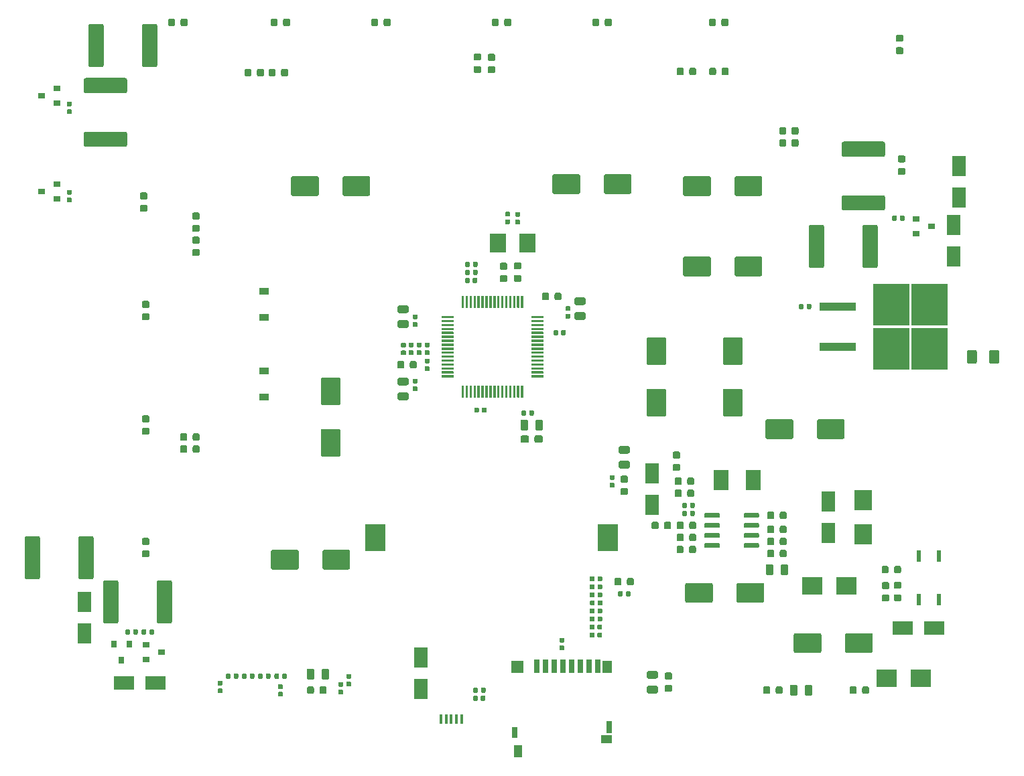
<source format=gbr>
G04 #@! TF.GenerationSoftware,KiCad,Pcbnew,(5.1.5)-3*
G04 #@! TF.CreationDate,2020-06-23T00:22:59+02:00*
G04 #@! TF.ProjectId,3D_Printer_Mainboard_STM32,33445f50-7269-46e7-9465-725f4d61696e,rev?*
G04 #@! TF.SameCoordinates,Original*
G04 #@! TF.FileFunction,Paste,Top*
G04 #@! TF.FilePolarity,Positive*
%FSLAX46Y46*%
G04 Gerber Fmt 4.6, Leading zero omitted, Abs format (unit mm)*
G04 Created by KiCad (PCBNEW (5.1.5)-3) date 2020-06-23 00:22:59*
%MOMM*%
%LPD*%
G04 APERTURE LIST*
%ADD10R,2.540000X3.510000*%
%ADD11R,2.000000X2.400000*%
%ADD12C,0.100000*%
%ADD13R,2.500000X2.300000*%
%ADD14R,1.800000X2.500000*%
%ADD15R,2.500000X1.800000*%
%ADD16R,2.300000X2.500000*%
%ADD17R,0.450000X1.300000*%
%ADD18R,0.700000X1.750000*%
%ADD19R,1.300000X1.500000*%
%ADD20R,0.800000X1.500000*%
%ADD21R,1.450000X1.000000*%
%ADD22R,0.800000X1.400000*%
%ADD23R,1.500000X1.500000*%
%ADD24R,1.000000X1.550000*%
%ADD25R,0.900000X0.800000*%
%ADD26R,4.600000X1.100000*%
%ADD27R,4.550000X5.250000*%
%ADD28R,0.800000X0.900000*%
%ADD29R,1.200000X0.900000*%
%ADD30R,1.900000X2.500000*%
G04 APERTURE END LIST*
D10*
X110640000Y-116280000D03*
X81280000Y-116280000D03*
D11*
X100477000Y-79069000D03*
X96777000Y-79069000D03*
D12*
G36*
X120050691Y-115806053D02*
G01*
X120071926Y-115809203D01*
X120092750Y-115814419D01*
X120112962Y-115821651D01*
X120132368Y-115830830D01*
X120150781Y-115841866D01*
X120168024Y-115854654D01*
X120183930Y-115869070D01*
X120198346Y-115884976D01*
X120211134Y-115902219D01*
X120222170Y-115920632D01*
X120231349Y-115940038D01*
X120238581Y-115960250D01*
X120243797Y-115981074D01*
X120246947Y-116002309D01*
X120248000Y-116023750D01*
X120248000Y-116536250D01*
X120246947Y-116557691D01*
X120243797Y-116578926D01*
X120238581Y-116599750D01*
X120231349Y-116619962D01*
X120222170Y-116639368D01*
X120211134Y-116657781D01*
X120198346Y-116675024D01*
X120183930Y-116690930D01*
X120168024Y-116705346D01*
X120150781Y-116718134D01*
X120132368Y-116729170D01*
X120112962Y-116738349D01*
X120092750Y-116745581D01*
X120071926Y-116750797D01*
X120050691Y-116753947D01*
X120029250Y-116755000D01*
X119591750Y-116755000D01*
X119570309Y-116753947D01*
X119549074Y-116750797D01*
X119528250Y-116745581D01*
X119508038Y-116738349D01*
X119488632Y-116729170D01*
X119470219Y-116718134D01*
X119452976Y-116705346D01*
X119437070Y-116690930D01*
X119422654Y-116675024D01*
X119409866Y-116657781D01*
X119398830Y-116639368D01*
X119389651Y-116619962D01*
X119382419Y-116599750D01*
X119377203Y-116578926D01*
X119374053Y-116557691D01*
X119373000Y-116536250D01*
X119373000Y-116023750D01*
X119374053Y-116002309D01*
X119377203Y-115981074D01*
X119382419Y-115960250D01*
X119389651Y-115940038D01*
X119398830Y-115920632D01*
X119409866Y-115902219D01*
X119422654Y-115884976D01*
X119437070Y-115869070D01*
X119452976Y-115854654D01*
X119470219Y-115841866D01*
X119488632Y-115830830D01*
X119508038Y-115821651D01*
X119528250Y-115814419D01*
X119549074Y-115809203D01*
X119570309Y-115806053D01*
X119591750Y-115805000D01*
X120029250Y-115805000D01*
X120050691Y-115806053D01*
G37*
G36*
X121625691Y-115806053D02*
G01*
X121646926Y-115809203D01*
X121667750Y-115814419D01*
X121687962Y-115821651D01*
X121707368Y-115830830D01*
X121725781Y-115841866D01*
X121743024Y-115854654D01*
X121758930Y-115869070D01*
X121773346Y-115884976D01*
X121786134Y-115902219D01*
X121797170Y-115920632D01*
X121806349Y-115940038D01*
X121813581Y-115960250D01*
X121818797Y-115981074D01*
X121821947Y-116002309D01*
X121823000Y-116023750D01*
X121823000Y-116536250D01*
X121821947Y-116557691D01*
X121818797Y-116578926D01*
X121813581Y-116599750D01*
X121806349Y-116619962D01*
X121797170Y-116639368D01*
X121786134Y-116657781D01*
X121773346Y-116675024D01*
X121758930Y-116690930D01*
X121743024Y-116705346D01*
X121725781Y-116718134D01*
X121707368Y-116729170D01*
X121687962Y-116738349D01*
X121667750Y-116745581D01*
X121646926Y-116750797D01*
X121625691Y-116753947D01*
X121604250Y-116755000D01*
X121166750Y-116755000D01*
X121145309Y-116753947D01*
X121124074Y-116750797D01*
X121103250Y-116745581D01*
X121083038Y-116738349D01*
X121063632Y-116729170D01*
X121045219Y-116718134D01*
X121027976Y-116705346D01*
X121012070Y-116690930D01*
X120997654Y-116675024D01*
X120984866Y-116657781D01*
X120973830Y-116639368D01*
X120964651Y-116619962D01*
X120957419Y-116599750D01*
X120952203Y-116578926D01*
X120949053Y-116557691D01*
X120948000Y-116536250D01*
X120948000Y-116023750D01*
X120949053Y-116002309D01*
X120952203Y-115981074D01*
X120957419Y-115960250D01*
X120964651Y-115940038D01*
X120973830Y-115920632D01*
X120984866Y-115902219D01*
X120997654Y-115884976D01*
X121012070Y-115869070D01*
X121027976Y-115854654D01*
X121045219Y-115841866D01*
X121063632Y-115830830D01*
X121083038Y-115821651D01*
X121103250Y-115814419D01*
X121124074Y-115809203D01*
X121145309Y-115806053D01*
X121166750Y-115805000D01*
X121604250Y-115805000D01*
X121625691Y-115806053D01*
G37*
G36*
X131480691Y-117838053D02*
G01*
X131501926Y-117841203D01*
X131522750Y-117846419D01*
X131542962Y-117853651D01*
X131562368Y-117862830D01*
X131580781Y-117873866D01*
X131598024Y-117886654D01*
X131613930Y-117901070D01*
X131628346Y-117916976D01*
X131641134Y-117934219D01*
X131652170Y-117952632D01*
X131661349Y-117972038D01*
X131668581Y-117992250D01*
X131673797Y-118013074D01*
X131676947Y-118034309D01*
X131678000Y-118055750D01*
X131678000Y-118568250D01*
X131676947Y-118589691D01*
X131673797Y-118610926D01*
X131668581Y-118631750D01*
X131661349Y-118651962D01*
X131652170Y-118671368D01*
X131641134Y-118689781D01*
X131628346Y-118707024D01*
X131613930Y-118722930D01*
X131598024Y-118737346D01*
X131580781Y-118750134D01*
X131562368Y-118761170D01*
X131542962Y-118770349D01*
X131522750Y-118777581D01*
X131501926Y-118782797D01*
X131480691Y-118785947D01*
X131459250Y-118787000D01*
X131021750Y-118787000D01*
X131000309Y-118785947D01*
X130979074Y-118782797D01*
X130958250Y-118777581D01*
X130938038Y-118770349D01*
X130918632Y-118761170D01*
X130900219Y-118750134D01*
X130882976Y-118737346D01*
X130867070Y-118722930D01*
X130852654Y-118707024D01*
X130839866Y-118689781D01*
X130828830Y-118671368D01*
X130819651Y-118651962D01*
X130812419Y-118631750D01*
X130807203Y-118610926D01*
X130804053Y-118589691D01*
X130803000Y-118568250D01*
X130803000Y-118055750D01*
X130804053Y-118034309D01*
X130807203Y-118013074D01*
X130812419Y-117992250D01*
X130819651Y-117972038D01*
X130828830Y-117952632D01*
X130839866Y-117934219D01*
X130852654Y-117916976D01*
X130867070Y-117901070D01*
X130882976Y-117886654D01*
X130900219Y-117873866D01*
X130918632Y-117862830D01*
X130938038Y-117853651D01*
X130958250Y-117846419D01*
X130979074Y-117841203D01*
X131000309Y-117838053D01*
X131021750Y-117837000D01*
X131459250Y-117837000D01*
X131480691Y-117838053D01*
G37*
G36*
X133055691Y-117838053D02*
G01*
X133076926Y-117841203D01*
X133097750Y-117846419D01*
X133117962Y-117853651D01*
X133137368Y-117862830D01*
X133155781Y-117873866D01*
X133173024Y-117886654D01*
X133188930Y-117901070D01*
X133203346Y-117916976D01*
X133216134Y-117934219D01*
X133227170Y-117952632D01*
X133236349Y-117972038D01*
X133243581Y-117992250D01*
X133248797Y-118013074D01*
X133251947Y-118034309D01*
X133253000Y-118055750D01*
X133253000Y-118568250D01*
X133251947Y-118589691D01*
X133248797Y-118610926D01*
X133243581Y-118631750D01*
X133236349Y-118651962D01*
X133227170Y-118671368D01*
X133216134Y-118689781D01*
X133203346Y-118707024D01*
X133188930Y-118722930D01*
X133173024Y-118737346D01*
X133155781Y-118750134D01*
X133137368Y-118761170D01*
X133117962Y-118770349D01*
X133097750Y-118777581D01*
X133076926Y-118782797D01*
X133055691Y-118785947D01*
X133034250Y-118787000D01*
X132596750Y-118787000D01*
X132575309Y-118785947D01*
X132554074Y-118782797D01*
X132533250Y-118777581D01*
X132513038Y-118770349D01*
X132493632Y-118761170D01*
X132475219Y-118750134D01*
X132457976Y-118737346D01*
X132442070Y-118722930D01*
X132427654Y-118707024D01*
X132414866Y-118689781D01*
X132403830Y-118671368D01*
X132394651Y-118651962D01*
X132387419Y-118631750D01*
X132382203Y-118610926D01*
X132379053Y-118589691D01*
X132378000Y-118568250D01*
X132378000Y-118055750D01*
X132379053Y-118034309D01*
X132382203Y-118013074D01*
X132387419Y-117992250D01*
X132394651Y-117972038D01*
X132403830Y-117952632D01*
X132414866Y-117934219D01*
X132427654Y-117916976D01*
X132442070Y-117901070D01*
X132457976Y-117886654D01*
X132475219Y-117873866D01*
X132493632Y-117862830D01*
X132513038Y-117853651D01*
X132533250Y-117846419D01*
X132554074Y-117841203D01*
X132575309Y-117838053D01*
X132596750Y-117837000D01*
X133034250Y-117837000D01*
X133055691Y-117838053D01*
G37*
G36*
X121625691Y-114282053D02*
G01*
X121646926Y-114285203D01*
X121667750Y-114290419D01*
X121687962Y-114297651D01*
X121707368Y-114306830D01*
X121725781Y-114317866D01*
X121743024Y-114330654D01*
X121758930Y-114345070D01*
X121773346Y-114360976D01*
X121786134Y-114378219D01*
X121797170Y-114396632D01*
X121806349Y-114416038D01*
X121813581Y-114436250D01*
X121818797Y-114457074D01*
X121821947Y-114478309D01*
X121823000Y-114499750D01*
X121823000Y-115012250D01*
X121821947Y-115033691D01*
X121818797Y-115054926D01*
X121813581Y-115075750D01*
X121806349Y-115095962D01*
X121797170Y-115115368D01*
X121786134Y-115133781D01*
X121773346Y-115151024D01*
X121758930Y-115166930D01*
X121743024Y-115181346D01*
X121725781Y-115194134D01*
X121707368Y-115205170D01*
X121687962Y-115214349D01*
X121667750Y-115221581D01*
X121646926Y-115226797D01*
X121625691Y-115229947D01*
X121604250Y-115231000D01*
X121166750Y-115231000D01*
X121145309Y-115229947D01*
X121124074Y-115226797D01*
X121103250Y-115221581D01*
X121083038Y-115214349D01*
X121063632Y-115205170D01*
X121045219Y-115194134D01*
X121027976Y-115181346D01*
X121012070Y-115166930D01*
X120997654Y-115151024D01*
X120984866Y-115133781D01*
X120973830Y-115115368D01*
X120964651Y-115095962D01*
X120957419Y-115075750D01*
X120952203Y-115054926D01*
X120949053Y-115033691D01*
X120948000Y-115012250D01*
X120948000Y-114499750D01*
X120949053Y-114478309D01*
X120952203Y-114457074D01*
X120957419Y-114436250D01*
X120964651Y-114416038D01*
X120973830Y-114396632D01*
X120984866Y-114378219D01*
X120997654Y-114360976D01*
X121012070Y-114345070D01*
X121027976Y-114330654D01*
X121045219Y-114317866D01*
X121063632Y-114306830D01*
X121083038Y-114297651D01*
X121103250Y-114290419D01*
X121124074Y-114285203D01*
X121145309Y-114282053D01*
X121166750Y-114281000D01*
X121604250Y-114281000D01*
X121625691Y-114282053D01*
G37*
G36*
X120050691Y-114282053D02*
G01*
X120071926Y-114285203D01*
X120092750Y-114290419D01*
X120112962Y-114297651D01*
X120132368Y-114306830D01*
X120150781Y-114317866D01*
X120168024Y-114330654D01*
X120183930Y-114345070D01*
X120198346Y-114360976D01*
X120211134Y-114378219D01*
X120222170Y-114396632D01*
X120231349Y-114416038D01*
X120238581Y-114436250D01*
X120243797Y-114457074D01*
X120246947Y-114478309D01*
X120248000Y-114499750D01*
X120248000Y-115012250D01*
X120246947Y-115033691D01*
X120243797Y-115054926D01*
X120238581Y-115075750D01*
X120231349Y-115095962D01*
X120222170Y-115115368D01*
X120211134Y-115133781D01*
X120198346Y-115151024D01*
X120183930Y-115166930D01*
X120168024Y-115181346D01*
X120150781Y-115194134D01*
X120132368Y-115205170D01*
X120112962Y-115214349D01*
X120092750Y-115221581D01*
X120071926Y-115226797D01*
X120050691Y-115229947D01*
X120029250Y-115231000D01*
X119591750Y-115231000D01*
X119570309Y-115229947D01*
X119549074Y-115226797D01*
X119528250Y-115221581D01*
X119508038Y-115214349D01*
X119488632Y-115205170D01*
X119470219Y-115194134D01*
X119452976Y-115181346D01*
X119437070Y-115166930D01*
X119422654Y-115151024D01*
X119409866Y-115133781D01*
X119398830Y-115115368D01*
X119389651Y-115095962D01*
X119382419Y-115075750D01*
X119377203Y-115054926D01*
X119374053Y-115033691D01*
X119373000Y-115012250D01*
X119373000Y-114499750D01*
X119374053Y-114478309D01*
X119377203Y-114457074D01*
X119382419Y-114436250D01*
X119389651Y-114416038D01*
X119398830Y-114396632D01*
X119409866Y-114378219D01*
X119422654Y-114360976D01*
X119437070Y-114345070D01*
X119452976Y-114330654D01*
X119470219Y-114317866D01*
X119488632Y-114306830D01*
X119508038Y-114297651D01*
X119528250Y-114290419D01*
X119549074Y-114285203D01*
X119570309Y-114282053D01*
X119591750Y-114281000D01*
X120029250Y-114281000D01*
X120050691Y-114282053D01*
G37*
G36*
X133055691Y-113012053D02*
G01*
X133076926Y-113015203D01*
X133097750Y-113020419D01*
X133117962Y-113027651D01*
X133137368Y-113036830D01*
X133155781Y-113047866D01*
X133173024Y-113060654D01*
X133188930Y-113075070D01*
X133203346Y-113090976D01*
X133216134Y-113108219D01*
X133227170Y-113126632D01*
X133236349Y-113146038D01*
X133243581Y-113166250D01*
X133248797Y-113187074D01*
X133251947Y-113208309D01*
X133253000Y-113229750D01*
X133253000Y-113742250D01*
X133251947Y-113763691D01*
X133248797Y-113784926D01*
X133243581Y-113805750D01*
X133236349Y-113825962D01*
X133227170Y-113845368D01*
X133216134Y-113863781D01*
X133203346Y-113881024D01*
X133188930Y-113896930D01*
X133173024Y-113911346D01*
X133155781Y-113924134D01*
X133137368Y-113935170D01*
X133117962Y-113944349D01*
X133097750Y-113951581D01*
X133076926Y-113956797D01*
X133055691Y-113959947D01*
X133034250Y-113961000D01*
X132596750Y-113961000D01*
X132575309Y-113959947D01*
X132554074Y-113956797D01*
X132533250Y-113951581D01*
X132513038Y-113944349D01*
X132493632Y-113935170D01*
X132475219Y-113924134D01*
X132457976Y-113911346D01*
X132442070Y-113896930D01*
X132427654Y-113881024D01*
X132414866Y-113863781D01*
X132403830Y-113845368D01*
X132394651Y-113825962D01*
X132387419Y-113805750D01*
X132382203Y-113784926D01*
X132379053Y-113763691D01*
X132378000Y-113742250D01*
X132378000Y-113229750D01*
X132379053Y-113208309D01*
X132382203Y-113187074D01*
X132387419Y-113166250D01*
X132394651Y-113146038D01*
X132403830Y-113126632D01*
X132414866Y-113108219D01*
X132427654Y-113090976D01*
X132442070Y-113075070D01*
X132457976Y-113060654D01*
X132475219Y-113047866D01*
X132493632Y-113036830D01*
X132513038Y-113027651D01*
X132533250Y-113020419D01*
X132554074Y-113015203D01*
X132575309Y-113012053D01*
X132596750Y-113011000D01*
X133034250Y-113011000D01*
X133055691Y-113012053D01*
G37*
G36*
X131480691Y-113012053D02*
G01*
X131501926Y-113015203D01*
X131522750Y-113020419D01*
X131542962Y-113027651D01*
X131562368Y-113036830D01*
X131580781Y-113047866D01*
X131598024Y-113060654D01*
X131613930Y-113075070D01*
X131628346Y-113090976D01*
X131641134Y-113108219D01*
X131652170Y-113126632D01*
X131661349Y-113146038D01*
X131668581Y-113166250D01*
X131673797Y-113187074D01*
X131676947Y-113208309D01*
X131678000Y-113229750D01*
X131678000Y-113742250D01*
X131676947Y-113763691D01*
X131673797Y-113784926D01*
X131668581Y-113805750D01*
X131661349Y-113825962D01*
X131652170Y-113845368D01*
X131641134Y-113863781D01*
X131628346Y-113881024D01*
X131613930Y-113896930D01*
X131598024Y-113911346D01*
X131580781Y-113924134D01*
X131562368Y-113935170D01*
X131542962Y-113944349D01*
X131522750Y-113951581D01*
X131501926Y-113956797D01*
X131480691Y-113959947D01*
X131459250Y-113961000D01*
X131021750Y-113961000D01*
X131000309Y-113959947D01*
X130979074Y-113956797D01*
X130958250Y-113951581D01*
X130938038Y-113944349D01*
X130918632Y-113935170D01*
X130900219Y-113924134D01*
X130882976Y-113911346D01*
X130867070Y-113896930D01*
X130852654Y-113881024D01*
X130839866Y-113863781D01*
X130828830Y-113845368D01*
X130819651Y-113825962D01*
X130812419Y-113805750D01*
X130807203Y-113784926D01*
X130804053Y-113763691D01*
X130803000Y-113742250D01*
X130803000Y-113229750D01*
X130804053Y-113208309D01*
X130807203Y-113187074D01*
X130812419Y-113166250D01*
X130819651Y-113146038D01*
X130828830Y-113126632D01*
X130839866Y-113108219D01*
X130852654Y-113090976D01*
X130867070Y-113075070D01*
X130882976Y-113060654D01*
X130900219Y-113047866D01*
X130918632Y-113036830D01*
X130938038Y-113027651D01*
X130958250Y-113020419D01*
X130979074Y-113015203D01*
X131000309Y-113012053D01*
X131021750Y-113011000D01*
X131459250Y-113011000D01*
X131480691Y-113012053D01*
G37*
G36*
X113001691Y-110027053D02*
G01*
X113022926Y-110030203D01*
X113043750Y-110035419D01*
X113063962Y-110042651D01*
X113083368Y-110051830D01*
X113101781Y-110062866D01*
X113119024Y-110075654D01*
X113134930Y-110090070D01*
X113149346Y-110105976D01*
X113162134Y-110123219D01*
X113173170Y-110141632D01*
X113182349Y-110161038D01*
X113189581Y-110181250D01*
X113194797Y-110202074D01*
X113197947Y-110223309D01*
X113199000Y-110244750D01*
X113199000Y-110682250D01*
X113197947Y-110703691D01*
X113194797Y-110724926D01*
X113189581Y-110745750D01*
X113182349Y-110765962D01*
X113173170Y-110785368D01*
X113162134Y-110803781D01*
X113149346Y-110821024D01*
X113134930Y-110836930D01*
X113119024Y-110851346D01*
X113101781Y-110864134D01*
X113083368Y-110875170D01*
X113063962Y-110884349D01*
X113043750Y-110891581D01*
X113022926Y-110896797D01*
X113001691Y-110899947D01*
X112980250Y-110901000D01*
X112467750Y-110901000D01*
X112446309Y-110899947D01*
X112425074Y-110896797D01*
X112404250Y-110891581D01*
X112384038Y-110884349D01*
X112364632Y-110875170D01*
X112346219Y-110864134D01*
X112328976Y-110851346D01*
X112313070Y-110836930D01*
X112298654Y-110821024D01*
X112285866Y-110803781D01*
X112274830Y-110785368D01*
X112265651Y-110765962D01*
X112258419Y-110745750D01*
X112253203Y-110724926D01*
X112250053Y-110703691D01*
X112249000Y-110682250D01*
X112249000Y-110244750D01*
X112250053Y-110223309D01*
X112253203Y-110202074D01*
X112258419Y-110181250D01*
X112265651Y-110161038D01*
X112274830Y-110141632D01*
X112285866Y-110123219D01*
X112298654Y-110105976D01*
X112313070Y-110090070D01*
X112328976Y-110075654D01*
X112346219Y-110062866D01*
X112364632Y-110051830D01*
X112384038Y-110042651D01*
X112404250Y-110035419D01*
X112425074Y-110030203D01*
X112446309Y-110027053D01*
X112467750Y-110026000D01*
X112980250Y-110026000D01*
X113001691Y-110027053D01*
G37*
G36*
X113001691Y-108452053D02*
G01*
X113022926Y-108455203D01*
X113043750Y-108460419D01*
X113063962Y-108467651D01*
X113083368Y-108476830D01*
X113101781Y-108487866D01*
X113119024Y-108500654D01*
X113134930Y-108515070D01*
X113149346Y-108530976D01*
X113162134Y-108548219D01*
X113173170Y-108566632D01*
X113182349Y-108586038D01*
X113189581Y-108606250D01*
X113194797Y-108627074D01*
X113197947Y-108648309D01*
X113199000Y-108669750D01*
X113199000Y-109107250D01*
X113197947Y-109128691D01*
X113194797Y-109149926D01*
X113189581Y-109170750D01*
X113182349Y-109190962D01*
X113173170Y-109210368D01*
X113162134Y-109228781D01*
X113149346Y-109246024D01*
X113134930Y-109261930D01*
X113119024Y-109276346D01*
X113101781Y-109289134D01*
X113083368Y-109300170D01*
X113063962Y-109309349D01*
X113043750Y-109316581D01*
X113022926Y-109321797D01*
X113001691Y-109324947D01*
X112980250Y-109326000D01*
X112467750Y-109326000D01*
X112446309Y-109324947D01*
X112425074Y-109321797D01*
X112404250Y-109316581D01*
X112384038Y-109309349D01*
X112364632Y-109300170D01*
X112346219Y-109289134D01*
X112328976Y-109276346D01*
X112313070Y-109261930D01*
X112298654Y-109246024D01*
X112285866Y-109228781D01*
X112274830Y-109210368D01*
X112265651Y-109190962D01*
X112258419Y-109170750D01*
X112253203Y-109149926D01*
X112250053Y-109128691D01*
X112249000Y-109107250D01*
X112249000Y-108669750D01*
X112250053Y-108648309D01*
X112253203Y-108627074D01*
X112258419Y-108606250D01*
X112265651Y-108586038D01*
X112274830Y-108566632D01*
X112285866Y-108548219D01*
X112298654Y-108530976D01*
X112313070Y-108515070D01*
X112328976Y-108500654D01*
X112346219Y-108487866D01*
X112364632Y-108476830D01*
X112384038Y-108467651D01*
X112404250Y-108460419D01*
X112425074Y-108455203D01*
X112446309Y-108452053D01*
X112467750Y-108451000D01*
X112980250Y-108451000D01*
X113001691Y-108452053D01*
G37*
G36*
X73340191Y-135110053D02*
G01*
X73361426Y-135113203D01*
X73382250Y-135118419D01*
X73402462Y-135125651D01*
X73421868Y-135134830D01*
X73440281Y-135145866D01*
X73457524Y-135158654D01*
X73473430Y-135173070D01*
X73487846Y-135188976D01*
X73500634Y-135206219D01*
X73511670Y-135224632D01*
X73520849Y-135244038D01*
X73528081Y-135264250D01*
X73533297Y-135285074D01*
X73536447Y-135306309D01*
X73537500Y-135327750D01*
X73537500Y-135840250D01*
X73536447Y-135861691D01*
X73533297Y-135882926D01*
X73528081Y-135903750D01*
X73520849Y-135923962D01*
X73511670Y-135943368D01*
X73500634Y-135961781D01*
X73487846Y-135979024D01*
X73473430Y-135994930D01*
X73457524Y-136009346D01*
X73440281Y-136022134D01*
X73421868Y-136033170D01*
X73402462Y-136042349D01*
X73382250Y-136049581D01*
X73361426Y-136054797D01*
X73340191Y-136057947D01*
X73318750Y-136059000D01*
X72881250Y-136059000D01*
X72859809Y-136057947D01*
X72838574Y-136054797D01*
X72817750Y-136049581D01*
X72797538Y-136042349D01*
X72778132Y-136033170D01*
X72759719Y-136022134D01*
X72742476Y-136009346D01*
X72726570Y-135994930D01*
X72712154Y-135979024D01*
X72699366Y-135961781D01*
X72688330Y-135943368D01*
X72679151Y-135923962D01*
X72671919Y-135903750D01*
X72666703Y-135882926D01*
X72663553Y-135861691D01*
X72662500Y-135840250D01*
X72662500Y-135327750D01*
X72663553Y-135306309D01*
X72666703Y-135285074D01*
X72671919Y-135264250D01*
X72679151Y-135244038D01*
X72688330Y-135224632D01*
X72699366Y-135206219D01*
X72712154Y-135188976D01*
X72726570Y-135173070D01*
X72742476Y-135158654D01*
X72759719Y-135145866D01*
X72778132Y-135134830D01*
X72797538Y-135125651D01*
X72817750Y-135118419D01*
X72838574Y-135113203D01*
X72859809Y-135110053D01*
X72881250Y-135109000D01*
X73318750Y-135109000D01*
X73340191Y-135110053D01*
G37*
G36*
X74915191Y-135110053D02*
G01*
X74936426Y-135113203D01*
X74957250Y-135118419D01*
X74977462Y-135125651D01*
X74996868Y-135134830D01*
X75015281Y-135145866D01*
X75032524Y-135158654D01*
X75048430Y-135173070D01*
X75062846Y-135188976D01*
X75075634Y-135206219D01*
X75086670Y-135224632D01*
X75095849Y-135244038D01*
X75103081Y-135264250D01*
X75108297Y-135285074D01*
X75111447Y-135306309D01*
X75112500Y-135327750D01*
X75112500Y-135840250D01*
X75111447Y-135861691D01*
X75108297Y-135882926D01*
X75103081Y-135903750D01*
X75095849Y-135923962D01*
X75086670Y-135943368D01*
X75075634Y-135961781D01*
X75062846Y-135979024D01*
X75048430Y-135994930D01*
X75032524Y-136009346D01*
X75015281Y-136022134D01*
X74996868Y-136033170D01*
X74977462Y-136042349D01*
X74957250Y-136049581D01*
X74936426Y-136054797D01*
X74915191Y-136057947D01*
X74893750Y-136059000D01*
X74456250Y-136059000D01*
X74434809Y-136057947D01*
X74413574Y-136054797D01*
X74392750Y-136049581D01*
X74372538Y-136042349D01*
X74353132Y-136033170D01*
X74334719Y-136022134D01*
X74317476Y-136009346D01*
X74301570Y-135994930D01*
X74287154Y-135979024D01*
X74274366Y-135961781D01*
X74263330Y-135943368D01*
X74254151Y-135923962D01*
X74246919Y-135903750D01*
X74241703Y-135882926D01*
X74238553Y-135861691D01*
X74237500Y-135840250D01*
X74237500Y-135327750D01*
X74238553Y-135306309D01*
X74241703Y-135285074D01*
X74246919Y-135264250D01*
X74254151Y-135244038D01*
X74263330Y-135224632D01*
X74274366Y-135206219D01*
X74287154Y-135188976D01*
X74301570Y-135173070D01*
X74317476Y-135158654D01*
X74334719Y-135145866D01*
X74353132Y-135134830D01*
X74372538Y-135125651D01*
X74392750Y-135118419D01*
X74413574Y-135113203D01*
X74434809Y-135110053D01*
X74456250Y-135109000D01*
X74893750Y-135109000D01*
X74915191Y-135110053D01*
G37*
G36*
X111386958Y-108388710D02*
G01*
X111401276Y-108390834D01*
X111415317Y-108394351D01*
X111428946Y-108399228D01*
X111442031Y-108405417D01*
X111454447Y-108412858D01*
X111466073Y-108421481D01*
X111476798Y-108431202D01*
X111486519Y-108441927D01*
X111495142Y-108453553D01*
X111502583Y-108465969D01*
X111508772Y-108479054D01*
X111513649Y-108492683D01*
X111517166Y-108506724D01*
X111519290Y-108521042D01*
X111520000Y-108535500D01*
X111520000Y-108830500D01*
X111519290Y-108844958D01*
X111517166Y-108859276D01*
X111513649Y-108873317D01*
X111508772Y-108886946D01*
X111502583Y-108900031D01*
X111495142Y-108912447D01*
X111486519Y-108924073D01*
X111476798Y-108934798D01*
X111466073Y-108944519D01*
X111454447Y-108953142D01*
X111442031Y-108960583D01*
X111428946Y-108966772D01*
X111415317Y-108971649D01*
X111401276Y-108975166D01*
X111386958Y-108977290D01*
X111372500Y-108978000D01*
X111027500Y-108978000D01*
X111013042Y-108977290D01*
X110998724Y-108975166D01*
X110984683Y-108971649D01*
X110971054Y-108966772D01*
X110957969Y-108960583D01*
X110945553Y-108953142D01*
X110933927Y-108944519D01*
X110923202Y-108934798D01*
X110913481Y-108924073D01*
X110904858Y-108912447D01*
X110897417Y-108900031D01*
X110891228Y-108886946D01*
X110886351Y-108873317D01*
X110882834Y-108859276D01*
X110880710Y-108844958D01*
X110880000Y-108830500D01*
X110880000Y-108535500D01*
X110880710Y-108521042D01*
X110882834Y-108506724D01*
X110886351Y-108492683D01*
X110891228Y-108479054D01*
X110897417Y-108465969D01*
X110904858Y-108453553D01*
X110913481Y-108441927D01*
X110923202Y-108431202D01*
X110933927Y-108421481D01*
X110945553Y-108412858D01*
X110957969Y-108405417D01*
X110971054Y-108399228D01*
X110984683Y-108394351D01*
X110998724Y-108390834D01*
X111013042Y-108388710D01*
X111027500Y-108388000D01*
X111372500Y-108388000D01*
X111386958Y-108388710D01*
G37*
G36*
X111386958Y-109358710D02*
G01*
X111401276Y-109360834D01*
X111415317Y-109364351D01*
X111428946Y-109369228D01*
X111442031Y-109375417D01*
X111454447Y-109382858D01*
X111466073Y-109391481D01*
X111476798Y-109401202D01*
X111486519Y-109411927D01*
X111495142Y-109423553D01*
X111502583Y-109435969D01*
X111508772Y-109449054D01*
X111513649Y-109462683D01*
X111517166Y-109476724D01*
X111519290Y-109491042D01*
X111520000Y-109505500D01*
X111520000Y-109800500D01*
X111519290Y-109814958D01*
X111517166Y-109829276D01*
X111513649Y-109843317D01*
X111508772Y-109856946D01*
X111502583Y-109870031D01*
X111495142Y-109882447D01*
X111486519Y-109894073D01*
X111476798Y-109904798D01*
X111466073Y-109914519D01*
X111454447Y-109923142D01*
X111442031Y-109930583D01*
X111428946Y-109936772D01*
X111415317Y-109941649D01*
X111401276Y-109945166D01*
X111386958Y-109947290D01*
X111372500Y-109948000D01*
X111027500Y-109948000D01*
X111013042Y-109947290D01*
X110998724Y-109945166D01*
X110984683Y-109941649D01*
X110971054Y-109936772D01*
X110957969Y-109930583D01*
X110945553Y-109923142D01*
X110933927Y-109914519D01*
X110923202Y-109904798D01*
X110913481Y-109894073D01*
X110904858Y-109882447D01*
X110897417Y-109870031D01*
X110891228Y-109856946D01*
X110886351Y-109843317D01*
X110882834Y-109829276D01*
X110880710Y-109814958D01*
X110880000Y-109800500D01*
X110880000Y-109505500D01*
X110880710Y-109491042D01*
X110882834Y-109476724D01*
X110886351Y-109462683D01*
X110891228Y-109449054D01*
X110897417Y-109435969D01*
X110904858Y-109423553D01*
X110913481Y-109411927D01*
X110923202Y-109401202D01*
X110933927Y-109391481D01*
X110945553Y-109382858D01*
X110957969Y-109375417D01*
X110971054Y-109369228D01*
X110984683Y-109364351D01*
X110998724Y-109360834D01*
X111013042Y-109358710D01*
X111027500Y-109358000D01*
X111372500Y-109358000D01*
X111386958Y-109358710D01*
G37*
G36*
X68995958Y-133503150D02*
G01*
X69010276Y-133505274D01*
X69024317Y-133508791D01*
X69037946Y-133513668D01*
X69051031Y-133519857D01*
X69063447Y-133527298D01*
X69075073Y-133535921D01*
X69085798Y-133545642D01*
X69095519Y-133556367D01*
X69104142Y-133567993D01*
X69111583Y-133580409D01*
X69117772Y-133593494D01*
X69122649Y-133607123D01*
X69126166Y-133621164D01*
X69128290Y-133635482D01*
X69129000Y-133649940D01*
X69129000Y-133994940D01*
X69128290Y-134009398D01*
X69126166Y-134023716D01*
X69122649Y-134037757D01*
X69117772Y-134051386D01*
X69111583Y-134064471D01*
X69104142Y-134076887D01*
X69095519Y-134088513D01*
X69085798Y-134099238D01*
X69075073Y-134108959D01*
X69063447Y-134117582D01*
X69051031Y-134125023D01*
X69037946Y-134131212D01*
X69024317Y-134136089D01*
X69010276Y-134139606D01*
X68995958Y-134141730D01*
X68981500Y-134142440D01*
X68686500Y-134142440D01*
X68672042Y-134141730D01*
X68657724Y-134139606D01*
X68643683Y-134136089D01*
X68630054Y-134131212D01*
X68616969Y-134125023D01*
X68604553Y-134117582D01*
X68592927Y-134108959D01*
X68582202Y-134099238D01*
X68572481Y-134088513D01*
X68563858Y-134076887D01*
X68556417Y-134064471D01*
X68550228Y-134051386D01*
X68545351Y-134037757D01*
X68541834Y-134023716D01*
X68539710Y-134009398D01*
X68539000Y-133994940D01*
X68539000Y-133649940D01*
X68539710Y-133635482D01*
X68541834Y-133621164D01*
X68545351Y-133607123D01*
X68550228Y-133593494D01*
X68556417Y-133580409D01*
X68563858Y-133567993D01*
X68572481Y-133556367D01*
X68582202Y-133545642D01*
X68592927Y-133535921D01*
X68604553Y-133527298D01*
X68616969Y-133519857D01*
X68630054Y-133513668D01*
X68643683Y-133508791D01*
X68657724Y-133505274D01*
X68672042Y-133503150D01*
X68686500Y-133502440D01*
X68981500Y-133502440D01*
X68995958Y-133503150D01*
G37*
G36*
X69965958Y-133503150D02*
G01*
X69980276Y-133505274D01*
X69994317Y-133508791D01*
X70007946Y-133513668D01*
X70021031Y-133519857D01*
X70033447Y-133527298D01*
X70045073Y-133535921D01*
X70055798Y-133545642D01*
X70065519Y-133556367D01*
X70074142Y-133567993D01*
X70081583Y-133580409D01*
X70087772Y-133593494D01*
X70092649Y-133607123D01*
X70096166Y-133621164D01*
X70098290Y-133635482D01*
X70099000Y-133649940D01*
X70099000Y-133994940D01*
X70098290Y-134009398D01*
X70096166Y-134023716D01*
X70092649Y-134037757D01*
X70087772Y-134051386D01*
X70081583Y-134064471D01*
X70074142Y-134076887D01*
X70065519Y-134088513D01*
X70055798Y-134099238D01*
X70045073Y-134108959D01*
X70033447Y-134117582D01*
X70021031Y-134125023D01*
X70007946Y-134131212D01*
X69994317Y-134136089D01*
X69980276Y-134139606D01*
X69965958Y-134141730D01*
X69951500Y-134142440D01*
X69656500Y-134142440D01*
X69642042Y-134141730D01*
X69627724Y-134139606D01*
X69613683Y-134136089D01*
X69600054Y-134131212D01*
X69586969Y-134125023D01*
X69574553Y-134117582D01*
X69562927Y-134108959D01*
X69552202Y-134099238D01*
X69542481Y-134088513D01*
X69533858Y-134076887D01*
X69526417Y-134064471D01*
X69520228Y-134051386D01*
X69515351Y-134037757D01*
X69511834Y-134023716D01*
X69509710Y-134009398D01*
X69509000Y-133994940D01*
X69509000Y-133649940D01*
X69509710Y-133635482D01*
X69511834Y-133621164D01*
X69515351Y-133607123D01*
X69520228Y-133593494D01*
X69526417Y-133580409D01*
X69533858Y-133567993D01*
X69542481Y-133556367D01*
X69552202Y-133545642D01*
X69562927Y-133535921D01*
X69574553Y-133527298D01*
X69586969Y-133519857D01*
X69600054Y-133513668D01*
X69613683Y-133508791D01*
X69627724Y-133505274D01*
X69642042Y-133503150D01*
X69656500Y-133502440D01*
X69951500Y-133502440D01*
X69965958Y-133503150D01*
G37*
G36*
X121600191Y-117330053D02*
G01*
X121621426Y-117333203D01*
X121642250Y-117338419D01*
X121662462Y-117345651D01*
X121681868Y-117354830D01*
X121700281Y-117365866D01*
X121717524Y-117378654D01*
X121733430Y-117393070D01*
X121747846Y-117408976D01*
X121760634Y-117426219D01*
X121771670Y-117444632D01*
X121780849Y-117464038D01*
X121788081Y-117484250D01*
X121793297Y-117505074D01*
X121796447Y-117526309D01*
X121797500Y-117547750D01*
X121797500Y-118060250D01*
X121796447Y-118081691D01*
X121793297Y-118102926D01*
X121788081Y-118123750D01*
X121780849Y-118143962D01*
X121771670Y-118163368D01*
X121760634Y-118181781D01*
X121747846Y-118199024D01*
X121733430Y-118214930D01*
X121717524Y-118229346D01*
X121700281Y-118242134D01*
X121681868Y-118253170D01*
X121662462Y-118262349D01*
X121642250Y-118269581D01*
X121621426Y-118274797D01*
X121600191Y-118277947D01*
X121578750Y-118279000D01*
X121141250Y-118279000D01*
X121119809Y-118277947D01*
X121098574Y-118274797D01*
X121077750Y-118269581D01*
X121057538Y-118262349D01*
X121038132Y-118253170D01*
X121019719Y-118242134D01*
X121002476Y-118229346D01*
X120986570Y-118214930D01*
X120972154Y-118199024D01*
X120959366Y-118181781D01*
X120948330Y-118163368D01*
X120939151Y-118143962D01*
X120931919Y-118123750D01*
X120926703Y-118102926D01*
X120923553Y-118081691D01*
X120922500Y-118060250D01*
X120922500Y-117547750D01*
X120923553Y-117526309D01*
X120926703Y-117505074D01*
X120931919Y-117484250D01*
X120939151Y-117464038D01*
X120948330Y-117444632D01*
X120959366Y-117426219D01*
X120972154Y-117408976D01*
X120986570Y-117393070D01*
X121002476Y-117378654D01*
X121019719Y-117365866D01*
X121038132Y-117354830D01*
X121057538Y-117345651D01*
X121077750Y-117338419D01*
X121098574Y-117333203D01*
X121119809Y-117330053D01*
X121141250Y-117329000D01*
X121578750Y-117329000D01*
X121600191Y-117330053D01*
G37*
G36*
X120025191Y-117330053D02*
G01*
X120046426Y-117333203D01*
X120067250Y-117338419D01*
X120087462Y-117345651D01*
X120106868Y-117354830D01*
X120125281Y-117365866D01*
X120142524Y-117378654D01*
X120158430Y-117393070D01*
X120172846Y-117408976D01*
X120185634Y-117426219D01*
X120196670Y-117444632D01*
X120205849Y-117464038D01*
X120213081Y-117484250D01*
X120218297Y-117505074D01*
X120221447Y-117526309D01*
X120222500Y-117547750D01*
X120222500Y-118060250D01*
X120221447Y-118081691D01*
X120218297Y-118102926D01*
X120213081Y-118123750D01*
X120205849Y-118143962D01*
X120196670Y-118163368D01*
X120185634Y-118181781D01*
X120172846Y-118199024D01*
X120158430Y-118214930D01*
X120142524Y-118229346D01*
X120125281Y-118242134D01*
X120106868Y-118253170D01*
X120087462Y-118262349D01*
X120067250Y-118269581D01*
X120046426Y-118274797D01*
X120025191Y-118277947D01*
X120003750Y-118279000D01*
X119566250Y-118279000D01*
X119544809Y-118277947D01*
X119523574Y-118274797D01*
X119502750Y-118269581D01*
X119482538Y-118262349D01*
X119463132Y-118253170D01*
X119444719Y-118242134D01*
X119427476Y-118229346D01*
X119411570Y-118214930D01*
X119397154Y-118199024D01*
X119384366Y-118181781D01*
X119373330Y-118163368D01*
X119364151Y-118143962D01*
X119356919Y-118123750D01*
X119351703Y-118102926D01*
X119348553Y-118081691D01*
X119347500Y-118060250D01*
X119347500Y-117547750D01*
X119348553Y-117526309D01*
X119351703Y-117505074D01*
X119356919Y-117484250D01*
X119364151Y-117464038D01*
X119373330Y-117444632D01*
X119384366Y-117426219D01*
X119397154Y-117408976D01*
X119411570Y-117393070D01*
X119427476Y-117378654D01*
X119444719Y-117365866D01*
X119463132Y-117354830D01*
X119482538Y-117345651D01*
X119502750Y-117338419D01*
X119523574Y-117333203D01*
X119544809Y-117330053D01*
X119566250Y-117329000D01*
X120003750Y-117329000D01*
X120025191Y-117330053D01*
G37*
G36*
X119796691Y-110218053D02*
G01*
X119817926Y-110221203D01*
X119838750Y-110226419D01*
X119858962Y-110233651D01*
X119878368Y-110242830D01*
X119896781Y-110253866D01*
X119914024Y-110266654D01*
X119929930Y-110281070D01*
X119944346Y-110296976D01*
X119957134Y-110314219D01*
X119968170Y-110332632D01*
X119977349Y-110352038D01*
X119984581Y-110372250D01*
X119989797Y-110393074D01*
X119992947Y-110414309D01*
X119994000Y-110435750D01*
X119994000Y-110948250D01*
X119992947Y-110969691D01*
X119989797Y-110990926D01*
X119984581Y-111011750D01*
X119977349Y-111031962D01*
X119968170Y-111051368D01*
X119957134Y-111069781D01*
X119944346Y-111087024D01*
X119929930Y-111102930D01*
X119914024Y-111117346D01*
X119896781Y-111130134D01*
X119878368Y-111141170D01*
X119858962Y-111150349D01*
X119838750Y-111157581D01*
X119817926Y-111162797D01*
X119796691Y-111165947D01*
X119775250Y-111167000D01*
X119337750Y-111167000D01*
X119316309Y-111165947D01*
X119295074Y-111162797D01*
X119274250Y-111157581D01*
X119254038Y-111150349D01*
X119234632Y-111141170D01*
X119216219Y-111130134D01*
X119198976Y-111117346D01*
X119183070Y-111102930D01*
X119168654Y-111087024D01*
X119155866Y-111069781D01*
X119144830Y-111051368D01*
X119135651Y-111031962D01*
X119128419Y-111011750D01*
X119123203Y-110990926D01*
X119120053Y-110969691D01*
X119119000Y-110948250D01*
X119119000Y-110435750D01*
X119120053Y-110414309D01*
X119123203Y-110393074D01*
X119128419Y-110372250D01*
X119135651Y-110352038D01*
X119144830Y-110332632D01*
X119155866Y-110314219D01*
X119168654Y-110296976D01*
X119183070Y-110281070D01*
X119198976Y-110266654D01*
X119216219Y-110253866D01*
X119234632Y-110242830D01*
X119254038Y-110233651D01*
X119274250Y-110226419D01*
X119295074Y-110221203D01*
X119316309Y-110218053D01*
X119337750Y-110217000D01*
X119775250Y-110217000D01*
X119796691Y-110218053D01*
G37*
G36*
X121371691Y-110218053D02*
G01*
X121392926Y-110221203D01*
X121413750Y-110226419D01*
X121433962Y-110233651D01*
X121453368Y-110242830D01*
X121471781Y-110253866D01*
X121489024Y-110266654D01*
X121504930Y-110281070D01*
X121519346Y-110296976D01*
X121532134Y-110314219D01*
X121543170Y-110332632D01*
X121552349Y-110352038D01*
X121559581Y-110372250D01*
X121564797Y-110393074D01*
X121567947Y-110414309D01*
X121569000Y-110435750D01*
X121569000Y-110948250D01*
X121567947Y-110969691D01*
X121564797Y-110990926D01*
X121559581Y-111011750D01*
X121552349Y-111031962D01*
X121543170Y-111051368D01*
X121532134Y-111069781D01*
X121519346Y-111087024D01*
X121504930Y-111102930D01*
X121489024Y-111117346D01*
X121471781Y-111130134D01*
X121453368Y-111141170D01*
X121433962Y-111150349D01*
X121413750Y-111157581D01*
X121392926Y-111162797D01*
X121371691Y-111165947D01*
X121350250Y-111167000D01*
X120912750Y-111167000D01*
X120891309Y-111165947D01*
X120870074Y-111162797D01*
X120849250Y-111157581D01*
X120829038Y-111150349D01*
X120809632Y-111141170D01*
X120791219Y-111130134D01*
X120773976Y-111117346D01*
X120758070Y-111102930D01*
X120743654Y-111087024D01*
X120730866Y-111069781D01*
X120719830Y-111051368D01*
X120710651Y-111031962D01*
X120703419Y-111011750D01*
X120698203Y-110990926D01*
X120695053Y-110969691D01*
X120694000Y-110948250D01*
X120694000Y-110435750D01*
X120695053Y-110414309D01*
X120698203Y-110393074D01*
X120703419Y-110372250D01*
X120710651Y-110352038D01*
X120719830Y-110332632D01*
X120730866Y-110314219D01*
X120743654Y-110296976D01*
X120758070Y-110281070D01*
X120773976Y-110266654D01*
X120791219Y-110253866D01*
X120809632Y-110242830D01*
X120829038Y-110233651D01*
X120849250Y-110226419D01*
X120870074Y-110221203D01*
X120891309Y-110218053D01*
X120912750Y-110217000D01*
X121350250Y-110217000D01*
X121371691Y-110218053D01*
G37*
G36*
X85986958Y-91624710D02*
G01*
X86001276Y-91626834D01*
X86015317Y-91630351D01*
X86028946Y-91635228D01*
X86042031Y-91641417D01*
X86054447Y-91648858D01*
X86066073Y-91657481D01*
X86076798Y-91667202D01*
X86086519Y-91677927D01*
X86095142Y-91689553D01*
X86102583Y-91701969D01*
X86108772Y-91715054D01*
X86113649Y-91728683D01*
X86117166Y-91742724D01*
X86119290Y-91757042D01*
X86120000Y-91771500D01*
X86120000Y-92066500D01*
X86119290Y-92080958D01*
X86117166Y-92095276D01*
X86113649Y-92109317D01*
X86108772Y-92122946D01*
X86102583Y-92136031D01*
X86095142Y-92148447D01*
X86086519Y-92160073D01*
X86076798Y-92170798D01*
X86066073Y-92180519D01*
X86054447Y-92189142D01*
X86042031Y-92196583D01*
X86028946Y-92202772D01*
X86015317Y-92207649D01*
X86001276Y-92211166D01*
X85986958Y-92213290D01*
X85972500Y-92214000D01*
X85627500Y-92214000D01*
X85613042Y-92213290D01*
X85598724Y-92211166D01*
X85584683Y-92207649D01*
X85571054Y-92202772D01*
X85557969Y-92196583D01*
X85545553Y-92189142D01*
X85533927Y-92180519D01*
X85523202Y-92170798D01*
X85513481Y-92160073D01*
X85504858Y-92148447D01*
X85497417Y-92136031D01*
X85491228Y-92122946D01*
X85486351Y-92109317D01*
X85482834Y-92095276D01*
X85480710Y-92080958D01*
X85480000Y-92066500D01*
X85480000Y-91771500D01*
X85480710Y-91757042D01*
X85482834Y-91742724D01*
X85486351Y-91728683D01*
X85491228Y-91715054D01*
X85497417Y-91701969D01*
X85504858Y-91689553D01*
X85513481Y-91677927D01*
X85523202Y-91667202D01*
X85533927Y-91657481D01*
X85545553Y-91648858D01*
X85557969Y-91641417D01*
X85571054Y-91635228D01*
X85584683Y-91630351D01*
X85598724Y-91626834D01*
X85613042Y-91624710D01*
X85627500Y-91624000D01*
X85972500Y-91624000D01*
X85986958Y-91624710D01*
G37*
G36*
X85986958Y-92594710D02*
G01*
X86001276Y-92596834D01*
X86015317Y-92600351D01*
X86028946Y-92605228D01*
X86042031Y-92611417D01*
X86054447Y-92618858D01*
X86066073Y-92627481D01*
X86076798Y-92637202D01*
X86086519Y-92647927D01*
X86095142Y-92659553D01*
X86102583Y-92671969D01*
X86108772Y-92685054D01*
X86113649Y-92698683D01*
X86117166Y-92712724D01*
X86119290Y-92727042D01*
X86120000Y-92741500D01*
X86120000Y-93036500D01*
X86119290Y-93050958D01*
X86117166Y-93065276D01*
X86113649Y-93079317D01*
X86108772Y-93092946D01*
X86102583Y-93106031D01*
X86095142Y-93118447D01*
X86086519Y-93130073D01*
X86076798Y-93140798D01*
X86066073Y-93150519D01*
X86054447Y-93159142D01*
X86042031Y-93166583D01*
X86028946Y-93172772D01*
X86015317Y-93177649D01*
X86001276Y-93181166D01*
X85986958Y-93183290D01*
X85972500Y-93184000D01*
X85627500Y-93184000D01*
X85613042Y-93183290D01*
X85598724Y-93181166D01*
X85584683Y-93177649D01*
X85571054Y-93172772D01*
X85557969Y-93166583D01*
X85545553Y-93159142D01*
X85533927Y-93150519D01*
X85523202Y-93140798D01*
X85513481Y-93130073D01*
X85504858Y-93118447D01*
X85497417Y-93106031D01*
X85491228Y-93092946D01*
X85486351Y-93079317D01*
X85482834Y-93065276D01*
X85480710Y-93050958D01*
X85480000Y-93036500D01*
X85480000Y-92741500D01*
X85480710Y-92727042D01*
X85482834Y-92712724D01*
X85486351Y-92698683D01*
X85491228Y-92685054D01*
X85497417Y-92671969D01*
X85504858Y-92659553D01*
X85513481Y-92647927D01*
X85523202Y-92637202D01*
X85533927Y-92627481D01*
X85545553Y-92618858D01*
X85557969Y-92611417D01*
X85571054Y-92605228D01*
X85584683Y-92600351D01*
X85598724Y-92596834D01*
X85613042Y-92594710D01*
X85627500Y-92594000D01*
X85972500Y-92594000D01*
X85986958Y-92594710D01*
G37*
G36*
X87002958Y-91624710D02*
G01*
X87017276Y-91626834D01*
X87031317Y-91630351D01*
X87044946Y-91635228D01*
X87058031Y-91641417D01*
X87070447Y-91648858D01*
X87082073Y-91657481D01*
X87092798Y-91667202D01*
X87102519Y-91677927D01*
X87111142Y-91689553D01*
X87118583Y-91701969D01*
X87124772Y-91715054D01*
X87129649Y-91728683D01*
X87133166Y-91742724D01*
X87135290Y-91757042D01*
X87136000Y-91771500D01*
X87136000Y-92066500D01*
X87135290Y-92080958D01*
X87133166Y-92095276D01*
X87129649Y-92109317D01*
X87124772Y-92122946D01*
X87118583Y-92136031D01*
X87111142Y-92148447D01*
X87102519Y-92160073D01*
X87092798Y-92170798D01*
X87082073Y-92180519D01*
X87070447Y-92189142D01*
X87058031Y-92196583D01*
X87044946Y-92202772D01*
X87031317Y-92207649D01*
X87017276Y-92211166D01*
X87002958Y-92213290D01*
X86988500Y-92214000D01*
X86643500Y-92214000D01*
X86629042Y-92213290D01*
X86614724Y-92211166D01*
X86600683Y-92207649D01*
X86587054Y-92202772D01*
X86573969Y-92196583D01*
X86561553Y-92189142D01*
X86549927Y-92180519D01*
X86539202Y-92170798D01*
X86529481Y-92160073D01*
X86520858Y-92148447D01*
X86513417Y-92136031D01*
X86507228Y-92122946D01*
X86502351Y-92109317D01*
X86498834Y-92095276D01*
X86496710Y-92080958D01*
X86496000Y-92066500D01*
X86496000Y-91771500D01*
X86496710Y-91757042D01*
X86498834Y-91742724D01*
X86502351Y-91728683D01*
X86507228Y-91715054D01*
X86513417Y-91701969D01*
X86520858Y-91689553D01*
X86529481Y-91677927D01*
X86539202Y-91667202D01*
X86549927Y-91657481D01*
X86561553Y-91648858D01*
X86573969Y-91641417D01*
X86587054Y-91635228D01*
X86600683Y-91630351D01*
X86614724Y-91626834D01*
X86629042Y-91624710D01*
X86643500Y-91624000D01*
X86988500Y-91624000D01*
X87002958Y-91624710D01*
G37*
G36*
X87002958Y-92594710D02*
G01*
X87017276Y-92596834D01*
X87031317Y-92600351D01*
X87044946Y-92605228D01*
X87058031Y-92611417D01*
X87070447Y-92618858D01*
X87082073Y-92627481D01*
X87092798Y-92637202D01*
X87102519Y-92647927D01*
X87111142Y-92659553D01*
X87118583Y-92671969D01*
X87124772Y-92685054D01*
X87129649Y-92698683D01*
X87133166Y-92712724D01*
X87135290Y-92727042D01*
X87136000Y-92741500D01*
X87136000Y-93036500D01*
X87135290Y-93050958D01*
X87133166Y-93065276D01*
X87129649Y-93079317D01*
X87124772Y-93092946D01*
X87118583Y-93106031D01*
X87111142Y-93118447D01*
X87102519Y-93130073D01*
X87092798Y-93140798D01*
X87082073Y-93150519D01*
X87070447Y-93159142D01*
X87058031Y-93166583D01*
X87044946Y-93172772D01*
X87031317Y-93177649D01*
X87017276Y-93181166D01*
X87002958Y-93183290D01*
X86988500Y-93184000D01*
X86643500Y-93184000D01*
X86629042Y-93183290D01*
X86614724Y-93181166D01*
X86600683Y-93177649D01*
X86587054Y-93172772D01*
X86573969Y-93166583D01*
X86561553Y-93159142D01*
X86549927Y-93150519D01*
X86539202Y-93140798D01*
X86529481Y-93130073D01*
X86520858Y-93118447D01*
X86513417Y-93106031D01*
X86507228Y-93092946D01*
X86502351Y-93079317D01*
X86498834Y-93065276D01*
X86496710Y-93050958D01*
X86496000Y-93036500D01*
X86496000Y-92741500D01*
X86496710Y-92727042D01*
X86498834Y-92712724D01*
X86502351Y-92698683D01*
X86507228Y-92685054D01*
X86513417Y-92671969D01*
X86520858Y-92659553D01*
X86529481Y-92647927D01*
X86539202Y-92637202D01*
X86549927Y-92627481D01*
X86561553Y-92618858D01*
X86573969Y-92611417D01*
X86587054Y-92605228D01*
X86600683Y-92600351D01*
X86614724Y-92596834D01*
X86629042Y-92594710D01*
X86643500Y-92594000D01*
X86988500Y-92594000D01*
X87002958Y-92594710D01*
G37*
G36*
X88018958Y-91624710D02*
G01*
X88033276Y-91626834D01*
X88047317Y-91630351D01*
X88060946Y-91635228D01*
X88074031Y-91641417D01*
X88086447Y-91648858D01*
X88098073Y-91657481D01*
X88108798Y-91667202D01*
X88118519Y-91677927D01*
X88127142Y-91689553D01*
X88134583Y-91701969D01*
X88140772Y-91715054D01*
X88145649Y-91728683D01*
X88149166Y-91742724D01*
X88151290Y-91757042D01*
X88152000Y-91771500D01*
X88152000Y-92066500D01*
X88151290Y-92080958D01*
X88149166Y-92095276D01*
X88145649Y-92109317D01*
X88140772Y-92122946D01*
X88134583Y-92136031D01*
X88127142Y-92148447D01*
X88118519Y-92160073D01*
X88108798Y-92170798D01*
X88098073Y-92180519D01*
X88086447Y-92189142D01*
X88074031Y-92196583D01*
X88060946Y-92202772D01*
X88047317Y-92207649D01*
X88033276Y-92211166D01*
X88018958Y-92213290D01*
X88004500Y-92214000D01*
X87659500Y-92214000D01*
X87645042Y-92213290D01*
X87630724Y-92211166D01*
X87616683Y-92207649D01*
X87603054Y-92202772D01*
X87589969Y-92196583D01*
X87577553Y-92189142D01*
X87565927Y-92180519D01*
X87555202Y-92170798D01*
X87545481Y-92160073D01*
X87536858Y-92148447D01*
X87529417Y-92136031D01*
X87523228Y-92122946D01*
X87518351Y-92109317D01*
X87514834Y-92095276D01*
X87512710Y-92080958D01*
X87512000Y-92066500D01*
X87512000Y-91771500D01*
X87512710Y-91757042D01*
X87514834Y-91742724D01*
X87518351Y-91728683D01*
X87523228Y-91715054D01*
X87529417Y-91701969D01*
X87536858Y-91689553D01*
X87545481Y-91677927D01*
X87555202Y-91667202D01*
X87565927Y-91657481D01*
X87577553Y-91648858D01*
X87589969Y-91641417D01*
X87603054Y-91635228D01*
X87616683Y-91630351D01*
X87630724Y-91626834D01*
X87645042Y-91624710D01*
X87659500Y-91624000D01*
X88004500Y-91624000D01*
X88018958Y-91624710D01*
G37*
G36*
X88018958Y-92594710D02*
G01*
X88033276Y-92596834D01*
X88047317Y-92600351D01*
X88060946Y-92605228D01*
X88074031Y-92611417D01*
X88086447Y-92618858D01*
X88098073Y-92627481D01*
X88108798Y-92637202D01*
X88118519Y-92647927D01*
X88127142Y-92659553D01*
X88134583Y-92671969D01*
X88140772Y-92685054D01*
X88145649Y-92698683D01*
X88149166Y-92712724D01*
X88151290Y-92727042D01*
X88152000Y-92741500D01*
X88152000Y-93036500D01*
X88151290Y-93050958D01*
X88149166Y-93065276D01*
X88145649Y-93079317D01*
X88140772Y-93092946D01*
X88134583Y-93106031D01*
X88127142Y-93118447D01*
X88118519Y-93130073D01*
X88108798Y-93140798D01*
X88098073Y-93150519D01*
X88086447Y-93159142D01*
X88074031Y-93166583D01*
X88060946Y-93172772D01*
X88047317Y-93177649D01*
X88033276Y-93181166D01*
X88018958Y-93183290D01*
X88004500Y-93184000D01*
X87659500Y-93184000D01*
X87645042Y-93183290D01*
X87630724Y-93181166D01*
X87616683Y-93177649D01*
X87603054Y-93172772D01*
X87589969Y-93166583D01*
X87577553Y-93159142D01*
X87565927Y-93150519D01*
X87555202Y-93140798D01*
X87545481Y-93130073D01*
X87536858Y-93118447D01*
X87529417Y-93106031D01*
X87523228Y-93092946D01*
X87518351Y-93079317D01*
X87514834Y-93065276D01*
X87512710Y-93050958D01*
X87512000Y-93036500D01*
X87512000Y-92741500D01*
X87512710Y-92727042D01*
X87514834Y-92712724D01*
X87518351Y-92698683D01*
X87523228Y-92685054D01*
X87529417Y-92671969D01*
X87536858Y-92659553D01*
X87545481Y-92647927D01*
X87555202Y-92637202D01*
X87565927Y-92627481D01*
X87577553Y-92618858D01*
X87589969Y-92611417D01*
X87603054Y-92605228D01*
X87616683Y-92600351D01*
X87630724Y-92596834D01*
X87645042Y-92594710D01*
X87659500Y-92594000D01*
X88004500Y-92594000D01*
X88018958Y-92594710D01*
G37*
G36*
X105036958Y-128962710D02*
G01*
X105051276Y-128964834D01*
X105065317Y-128968351D01*
X105078946Y-128973228D01*
X105092031Y-128979417D01*
X105104447Y-128986858D01*
X105116073Y-128995481D01*
X105126798Y-129005202D01*
X105136519Y-129015927D01*
X105145142Y-129027553D01*
X105152583Y-129039969D01*
X105158772Y-129053054D01*
X105163649Y-129066683D01*
X105167166Y-129080724D01*
X105169290Y-129095042D01*
X105170000Y-129109500D01*
X105170000Y-129404500D01*
X105169290Y-129418958D01*
X105167166Y-129433276D01*
X105163649Y-129447317D01*
X105158772Y-129460946D01*
X105152583Y-129474031D01*
X105145142Y-129486447D01*
X105136519Y-129498073D01*
X105126798Y-129508798D01*
X105116073Y-129518519D01*
X105104447Y-129527142D01*
X105092031Y-129534583D01*
X105078946Y-129540772D01*
X105065317Y-129545649D01*
X105051276Y-129549166D01*
X105036958Y-129551290D01*
X105022500Y-129552000D01*
X104677500Y-129552000D01*
X104663042Y-129551290D01*
X104648724Y-129549166D01*
X104634683Y-129545649D01*
X104621054Y-129540772D01*
X104607969Y-129534583D01*
X104595553Y-129527142D01*
X104583927Y-129518519D01*
X104573202Y-129508798D01*
X104563481Y-129498073D01*
X104554858Y-129486447D01*
X104547417Y-129474031D01*
X104541228Y-129460946D01*
X104536351Y-129447317D01*
X104532834Y-129433276D01*
X104530710Y-129418958D01*
X104530000Y-129404500D01*
X104530000Y-129109500D01*
X104530710Y-129095042D01*
X104532834Y-129080724D01*
X104536351Y-129066683D01*
X104541228Y-129053054D01*
X104547417Y-129039969D01*
X104554858Y-129027553D01*
X104563481Y-129015927D01*
X104573202Y-129005202D01*
X104583927Y-128995481D01*
X104595553Y-128986858D01*
X104607969Y-128979417D01*
X104621054Y-128973228D01*
X104634683Y-128968351D01*
X104648724Y-128964834D01*
X104663042Y-128962710D01*
X104677500Y-128962000D01*
X105022500Y-128962000D01*
X105036958Y-128962710D01*
G37*
G36*
X105036958Y-129932710D02*
G01*
X105051276Y-129934834D01*
X105065317Y-129938351D01*
X105078946Y-129943228D01*
X105092031Y-129949417D01*
X105104447Y-129956858D01*
X105116073Y-129965481D01*
X105126798Y-129975202D01*
X105136519Y-129985927D01*
X105145142Y-129997553D01*
X105152583Y-130009969D01*
X105158772Y-130023054D01*
X105163649Y-130036683D01*
X105167166Y-130050724D01*
X105169290Y-130065042D01*
X105170000Y-130079500D01*
X105170000Y-130374500D01*
X105169290Y-130388958D01*
X105167166Y-130403276D01*
X105163649Y-130417317D01*
X105158772Y-130430946D01*
X105152583Y-130444031D01*
X105145142Y-130456447D01*
X105136519Y-130468073D01*
X105126798Y-130478798D01*
X105116073Y-130488519D01*
X105104447Y-130497142D01*
X105092031Y-130504583D01*
X105078946Y-130510772D01*
X105065317Y-130515649D01*
X105051276Y-130519166D01*
X105036958Y-130521290D01*
X105022500Y-130522000D01*
X104677500Y-130522000D01*
X104663042Y-130521290D01*
X104648724Y-130519166D01*
X104634683Y-130515649D01*
X104621054Y-130510772D01*
X104607969Y-130504583D01*
X104595553Y-130497142D01*
X104583927Y-130488519D01*
X104573202Y-130478798D01*
X104563481Y-130468073D01*
X104554858Y-130456447D01*
X104547417Y-130444031D01*
X104541228Y-130430946D01*
X104536351Y-130417317D01*
X104532834Y-130403276D01*
X104530710Y-130388958D01*
X104530000Y-130374500D01*
X104530000Y-130079500D01*
X104530710Y-130065042D01*
X104532834Y-130050724D01*
X104536351Y-130036683D01*
X104541228Y-130023054D01*
X104547417Y-130009969D01*
X104554858Y-129997553D01*
X104563481Y-129985927D01*
X104573202Y-129975202D01*
X104583927Y-129965481D01*
X104595553Y-129956858D01*
X104607969Y-129949417D01*
X104621054Y-129943228D01*
X104634683Y-129938351D01*
X104648724Y-129934834D01*
X104663042Y-129932710D01*
X104677500Y-129932000D01*
X105022500Y-129932000D01*
X105036958Y-129932710D01*
G37*
G36*
X109814958Y-123199710D02*
G01*
X109829276Y-123201834D01*
X109843317Y-123205351D01*
X109856946Y-123210228D01*
X109870031Y-123216417D01*
X109882447Y-123223858D01*
X109894073Y-123232481D01*
X109904798Y-123242202D01*
X109914519Y-123252927D01*
X109923142Y-123264553D01*
X109930583Y-123276969D01*
X109936772Y-123290054D01*
X109941649Y-123303683D01*
X109945166Y-123317724D01*
X109947290Y-123332042D01*
X109948000Y-123346500D01*
X109948000Y-123691500D01*
X109947290Y-123705958D01*
X109945166Y-123720276D01*
X109941649Y-123734317D01*
X109936772Y-123747946D01*
X109930583Y-123761031D01*
X109923142Y-123773447D01*
X109914519Y-123785073D01*
X109904798Y-123795798D01*
X109894073Y-123805519D01*
X109882447Y-123814142D01*
X109870031Y-123821583D01*
X109856946Y-123827772D01*
X109843317Y-123832649D01*
X109829276Y-123836166D01*
X109814958Y-123838290D01*
X109800500Y-123839000D01*
X109505500Y-123839000D01*
X109491042Y-123838290D01*
X109476724Y-123836166D01*
X109462683Y-123832649D01*
X109449054Y-123827772D01*
X109435969Y-123821583D01*
X109423553Y-123814142D01*
X109411927Y-123805519D01*
X109401202Y-123795798D01*
X109391481Y-123785073D01*
X109382858Y-123773447D01*
X109375417Y-123761031D01*
X109369228Y-123747946D01*
X109364351Y-123734317D01*
X109360834Y-123720276D01*
X109358710Y-123705958D01*
X109358000Y-123691500D01*
X109358000Y-123346500D01*
X109358710Y-123332042D01*
X109360834Y-123317724D01*
X109364351Y-123303683D01*
X109369228Y-123290054D01*
X109375417Y-123276969D01*
X109382858Y-123264553D01*
X109391481Y-123252927D01*
X109401202Y-123242202D01*
X109411927Y-123232481D01*
X109423553Y-123223858D01*
X109435969Y-123216417D01*
X109449054Y-123210228D01*
X109462683Y-123205351D01*
X109476724Y-123201834D01*
X109491042Y-123199710D01*
X109505500Y-123199000D01*
X109800500Y-123199000D01*
X109814958Y-123199710D01*
G37*
G36*
X108844958Y-123199710D02*
G01*
X108859276Y-123201834D01*
X108873317Y-123205351D01*
X108886946Y-123210228D01*
X108900031Y-123216417D01*
X108912447Y-123223858D01*
X108924073Y-123232481D01*
X108934798Y-123242202D01*
X108944519Y-123252927D01*
X108953142Y-123264553D01*
X108960583Y-123276969D01*
X108966772Y-123290054D01*
X108971649Y-123303683D01*
X108975166Y-123317724D01*
X108977290Y-123332042D01*
X108978000Y-123346500D01*
X108978000Y-123691500D01*
X108977290Y-123705958D01*
X108975166Y-123720276D01*
X108971649Y-123734317D01*
X108966772Y-123747946D01*
X108960583Y-123761031D01*
X108953142Y-123773447D01*
X108944519Y-123785073D01*
X108934798Y-123795798D01*
X108924073Y-123805519D01*
X108912447Y-123814142D01*
X108900031Y-123821583D01*
X108886946Y-123827772D01*
X108873317Y-123832649D01*
X108859276Y-123836166D01*
X108844958Y-123838290D01*
X108830500Y-123839000D01*
X108535500Y-123839000D01*
X108521042Y-123838290D01*
X108506724Y-123836166D01*
X108492683Y-123832649D01*
X108479054Y-123827772D01*
X108465969Y-123821583D01*
X108453553Y-123814142D01*
X108441927Y-123805519D01*
X108431202Y-123795798D01*
X108421481Y-123785073D01*
X108412858Y-123773447D01*
X108405417Y-123761031D01*
X108399228Y-123747946D01*
X108394351Y-123734317D01*
X108390834Y-123720276D01*
X108388710Y-123705958D01*
X108388000Y-123691500D01*
X108388000Y-123346500D01*
X108388710Y-123332042D01*
X108390834Y-123317724D01*
X108394351Y-123303683D01*
X108399228Y-123290054D01*
X108405417Y-123276969D01*
X108412858Y-123264553D01*
X108421481Y-123252927D01*
X108431202Y-123242202D01*
X108441927Y-123232481D01*
X108453553Y-123223858D01*
X108465969Y-123216417D01*
X108479054Y-123210228D01*
X108492683Y-123205351D01*
X108506724Y-123201834D01*
X108521042Y-123199710D01*
X108535500Y-123199000D01*
X108830500Y-123199000D01*
X108844958Y-123199710D01*
G37*
G36*
X109814958Y-121167710D02*
G01*
X109829276Y-121169834D01*
X109843317Y-121173351D01*
X109856946Y-121178228D01*
X109870031Y-121184417D01*
X109882447Y-121191858D01*
X109894073Y-121200481D01*
X109904798Y-121210202D01*
X109914519Y-121220927D01*
X109923142Y-121232553D01*
X109930583Y-121244969D01*
X109936772Y-121258054D01*
X109941649Y-121271683D01*
X109945166Y-121285724D01*
X109947290Y-121300042D01*
X109948000Y-121314500D01*
X109948000Y-121659500D01*
X109947290Y-121673958D01*
X109945166Y-121688276D01*
X109941649Y-121702317D01*
X109936772Y-121715946D01*
X109930583Y-121729031D01*
X109923142Y-121741447D01*
X109914519Y-121753073D01*
X109904798Y-121763798D01*
X109894073Y-121773519D01*
X109882447Y-121782142D01*
X109870031Y-121789583D01*
X109856946Y-121795772D01*
X109843317Y-121800649D01*
X109829276Y-121804166D01*
X109814958Y-121806290D01*
X109800500Y-121807000D01*
X109505500Y-121807000D01*
X109491042Y-121806290D01*
X109476724Y-121804166D01*
X109462683Y-121800649D01*
X109449054Y-121795772D01*
X109435969Y-121789583D01*
X109423553Y-121782142D01*
X109411927Y-121773519D01*
X109401202Y-121763798D01*
X109391481Y-121753073D01*
X109382858Y-121741447D01*
X109375417Y-121729031D01*
X109369228Y-121715946D01*
X109364351Y-121702317D01*
X109360834Y-121688276D01*
X109358710Y-121673958D01*
X109358000Y-121659500D01*
X109358000Y-121314500D01*
X109358710Y-121300042D01*
X109360834Y-121285724D01*
X109364351Y-121271683D01*
X109369228Y-121258054D01*
X109375417Y-121244969D01*
X109382858Y-121232553D01*
X109391481Y-121220927D01*
X109401202Y-121210202D01*
X109411927Y-121200481D01*
X109423553Y-121191858D01*
X109435969Y-121184417D01*
X109449054Y-121178228D01*
X109462683Y-121173351D01*
X109476724Y-121169834D01*
X109491042Y-121167710D01*
X109505500Y-121167000D01*
X109800500Y-121167000D01*
X109814958Y-121167710D01*
G37*
G36*
X108844958Y-121167710D02*
G01*
X108859276Y-121169834D01*
X108873317Y-121173351D01*
X108886946Y-121178228D01*
X108900031Y-121184417D01*
X108912447Y-121191858D01*
X108924073Y-121200481D01*
X108934798Y-121210202D01*
X108944519Y-121220927D01*
X108953142Y-121232553D01*
X108960583Y-121244969D01*
X108966772Y-121258054D01*
X108971649Y-121271683D01*
X108975166Y-121285724D01*
X108977290Y-121300042D01*
X108978000Y-121314500D01*
X108978000Y-121659500D01*
X108977290Y-121673958D01*
X108975166Y-121688276D01*
X108971649Y-121702317D01*
X108966772Y-121715946D01*
X108960583Y-121729031D01*
X108953142Y-121741447D01*
X108944519Y-121753073D01*
X108934798Y-121763798D01*
X108924073Y-121773519D01*
X108912447Y-121782142D01*
X108900031Y-121789583D01*
X108886946Y-121795772D01*
X108873317Y-121800649D01*
X108859276Y-121804166D01*
X108844958Y-121806290D01*
X108830500Y-121807000D01*
X108535500Y-121807000D01*
X108521042Y-121806290D01*
X108506724Y-121804166D01*
X108492683Y-121800649D01*
X108479054Y-121795772D01*
X108465969Y-121789583D01*
X108453553Y-121782142D01*
X108441927Y-121773519D01*
X108431202Y-121763798D01*
X108421481Y-121753073D01*
X108412858Y-121741447D01*
X108405417Y-121729031D01*
X108399228Y-121715946D01*
X108394351Y-121702317D01*
X108390834Y-121688276D01*
X108388710Y-121673958D01*
X108388000Y-121659500D01*
X108388000Y-121314500D01*
X108388710Y-121300042D01*
X108390834Y-121285724D01*
X108394351Y-121271683D01*
X108399228Y-121258054D01*
X108405417Y-121244969D01*
X108412858Y-121232553D01*
X108421481Y-121220927D01*
X108431202Y-121210202D01*
X108441927Y-121200481D01*
X108453553Y-121191858D01*
X108465969Y-121184417D01*
X108479054Y-121178228D01*
X108492683Y-121173351D01*
X108506724Y-121169834D01*
X108521042Y-121167710D01*
X108535500Y-121167000D01*
X108830500Y-121167000D01*
X108844958Y-121167710D01*
G37*
G36*
X113751691Y-121394053D02*
G01*
X113772926Y-121397203D01*
X113793750Y-121402419D01*
X113813962Y-121409651D01*
X113833368Y-121418830D01*
X113851781Y-121429866D01*
X113869024Y-121442654D01*
X113884930Y-121457070D01*
X113899346Y-121472976D01*
X113912134Y-121490219D01*
X113923170Y-121508632D01*
X113932349Y-121528038D01*
X113939581Y-121548250D01*
X113944797Y-121569074D01*
X113947947Y-121590309D01*
X113949000Y-121611750D01*
X113949000Y-122124250D01*
X113947947Y-122145691D01*
X113944797Y-122166926D01*
X113939581Y-122187750D01*
X113932349Y-122207962D01*
X113923170Y-122227368D01*
X113912134Y-122245781D01*
X113899346Y-122263024D01*
X113884930Y-122278930D01*
X113869024Y-122293346D01*
X113851781Y-122306134D01*
X113833368Y-122317170D01*
X113813962Y-122326349D01*
X113793750Y-122333581D01*
X113772926Y-122338797D01*
X113751691Y-122341947D01*
X113730250Y-122343000D01*
X113292750Y-122343000D01*
X113271309Y-122341947D01*
X113250074Y-122338797D01*
X113229250Y-122333581D01*
X113209038Y-122326349D01*
X113189632Y-122317170D01*
X113171219Y-122306134D01*
X113153976Y-122293346D01*
X113138070Y-122278930D01*
X113123654Y-122263024D01*
X113110866Y-122245781D01*
X113099830Y-122227368D01*
X113090651Y-122207962D01*
X113083419Y-122187750D01*
X113078203Y-122166926D01*
X113075053Y-122145691D01*
X113074000Y-122124250D01*
X113074000Y-121611750D01*
X113075053Y-121590309D01*
X113078203Y-121569074D01*
X113083419Y-121548250D01*
X113090651Y-121528038D01*
X113099830Y-121508632D01*
X113110866Y-121490219D01*
X113123654Y-121472976D01*
X113138070Y-121457070D01*
X113153976Y-121442654D01*
X113171219Y-121429866D01*
X113189632Y-121418830D01*
X113209038Y-121409651D01*
X113229250Y-121402419D01*
X113250074Y-121397203D01*
X113271309Y-121394053D01*
X113292750Y-121393000D01*
X113730250Y-121393000D01*
X113751691Y-121394053D01*
G37*
G36*
X112176691Y-121394053D02*
G01*
X112197926Y-121397203D01*
X112218750Y-121402419D01*
X112238962Y-121409651D01*
X112258368Y-121418830D01*
X112276781Y-121429866D01*
X112294024Y-121442654D01*
X112309930Y-121457070D01*
X112324346Y-121472976D01*
X112337134Y-121490219D01*
X112348170Y-121508632D01*
X112357349Y-121528038D01*
X112364581Y-121548250D01*
X112369797Y-121569074D01*
X112372947Y-121590309D01*
X112374000Y-121611750D01*
X112374000Y-122124250D01*
X112372947Y-122145691D01*
X112369797Y-122166926D01*
X112364581Y-122187750D01*
X112357349Y-122207962D01*
X112348170Y-122227368D01*
X112337134Y-122245781D01*
X112324346Y-122263024D01*
X112309930Y-122278930D01*
X112294024Y-122293346D01*
X112276781Y-122306134D01*
X112258368Y-122317170D01*
X112238962Y-122326349D01*
X112218750Y-122333581D01*
X112197926Y-122338797D01*
X112176691Y-122341947D01*
X112155250Y-122343000D01*
X111717750Y-122343000D01*
X111696309Y-122341947D01*
X111675074Y-122338797D01*
X111654250Y-122333581D01*
X111634038Y-122326349D01*
X111614632Y-122317170D01*
X111596219Y-122306134D01*
X111578976Y-122293346D01*
X111563070Y-122278930D01*
X111548654Y-122263024D01*
X111535866Y-122245781D01*
X111524830Y-122227368D01*
X111515651Y-122207962D01*
X111508419Y-122187750D01*
X111503203Y-122166926D01*
X111500053Y-122145691D01*
X111499000Y-122124250D01*
X111499000Y-121611750D01*
X111500053Y-121590309D01*
X111503203Y-121569074D01*
X111508419Y-121548250D01*
X111515651Y-121528038D01*
X111524830Y-121508632D01*
X111535866Y-121490219D01*
X111548654Y-121472976D01*
X111563070Y-121457070D01*
X111578976Y-121442654D01*
X111596219Y-121429866D01*
X111614632Y-121418830D01*
X111634038Y-121409651D01*
X111654250Y-121402419D01*
X111675074Y-121397203D01*
X111696309Y-121394053D01*
X111717750Y-121393000D01*
X112155250Y-121393000D01*
X112176691Y-121394053D01*
G37*
G36*
X108844958Y-122183710D02*
G01*
X108859276Y-122185834D01*
X108873317Y-122189351D01*
X108886946Y-122194228D01*
X108900031Y-122200417D01*
X108912447Y-122207858D01*
X108924073Y-122216481D01*
X108934798Y-122226202D01*
X108944519Y-122236927D01*
X108953142Y-122248553D01*
X108960583Y-122260969D01*
X108966772Y-122274054D01*
X108971649Y-122287683D01*
X108975166Y-122301724D01*
X108977290Y-122316042D01*
X108978000Y-122330500D01*
X108978000Y-122675500D01*
X108977290Y-122689958D01*
X108975166Y-122704276D01*
X108971649Y-122718317D01*
X108966772Y-122731946D01*
X108960583Y-122745031D01*
X108953142Y-122757447D01*
X108944519Y-122769073D01*
X108934798Y-122779798D01*
X108924073Y-122789519D01*
X108912447Y-122798142D01*
X108900031Y-122805583D01*
X108886946Y-122811772D01*
X108873317Y-122816649D01*
X108859276Y-122820166D01*
X108844958Y-122822290D01*
X108830500Y-122823000D01*
X108535500Y-122823000D01*
X108521042Y-122822290D01*
X108506724Y-122820166D01*
X108492683Y-122816649D01*
X108479054Y-122811772D01*
X108465969Y-122805583D01*
X108453553Y-122798142D01*
X108441927Y-122789519D01*
X108431202Y-122779798D01*
X108421481Y-122769073D01*
X108412858Y-122757447D01*
X108405417Y-122745031D01*
X108399228Y-122731946D01*
X108394351Y-122718317D01*
X108390834Y-122704276D01*
X108388710Y-122689958D01*
X108388000Y-122675500D01*
X108388000Y-122330500D01*
X108388710Y-122316042D01*
X108390834Y-122301724D01*
X108394351Y-122287683D01*
X108399228Y-122274054D01*
X108405417Y-122260969D01*
X108412858Y-122248553D01*
X108421481Y-122236927D01*
X108431202Y-122226202D01*
X108441927Y-122216481D01*
X108453553Y-122207858D01*
X108465969Y-122200417D01*
X108479054Y-122194228D01*
X108492683Y-122189351D01*
X108506724Y-122185834D01*
X108521042Y-122183710D01*
X108535500Y-122183000D01*
X108830500Y-122183000D01*
X108844958Y-122183710D01*
G37*
G36*
X109814958Y-122183710D02*
G01*
X109829276Y-122185834D01*
X109843317Y-122189351D01*
X109856946Y-122194228D01*
X109870031Y-122200417D01*
X109882447Y-122207858D01*
X109894073Y-122216481D01*
X109904798Y-122226202D01*
X109914519Y-122236927D01*
X109923142Y-122248553D01*
X109930583Y-122260969D01*
X109936772Y-122274054D01*
X109941649Y-122287683D01*
X109945166Y-122301724D01*
X109947290Y-122316042D01*
X109948000Y-122330500D01*
X109948000Y-122675500D01*
X109947290Y-122689958D01*
X109945166Y-122704276D01*
X109941649Y-122718317D01*
X109936772Y-122731946D01*
X109930583Y-122745031D01*
X109923142Y-122757447D01*
X109914519Y-122769073D01*
X109904798Y-122779798D01*
X109894073Y-122789519D01*
X109882447Y-122798142D01*
X109870031Y-122805583D01*
X109856946Y-122811772D01*
X109843317Y-122816649D01*
X109829276Y-122820166D01*
X109814958Y-122822290D01*
X109800500Y-122823000D01*
X109505500Y-122823000D01*
X109491042Y-122822290D01*
X109476724Y-122820166D01*
X109462683Y-122816649D01*
X109449054Y-122811772D01*
X109435969Y-122805583D01*
X109423553Y-122798142D01*
X109411927Y-122789519D01*
X109401202Y-122779798D01*
X109391481Y-122769073D01*
X109382858Y-122757447D01*
X109375417Y-122745031D01*
X109369228Y-122731946D01*
X109364351Y-122718317D01*
X109360834Y-122704276D01*
X109358710Y-122689958D01*
X109358000Y-122675500D01*
X109358000Y-122330500D01*
X109358710Y-122316042D01*
X109360834Y-122301724D01*
X109364351Y-122287683D01*
X109369228Y-122274054D01*
X109375417Y-122260969D01*
X109382858Y-122248553D01*
X109391481Y-122236927D01*
X109401202Y-122226202D01*
X109411927Y-122216481D01*
X109423553Y-122207858D01*
X109435969Y-122200417D01*
X109449054Y-122194228D01*
X109462683Y-122189351D01*
X109476724Y-122185834D01*
X109491042Y-122183710D01*
X109505500Y-122183000D01*
X109800500Y-122183000D01*
X109814958Y-122183710D01*
G37*
G36*
X105798958Y-87999710D02*
G01*
X105813276Y-88001834D01*
X105827317Y-88005351D01*
X105840946Y-88010228D01*
X105854031Y-88016417D01*
X105866447Y-88023858D01*
X105878073Y-88032481D01*
X105888798Y-88042202D01*
X105898519Y-88052927D01*
X105907142Y-88064553D01*
X105914583Y-88076969D01*
X105920772Y-88090054D01*
X105925649Y-88103683D01*
X105929166Y-88117724D01*
X105931290Y-88132042D01*
X105932000Y-88146500D01*
X105932000Y-88441500D01*
X105931290Y-88455958D01*
X105929166Y-88470276D01*
X105925649Y-88484317D01*
X105920772Y-88497946D01*
X105914583Y-88511031D01*
X105907142Y-88523447D01*
X105898519Y-88535073D01*
X105888798Y-88545798D01*
X105878073Y-88555519D01*
X105866447Y-88564142D01*
X105854031Y-88571583D01*
X105840946Y-88577772D01*
X105827317Y-88582649D01*
X105813276Y-88586166D01*
X105798958Y-88588290D01*
X105784500Y-88589000D01*
X105439500Y-88589000D01*
X105425042Y-88588290D01*
X105410724Y-88586166D01*
X105396683Y-88582649D01*
X105383054Y-88577772D01*
X105369969Y-88571583D01*
X105357553Y-88564142D01*
X105345927Y-88555519D01*
X105335202Y-88545798D01*
X105325481Y-88535073D01*
X105316858Y-88523447D01*
X105309417Y-88511031D01*
X105303228Y-88497946D01*
X105298351Y-88484317D01*
X105294834Y-88470276D01*
X105292710Y-88455958D01*
X105292000Y-88441500D01*
X105292000Y-88146500D01*
X105292710Y-88132042D01*
X105294834Y-88117724D01*
X105298351Y-88103683D01*
X105303228Y-88090054D01*
X105309417Y-88076969D01*
X105316858Y-88064553D01*
X105325481Y-88052927D01*
X105335202Y-88042202D01*
X105345927Y-88032481D01*
X105357553Y-88023858D01*
X105369969Y-88016417D01*
X105383054Y-88010228D01*
X105396683Y-88005351D01*
X105410724Y-88001834D01*
X105425042Y-87999710D01*
X105439500Y-87999000D01*
X105784500Y-87999000D01*
X105798958Y-87999710D01*
G37*
G36*
X105798958Y-87029710D02*
G01*
X105813276Y-87031834D01*
X105827317Y-87035351D01*
X105840946Y-87040228D01*
X105854031Y-87046417D01*
X105866447Y-87053858D01*
X105878073Y-87062481D01*
X105888798Y-87072202D01*
X105898519Y-87082927D01*
X105907142Y-87094553D01*
X105914583Y-87106969D01*
X105920772Y-87120054D01*
X105925649Y-87133683D01*
X105929166Y-87147724D01*
X105931290Y-87162042D01*
X105932000Y-87176500D01*
X105932000Y-87471500D01*
X105931290Y-87485958D01*
X105929166Y-87500276D01*
X105925649Y-87514317D01*
X105920772Y-87527946D01*
X105914583Y-87541031D01*
X105907142Y-87553447D01*
X105898519Y-87565073D01*
X105888798Y-87575798D01*
X105878073Y-87585519D01*
X105866447Y-87594142D01*
X105854031Y-87601583D01*
X105840946Y-87607772D01*
X105827317Y-87612649D01*
X105813276Y-87616166D01*
X105798958Y-87618290D01*
X105784500Y-87619000D01*
X105439500Y-87619000D01*
X105425042Y-87618290D01*
X105410724Y-87616166D01*
X105396683Y-87612649D01*
X105383054Y-87607772D01*
X105369969Y-87601583D01*
X105357553Y-87594142D01*
X105345927Y-87585519D01*
X105335202Y-87575798D01*
X105325481Y-87565073D01*
X105316858Y-87553447D01*
X105309417Y-87541031D01*
X105303228Y-87527946D01*
X105298351Y-87514317D01*
X105294834Y-87500276D01*
X105292710Y-87485958D01*
X105292000Y-87471500D01*
X105292000Y-87176500D01*
X105292710Y-87162042D01*
X105294834Y-87147724D01*
X105298351Y-87133683D01*
X105303228Y-87120054D01*
X105309417Y-87106969D01*
X105316858Y-87094553D01*
X105325481Y-87082927D01*
X105335202Y-87072202D01*
X105345927Y-87062481D01*
X105357553Y-87053858D01*
X105369969Y-87046417D01*
X105383054Y-87040228D01*
X105396683Y-87035351D01*
X105410724Y-87031834D01*
X105425042Y-87029710D01*
X105439500Y-87029000D01*
X105784500Y-87029000D01*
X105798958Y-87029710D01*
G37*
G36*
X99448958Y-76084710D02*
G01*
X99463276Y-76086834D01*
X99477317Y-76090351D01*
X99490946Y-76095228D01*
X99504031Y-76101417D01*
X99516447Y-76108858D01*
X99528073Y-76117481D01*
X99538798Y-76127202D01*
X99548519Y-76137927D01*
X99557142Y-76149553D01*
X99564583Y-76161969D01*
X99570772Y-76175054D01*
X99575649Y-76188683D01*
X99579166Y-76202724D01*
X99581290Y-76217042D01*
X99582000Y-76231500D01*
X99582000Y-76526500D01*
X99581290Y-76540958D01*
X99579166Y-76555276D01*
X99575649Y-76569317D01*
X99570772Y-76582946D01*
X99564583Y-76596031D01*
X99557142Y-76608447D01*
X99548519Y-76620073D01*
X99538798Y-76630798D01*
X99528073Y-76640519D01*
X99516447Y-76649142D01*
X99504031Y-76656583D01*
X99490946Y-76662772D01*
X99477317Y-76667649D01*
X99463276Y-76671166D01*
X99448958Y-76673290D01*
X99434500Y-76674000D01*
X99089500Y-76674000D01*
X99075042Y-76673290D01*
X99060724Y-76671166D01*
X99046683Y-76667649D01*
X99033054Y-76662772D01*
X99019969Y-76656583D01*
X99007553Y-76649142D01*
X98995927Y-76640519D01*
X98985202Y-76630798D01*
X98975481Y-76620073D01*
X98966858Y-76608447D01*
X98959417Y-76596031D01*
X98953228Y-76582946D01*
X98948351Y-76569317D01*
X98944834Y-76555276D01*
X98942710Y-76540958D01*
X98942000Y-76526500D01*
X98942000Y-76231500D01*
X98942710Y-76217042D01*
X98944834Y-76202724D01*
X98948351Y-76188683D01*
X98953228Y-76175054D01*
X98959417Y-76161969D01*
X98966858Y-76149553D01*
X98975481Y-76137927D01*
X98985202Y-76127202D01*
X98995927Y-76117481D01*
X99007553Y-76108858D01*
X99019969Y-76101417D01*
X99033054Y-76095228D01*
X99046683Y-76090351D01*
X99060724Y-76086834D01*
X99075042Y-76084710D01*
X99089500Y-76084000D01*
X99434500Y-76084000D01*
X99448958Y-76084710D01*
G37*
G36*
X99448958Y-75114710D02*
G01*
X99463276Y-75116834D01*
X99477317Y-75120351D01*
X99490946Y-75125228D01*
X99504031Y-75131417D01*
X99516447Y-75138858D01*
X99528073Y-75147481D01*
X99538798Y-75157202D01*
X99548519Y-75167927D01*
X99557142Y-75179553D01*
X99564583Y-75191969D01*
X99570772Y-75205054D01*
X99575649Y-75218683D01*
X99579166Y-75232724D01*
X99581290Y-75247042D01*
X99582000Y-75261500D01*
X99582000Y-75556500D01*
X99581290Y-75570958D01*
X99579166Y-75585276D01*
X99575649Y-75599317D01*
X99570772Y-75612946D01*
X99564583Y-75626031D01*
X99557142Y-75638447D01*
X99548519Y-75650073D01*
X99538798Y-75660798D01*
X99528073Y-75670519D01*
X99516447Y-75679142D01*
X99504031Y-75686583D01*
X99490946Y-75692772D01*
X99477317Y-75697649D01*
X99463276Y-75701166D01*
X99448958Y-75703290D01*
X99434500Y-75704000D01*
X99089500Y-75704000D01*
X99075042Y-75703290D01*
X99060724Y-75701166D01*
X99046683Y-75697649D01*
X99033054Y-75692772D01*
X99019969Y-75686583D01*
X99007553Y-75679142D01*
X98995927Y-75670519D01*
X98985202Y-75660798D01*
X98975481Y-75650073D01*
X98966858Y-75638447D01*
X98959417Y-75626031D01*
X98953228Y-75612946D01*
X98948351Y-75599317D01*
X98944834Y-75585276D01*
X98942710Y-75570958D01*
X98942000Y-75556500D01*
X98942000Y-75261500D01*
X98942710Y-75247042D01*
X98944834Y-75232724D01*
X98948351Y-75218683D01*
X98953228Y-75205054D01*
X98959417Y-75191969D01*
X98966858Y-75179553D01*
X98975481Y-75167927D01*
X98985202Y-75157202D01*
X98995927Y-75147481D01*
X99007553Y-75138858D01*
X99019969Y-75131417D01*
X99033054Y-75125228D01*
X99046683Y-75120351D01*
X99060724Y-75116834D01*
X99075042Y-75114710D01*
X99089500Y-75114000D01*
X99434500Y-75114000D01*
X99448958Y-75114710D01*
G37*
G36*
X98178958Y-76061710D02*
G01*
X98193276Y-76063834D01*
X98207317Y-76067351D01*
X98220946Y-76072228D01*
X98234031Y-76078417D01*
X98246447Y-76085858D01*
X98258073Y-76094481D01*
X98268798Y-76104202D01*
X98278519Y-76114927D01*
X98287142Y-76126553D01*
X98294583Y-76138969D01*
X98300772Y-76152054D01*
X98305649Y-76165683D01*
X98309166Y-76179724D01*
X98311290Y-76194042D01*
X98312000Y-76208500D01*
X98312000Y-76503500D01*
X98311290Y-76517958D01*
X98309166Y-76532276D01*
X98305649Y-76546317D01*
X98300772Y-76559946D01*
X98294583Y-76573031D01*
X98287142Y-76585447D01*
X98278519Y-76597073D01*
X98268798Y-76607798D01*
X98258073Y-76617519D01*
X98246447Y-76626142D01*
X98234031Y-76633583D01*
X98220946Y-76639772D01*
X98207317Y-76644649D01*
X98193276Y-76648166D01*
X98178958Y-76650290D01*
X98164500Y-76651000D01*
X97819500Y-76651000D01*
X97805042Y-76650290D01*
X97790724Y-76648166D01*
X97776683Y-76644649D01*
X97763054Y-76639772D01*
X97749969Y-76633583D01*
X97737553Y-76626142D01*
X97725927Y-76617519D01*
X97715202Y-76607798D01*
X97705481Y-76597073D01*
X97696858Y-76585447D01*
X97689417Y-76573031D01*
X97683228Y-76559946D01*
X97678351Y-76546317D01*
X97674834Y-76532276D01*
X97672710Y-76517958D01*
X97672000Y-76503500D01*
X97672000Y-76208500D01*
X97672710Y-76194042D01*
X97674834Y-76179724D01*
X97678351Y-76165683D01*
X97683228Y-76152054D01*
X97689417Y-76138969D01*
X97696858Y-76126553D01*
X97705481Y-76114927D01*
X97715202Y-76104202D01*
X97725927Y-76094481D01*
X97737553Y-76085858D01*
X97749969Y-76078417D01*
X97763054Y-76072228D01*
X97776683Y-76067351D01*
X97790724Y-76063834D01*
X97805042Y-76061710D01*
X97819500Y-76061000D01*
X98164500Y-76061000D01*
X98178958Y-76061710D01*
G37*
G36*
X98178958Y-75091710D02*
G01*
X98193276Y-75093834D01*
X98207317Y-75097351D01*
X98220946Y-75102228D01*
X98234031Y-75108417D01*
X98246447Y-75115858D01*
X98258073Y-75124481D01*
X98268798Y-75134202D01*
X98278519Y-75144927D01*
X98287142Y-75156553D01*
X98294583Y-75168969D01*
X98300772Y-75182054D01*
X98305649Y-75195683D01*
X98309166Y-75209724D01*
X98311290Y-75224042D01*
X98312000Y-75238500D01*
X98312000Y-75533500D01*
X98311290Y-75547958D01*
X98309166Y-75562276D01*
X98305649Y-75576317D01*
X98300772Y-75589946D01*
X98294583Y-75603031D01*
X98287142Y-75615447D01*
X98278519Y-75627073D01*
X98268798Y-75637798D01*
X98258073Y-75647519D01*
X98246447Y-75656142D01*
X98234031Y-75663583D01*
X98220946Y-75669772D01*
X98207317Y-75674649D01*
X98193276Y-75678166D01*
X98178958Y-75680290D01*
X98164500Y-75681000D01*
X97819500Y-75681000D01*
X97805042Y-75680290D01*
X97790724Y-75678166D01*
X97776683Y-75674649D01*
X97763054Y-75669772D01*
X97749969Y-75663583D01*
X97737553Y-75656142D01*
X97725927Y-75647519D01*
X97715202Y-75637798D01*
X97705481Y-75627073D01*
X97696858Y-75615447D01*
X97689417Y-75603031D01*
X97683228Y-75589946D01*
X97678351Y-75576317D01*
X97674834Y-75562276D01*
X97672710Y-75547958D01*
X97672000Y-75533500D01*
X97672000Y-75238500D01*
X97672710Y-75224042D01*
X97674834Y-75209724D01*
X97678351Y-75195683D01*
X97683228Y-75182054D01*
X97689417Y-75168969D01*
X97696858Y-75156553D01*
X97705481Y-75144927D01*
X97715202Y-75134202D01*
X97725927Y-75124481D01*
X97737553Y-75115858D01*
X97749969Y-75108417D01*
X97763054Y-75102228D01*
X97776683Y-75097351D01*
X97790724Y-75093834D01*
X97805042Y-75091710D01*
X97819500Y-75091000D01*
X98164500Y-75091000D01*
X98178958Y-75091710D01*
G37*
G36*
X101178958Y-100212710D02*
G01*
X101193276Y-100214834D01*
X101207317Y-100218351D01*
X101220946Y-100223228D01*
X101234031Y-100229417D01*
X101246447Y-100236858D01*
X101258073Y-100245481D01*
X101268798Y-100255202D01*
X101278519Y-100265927D01*
X101287142Y-100277553D01*
X101294583Y-100289969D01*
X101300772Y-100303054D01*
X101305649Y-100316683D01*
X101309166Y-100330724D01*
X101311290Y-100345042D01*
X101312000Y-100359500D01*
X101312000Y-100704500D01*
X101311290Y-100718958D01*
X101309166Y-100733276D01*
X101305649Y-100747317D01*
X101300772Y-100760946D01*
X101294583Y-100774031D01*
X101287142Y-100786447D01*
X101278519Y-100798073D01*
X101268798Y-100808798D01*
X101258073Y-100818519D01*
X101246447Y-100827142D01*
X101234031Y-100834583D01*
X101220946Y-100840772D01*
X101207317Y-100845649D01*
X101193276Y-100849166D01*
X101178958Y-100851290D01*
X101164500Y-100852000D01*
X100869500Y-100852000D01*
X100855042Y-100851290D01*
X100840724Y-100849166D01*
X100826683Y-100845649D01*
X100813054Y-100840772D01*
X100799969Y-100834583D01*
X100787553Y-100827142D01*
X100775927Y-100818519D01*
X100765202Y-100808798D01*
X100755481Y-100798073D01*
X100746858Y-100786447D01*
X100739417Y-100774031D01*
X100733228Y-100760946D01*
X100728351Y-100747317D01*
X100724834Y-100733276D01*
X100722710Y-100718958D01*
X100722000Y-100704500D01*
X100722000Y-100359500D01*
X100722710Y-100345042D01*
X100724834Y-100330724D01*
X100728351Y-100316683D01*
X100733228Y-100303054D01*
X100739417Y-100289969D01*
X100746858Y-100277553D01*
X100755481Y-100265927D01*
X100765202Y-100255202D01*
X100775927Y-100245481D01*
X100787553Y-100236858D01*
X100799969Y-100229417D01*
X100813054Y-100223228D01*
X100826683Y-100218351D01*
X100840724Y-100214834D01*
X100855042Y-100212710D01*
X100869500Y-100212000D01*
X101164500Y-100212000D01*
X101178958Y-100212710D01*
G37*
G36*
X100208958Y-100212710D02*
G01*
X100223276Y-100214834D01*
X100237317Y-100218351D01*
X100250946Y-100223228D01*
X100264031Y-100229417D01*
X100276447Y-100236858D01*
X100288073Y-100245481D01*
X100298798Y-100255202D01*
X100308519Y-100265927D01*
X100317142Y-100277553D01*
X100324583Y-100289969D01*
X100330772Y-100303054D01*
X100335649Y-100316683D01*
X100339166Y-100330724D01*
X100341290Y-100345042D01*
X100342000Y-100359500D01*
X100342000Y-100704500D01*
X100341290Y-100718958D01*
X100339166Y-100733276D01*
X100335649Y-100747317D01*
X100330772Y-100760946D01*
X100324583Y-100774031D01*
X100317142Y-100786447D01*
X100308519Y-100798073D01*
X100298798Y-100808798D01*
X100288073Y-100818519D01*
X100276447Y-100827142D01*
X100264031Y-100834583D01*
X100250946Y-100840772D01*
X100237317Y-100845649D01*
X100223276Y-100849166D01*
X100208958Y-100851290D01*
X100194500Y-100852000D01*
X99899500Y-100852000D01*
X99885042Y-100851290D01*
X99870724Y-100849166D01*
X99856683Y-100845649D01*
X99843054Y-100840772D01*
X99829969Y-100834583D01*
X99817553Y-100827142D01*
X99805927Y-100818519D01*
X99795202Y-100808798D01*
X99785481Y-100798073D01*
X99776858Y-100786447D01*
X99769417Y-100774031D01*
X99763228Y-100760946D01*
X99758351Y-100747317D01*
X99754834Y-100733276D01*
X99752710Y-100718958D01*
X99752000Y-100704500D01*
X99752000Y-100359500D01*
X99752710Y-100345042D01*
X99754834Y-100330724D01*
X99758351Y-100316683D01*
X99763228Y-100303054D01*
X99769417Y-100289969D01*
X99776858Y-100277553D01*
X99785481Y-100265927D01*
X99795202Y-100255202D01*
X99805927Y-100245481D01*
X99817553Y-100236858D01*
X99829969Y-100229417D01*
X99843054Y-100223228D01*
X99856683Y-100218351D01*
X99870724Y-100214834D01*
X99885042Y-100212710D01*
X99899500Y-100212000D01*
X100194500Y-100212000D01*
X100208958Y-100212710D01*
G37*
G36*
X86494958Y-96196710D02*
G01*
X86509276Y-96198834D01*
X86523317Y-96202351D01*
X86536946Y-96207228D01*
X86550031Y-96213417D01*
X86562447Y-96220858D01*
X86574073Y-96229481D01*
X86584798Y-96239202D01*
X86594519Y-96249927D01*
X86603142Y-96261553D01*
X86610583Y-96273969D01*
X86616772Y-96287054D01*
X86621649Y-96300683D01*
X86625166Y-96314724D01*
X86627290Y-96329042D01*
X86628000Y-96343500D01*
X86628000Y-96638500D01*
X86627290Y-96652958D01*
X86625166Y-96667276D01*
X86621649Y-96681317D01*
X86616772Y-96694946D01*
X86610583Y-96708031D01*
X86603142Y-96720447D01*
X86594519Y-96732073D01*
X86584798Y-96742798D01*
X86574073Y-96752519D01*
X86562447Y-96761142D01*
X86550031Y-96768583D01*
X86536946Y-96774772D01*
X86523317Y-96779649D01*
X86509276Y-96783166D01*
X86494958Y-96785290D01*
X86480500Y-96786000D01*
X86135500Y-96786000D01*
X86121042Y-96785290D01*
X86106724Y-96783166D01*
X86092683Y-96779649D01*
X86079054Y-96774772D01*
X86065969Y-96768583D01*
X86053553Y-96761142D01*
X86041927Y-96752519D01*
X86031202Y-96742798D01*
X86021481Y-96732073D01*
X86012858Y-96720447D01*
X86005417Y-96708031D01*
X85999228Y-96694946D01*
X85994351Y-96681317D01*
X85990834Y-96667276D01*
X85988710Y-96652958D01*
X85988000Y-96638500D01*
X85988000Y-96343500D01*
X85988710Y-96329042D01*
X85990834Y-96314724D01*
X85994351Y-96300683D01*
X85999228Y-96287054D01*
X86005417Y-96273969D01*
X86012858Y-96261553D01*
X86021481Y-96249927D01*
X86031202Y-96239202D01*
X86041927Y-96229481D01*
X86053553Y-96220858D01*
X86065969Y-96213417D01*
X86079054Y-96207228D01*
X86092683Y-96202351D01*
X86106724Y-96198834D01*
X86121042Y-96196710D01*
X86135500Y-96196000D01*
X86480500Y-96196000D01*
X86494958Y-96196710D01*
G37*
G36*
X86494958Y-97166710D02*
G01*
X86509276Y-97168834D01*
X86523317Y-97172351D01*
X86536946Y-97177228D01*
X86550031Y-97183417D01*
X86562447Y-97190858D01*
X86574073Y-97199481D01*
X86584798Y-97209202D01*
X86594519Y-97219927D01*
X86603142Y-97231553D01*
X86610583Y-97243969D01*
X86616772Y-97257054D01*
X86621649Y-97270683D01*
X86625166Y-97284724D01*
X86627290Y-97299042D01*
X86628000Y-97313500D01*
X86628000Y-97608500D01*
X86627290Y-97622958D01*
X86625166Y-97637276D01*
X86621649Y-97651317D01*
X86616772Y-97664946D01*
X86610583Y-97678031D01*
X86603142Y-97690447D01*
X86594519Y-97702073D01*
X86584798Y-97712798D01*
X86574073Y-97722519D01*
X86562447Y-97731142D01*
X86550031Y-97738583D01*
X86536946Y-97744772D01*
X86523317Y-97749649D01*
X86509276Y-97753166D01*
X86494958Y-97755290D01*
X86480500Y-97756000D01*
X86135500Y-97756000D01*
X86121042Y-97755290D01*
X86106724Y-97753166D01*
X86092683Y-97749649D01*
X86079054Y-97744772D01*
X86065969Y-97738583D01*
X86053553Y-97731142D01*
X86041927Y-97722519D01*
X86031202Y-97712798D01*
X86021481Y-97702073D01*
X86012858Y-97690447D01*
X86005417Y-97678031D01*
X85999228Y-97664946D01*
X85994351Y-97651317D01*
X85990834Y-97637276D01*
X85988710Y-97622958D01*
X85988000Y-97608500D01*
X85988000Y-97313500D01*
X85988710Y-97299042D01*
X85990834Y-97284724D01*
X85994351Y-97270683D01*
X85999228Y-97257054D01*
X86005417Y-97243969D01*
X86012858Y-97231553D01*
X86021481Y-97219927D01*
X86031202Y-97209202D01*
X86041927Y-97199481D01*
X86053553Y-97190858D01*
X86065969Y-97183417D01*
X86079054Y-97177228D01*
X86092683Y-97172351D01*
X86106724Y-97168834D01*
X86121042Y-97166710D01*
X86135500Y-97166000D01*
X86480500Y-97166000D01*
X86494958Y-97166710D01*
G37*
G36*
X86494958Y-88068710D02*
G01*
X86509276Y-88070834D01*
X86523317Y-88074351D01*
X86536946Y-88079228D01*
X86550031Y-88085417D01*
X86562447Y-88092858D01*
X86574073Y-88101481D01*
X86584798Y-88111202D01*
X86594519Y-88121927D01*
X86603142Y-88133553D01*
X86610583Y-88145969D01*
X86616772Y-88159054D01*
X86621649Y-88172683D01*
X86625166Y-88186724D01*
X86627290Y-88201042D01*
X86628000Y-88215500D01*
X86628000Y-88510500D01*
X86627290Y-88524958D01*
X86625166Y-88539276D01*
X86621649Y-88553317D01*
X86616772Y-88566946D01*
X86610583Y-88580031D01*
X86603142Y-88592447D01*
X86594519Y-88604073D01*
X86584798Y-88614798D01*
X86574073Y-88624519D01*
X86562447Y-88633142D01*
X86550031Y-88640583D01*
X86536946Y-88646772D01*
X86523317Y-88651649D01*
X86509276Y-88655166D01*
X86494958Y-88657290D01*
X86480500Y-88658000D01*
X86135500Y-88658000D01*
X86121042Y-88657290D01*
X86106724Y-88655166D01*
X86092683Y-88651649D01*
X86079054Y-88646772D01*
X86065969Y-88640583D01*
X86053553Y-88633142D01*
X86041927Y-88624519D01*
X86031202Y-88614798D01*
X86021481Y-88604073D01*
X86012858Y-88592447D01*
X86005417Y-88580031D01*
X85999228Y-88566946D01*
X85994351Y-88553317D01*
X85990834Y-88539276D01*
X85988710Y-88524958D01*
X85988000Y-88510500D01*
X85988000Y-88215500D01*
X85988710Y-88201042D01*
X85990834Y-88186724D01*
X85994351Y-88172683D01*
X85999228Y-88159054D01*
X86005417Y-88145969D01*
X86012858Y-88133553D01*
X86021481Y-88121927D01*
X86031202Y-88111202D01*
X86041927Y-88101481D01*
X86053553Y-88092858D01*
X86065969Y-88085417D01*
X86079054Y-88079228D01*
X86092683Y-88074351D01*
X86106724Y-88070834D01*
X86121042Y-88068710D01*
X86135500Y-88068000D01*
X86480500Y-88068000D01*
X86494958Y-88068710D01*
G37*
G36*
X86494958Y-89038710D02*
G01*
X86509276Y-89040834D01*
X86523317Y-89044351D01*
X86536946Y-89049228D01*
X86550031Y-89055417D01*
X86562447Y-89062858D01*
X86574073Y-89071481D01*
X86584798Y-89081202D01*
X86594519Y-89091927D01*
X86603142Y-89103553D01*
X86610583Y-89115969D01*
X86616772Y-89129054D01*
X86621649Y-89142683D01*
X86625166Y-89156724D01*
X86627290Y-89171042D01*
X86628000Y-89185500D01*
X86628000Y-89480500D01*
X86627290Y-89494958D01*
X86625166Y-89509276D01*
X86621649Y-89523317D01*
X86616772Y-89536946D01*
X86610583Y-89550031D01*
X86603142Y-89562447D01*
X86594519Y-89574073D01*
X86584798Y-89584798D01*
X86574073Y-89594519D01*
X86562447Y-89603142D01*
X86550031Y-89610583D01*
X86536946Y-89616772D01*
X86523317Y-89621649D01*
X86509276Y-89625166D01*
X86494958Y-89627290D01*
X86480500Y-89628000D01*
X86135500Y-89628000D01*
X86121042Y-89627290D01*
X86106724Y-89625166D01*
X86092683Y-89621649D01*
X86079054Y-89616772D01*
X86065969Y-89610583D01*
X86053553Y-89603142D01*
X86041927Y-89594519D01*
X86031202Y-89584798D01*
X86021481Y-89574073D01*
X86012858Y-89562447D01*
X86005417Y-89550031D01*
X85999228Y-89536946D01*
X85994351Y-89523317D01*
X85990834Y-89509276D01*
X85988710Y-89494958D01*
X85988000Y-89480500D01*
X85988000Y-89185500D01*
X85988710Y-89171042D01*
X85990834Y-89156724D01*
X85994351Y-89142683D01*
X85999228Y-89129054D01*
X86005417Y-89115969D01*
X86012858Y-89103553D01*
X86021481Y-89091927D01*
X86031202Y-89081202D01*
X86041927Y-89071481D01*
X86053553Y-89062858D01*
X86065969Y-89055417D01*
X86079054Y-89049228D01*
X86092683Y-89044351D01*
X86106724Y-89040834D01*
X86121042Y-89038710D01*
X86135500Y-89038000D01*
X86480500Y-89038000D01*
X86494958Y-89038710D01*
G37*
G36*
X84744691Y-93962053D02*
G01*
X84765926Y-93965203D01*
X84786750Y-93970419D01*
X84806962Y-93977651D01*
X84826368Y-93986830D01*
X84844781Y-93997866D01*
X84862024Y-94010654D01*
X84877930Y-94025070D01*
X84892346Y-94040976D01*
X84905134Y-94058219D01*
X84916170Y-94076632D01*
X84925349Y-94096038D01*
X84932581Y-94116250D01*
X84937797Y-94137074D01*
X84940947Y-94158309D01*
X84942000Y-94179750D01*
X84942000Y-94692250D01*
X84940947Y-94713691D01*
X84937797Y-94734926D01*
X84932581Y-94755750D01*
X84925349Y-94775962D01*
X84916170Y-94795368D01*
X84905134Y-94813781D01*
X84892346Y-94831024D01*
X84877930Y-94846930D01*
X84862024Y-94861346D01*
X84844781Y-94874134D01*
X84826368Y-94885170D01*
X84806962Y-94894349D01*
X84786750Y-94901581D01*
X84765926Y-94906797D01*
X84744691Y-94909947D01*
X84723250Y-94911000D01*
X84285750Y-94911000D01*
X84264309Y-94909947D01*
X84243074Y-94906797D01*
X84222250Y-94901581D01*
X84202038Y-94894349D01*
X84182632Y-94885170D01*
X84164219Y-94874134D01*
X84146976Y-94861346D01*
X84131070Y-94846930D01*
X84116654Y-94831024D01*
X84103866Y-94813781D01*
X84092830Y-94795368D01*
X84083651Y-94775962D01*
X84076419Y-94755750D01*
X84071203Y-94734926D01*
X84068053Y-94713691D01*
X84067000Y-94692250D01*
X84067000Y-94179750D01*
X84068053Y-94158309D01*
X84071203Y-94137074D01*
X84076419Y-94116250D01*
X84083651Y-94096038D01*
X84092830Y-94076632D01*
X84103866Y-94058219D01*
X84116654Y-94040976D01*
X84131070Y-94025070D01*
X84146976Y-94010654D01*
X84164219Y-93997866D01*
X84182632Y-93986830D01*
X84202038Y-93977651D01*
X84222250Y-93970419D01*
X84243074Y-93965203D01*
X84264309Y-93962053D01*
X84285750Y-93961000D01*
X84723250Y-93961000D01*
X84744691Y-93962053D01*
G37*
G36*
X86319691Y-93962053D02*
G01*
X86340926Y-93965203D01*
X86361750Y-93970419D01*
X86381962Y-93977651D01*
X86401368Y-93986830D01*
X86419781Y-93997866D01*
X86437024Y-94010654D01*
X86452930Y-94025070D01*
X86467346Y-94040976D01*
X86480134Y-94058219D01*
X86491170Y-94076632D01*
X86500349Y-94096038D01*
X86507581Y-94116250D01*
X86512797Y-94137074D01*
X86515947Y-94158309D01*
X86517000Y-94179750D01*
X86517000Y-94692250D01*
X86515947Y-94713691D01*
X86512797Y-94734926D01*
X86507581Y-94755750D01*
X86500349Y-94775962D01*
X86491170Y-94795368D01*
X86480134Y-94813781D01*
X86467346Y-94831024D01*
X86452930Y-94846930D01*
X86437024Y-94861346D01*
X86419781Y-94874134D01*
X86401368Y-94885170D01*
X86381962Y-94894349D01*
X86361750Y-94901581D01*
X86340926Y-94906797D01*
X86319691Y-94909947D01*
X86298250Y-94911000D01*
X85860750Y-94911000D01*
X85839309Y-94909947D01*
X85818074Y-94906797D01*
X85797250Y-94901581D01*
X85777038Y-94894349D01*
X85757632Y-94885170D01*
X85739219Y-94874134D01*
X85721976Y-94861346D01*
X85706070Y-94846930D01*
X85691654Y-94831024D01*
X85678866Y-94813781D01*
X85667830Y-94795368D01*
X85658651Y-94775962D01*
X85651419Y-94755750D01*
X85646203Y-94734926D01*
X85643053Y-94713691D01*
X85642000Y-94692250D01*
X85642000Y-94179750D01*
X85643053Y-94158309D01*
X85646203Y-94137074D01*
X85651419Y-94116250D01*
X85658651Y-94096038D01*
X85667830Y-94076632D01*
X85678866Y-94058219D01*
X85691654Y-94040976D01*
X85706070Y-94025070D01*
X85721976Y-94010654D01*
X85739219Y-93997866D01*
X85757632Y-93986830D01*
X85777038Y-93977651D01*
X85797250Y-93970419D01*
X85818074Y-93965203D01*
X85839309Y-93962053D01*
X85860750Y-93961000D01*
X86298250Y-93961000D01*
X86319691Y-93962053D01*
G37*
G36*
X94043958Y-83448710D02*
G01*
X94058276Y-83450834D01*
X94072317Y-83454351D01*
X94085946Y-83459228D01*
X94099031Y-83465417D01*
X94111447Y-83472858D01*
X94123073Y-83481481D01*
X94133798Y-83491202D01*
X94143519Y-83501927D01*
X94152142Y-83513553D01*
X94159583Y-83525969D01*
X94165772Y-83539054D01*
X94170649Y-83552683D01*
X94174166Y-83566724D01*
X94176290Y-83581042D01*
X94177000Y-83595500D01*
X94177000Y-83940500D01*
X94176290Y-83954958D01*
X94174166Y-83969276D01*
X94170649Y-83983317D01*
X94165772Y-83996946D01*
X94159583Y-84010031D01*
X94152142Y-84022447D01*
X94143519Y-84034073D01*
X94133798Y-84044798D01*
X94123073Y-84054519D01*
X94111447Y-84063142D01*
X94099031Y-84070583D01*
X94085946Y-84076772D01*
X94072317Y-84081649D01*
X94058276Y-84085166D01*
X94043958Y-84087290D01*
X94029500Y-84088000D01*
X93734500Y-84088000D01*
X93720042Y-84087290D01*
X93705724Y-84085166D01*
X93691683Y-84081649D01*
X93678054Y-84076772D01*
X93664969Y-84070583D01*
X93652553Y-84063142D01*
X93640927Y-84054519D01*
X93630202Y-84044798D01*
X93620481Y-84034073D01*
X93611858Y-84022447D01*
X93604417Y-84010031D01*
X93598228Y-83996946D01*
X93593351Y-83983317D01*
X93589834Y-83969276D01*
X93587710Y-83954958D01*
X93587000Y-83940500D01*
X93587000Y-83595500D01*
X93587710Y-83581042D01*
X93589834Y-83566724D01*
X93593351Y-83552683D01*
X93598228Y-83539054D01*
X93604417Y-83525969D01*
X93611858Y-83513553D01*
X93620481Y-83501927D01*
X93630202Y-83491202D01*
X93640927Y-83481481D01*
X93652553Y-83472858D01*
X93664969Y-83465417D01*
X93678054Y-83459228D01*
X93691683Y-83454351D01*
X93705724Y-83450834D01*
X93720042Y-83448710D01*
X93734500Y-83448000D01*
X94029500Y-83448000D01*
X94043958Y-83448710D01*
G37*
G36*
X93073958Y-83448710D02*
G01*
X93088276Y-83450834D01*
X93102317Y-83454351D01*
X93115946Y-83459228D01*
X93129031Y-83465417D01*
X93141447Y-83472858D01*
X93153073Y-83481481D01*
X93163798Y-83491202D01*
X93173519Y-83501927D01*
X93182142Y-83513553D01*
X93189583Y-83525969D01*
X93195772Y-83539054D01*
X93200649Y-83552683D01*
X93204166Y-83566724D01*
X93206290Y-83581042D01*
X93207000Y-83595500D01*
X93207000Y-83940500D01*
X93206290Y-83954958D01*
X93204166Y-83969276D01*
X93200649Y-83983317D01*
X93195772Y-83996946D01*
X93189583Y-84010031D01*
X93182142Y-84022447D01*
X93173519Y-84034073D01*
X93163798Y-84044798D01*
X93153073Y-84054519D01*
X93141447Y-84063142D01*
X93129031Y-84070583D01*
X93115946Y-84076772D01*
X93102317Y-84081649D01*
X93088276Y-84085166D01*
X93073958Y-84087290D01*
X93059500Y-84088000D01*
X92764500Y-84088000D01*
X92750042Y-84087290D01*
X92735724Y-84085166D01*
X92721683Y-84081649D01*
X92708054Y-84076772D01*
X92694969Y-84070583D01*
X92682553Y-84063142D01*
X92670927Y-84054519D01*
X92660202Y-84044798D01*
X92650481Y-84034073D01*
X92641858Y-84022447D01*
X92634417Y-84010031D01*
X92628228Y-83996946D01*
X92623351Y-83983317D01*
X92619834Y-83969276D01*
X92617710Y-83954958D01*
X92617000Y-83940500D01*
X92617000Y-83595500D01*
X92617710Y-83581042D01*
X92619834Y-83566724D01*
X92623351Y-83552683D01*
X92628228Y-83539054D01*
X92634417Y-83525969D01*
X92641858Y-83513553D01*
X92650481Y-83501927D01*
X92660202Y-83491202D01*
X92670927Y-83481481D01*
X92682553Y-83472858D01*
X92694969Y-83465417D01*
X92708054Y-83459228D01*
X92721683Y-83454351D01*
X92735724Y-83450834D01*
X92750042Y-83448710D01*
X92764500Y-83448000D01*
X93059500Y-83448000D01*
X93073958Y-83448710D01*
G37*
G36*
X103032691Y-85326053D02*
G01*
X103053926Y-85329203D01*
X103074750Y-85334419D01*
X103094962Y-85341651D01*
X103114368Y-85350830D01*
X103132781Y-85361866D01*
X103150024Y-85374654D01*
X103165930Y-85389070D01*
X103180346Y-85404976D01*
X103193134Y-85422219D01*
X103204170Y-85440632D01*
X103213349Y-85460038D01*
X103220581Y-85480250D01*
X103225797Y-85501074D01*
X103228947Y-85522309D01*
X103230000Y-85543750D01*
X103230000Y-86056250D01*
X103228947Y-86077691D01*
X103225797Y-86098926D01*
X103220581Y-86119750D01*
X103213349Y-86139962D01*
X103204170Y-86159368D01*
X103193134Y-86177781D01*
X103180346Y-86195024D01*
X103165930Y-86210930D01*
X103150024Y-86225346D01*
X103132781Y-86238134D01*
X103114368Y-86249170D01*
X103094962Y-86258349D01*
X103074750Y-86265581D01*
X103053926Y-86270797D01*
X103032691Y-86273947D01*
X103011250Y-86275000D01*
X102573750Y-86275000D01*
X102552309Y-86273947D01*
X102531074Y-86270797D01*
X102510250Y-86265581D01*
X102490038Y-86258349D01*
X102470632Y-86249170D01*
X102452219Y-86238134D01*
X102434976Y-86225346D01*
X102419070Y-86210930D01*
X102404654Y-86195024D01*
X102391866Y-86177781D01*
X102380830Y-86159368D01*
X102371651Y-86139962D01*
X102364419Y-86119750D01*
X102359203Y-86098926D01*
X102356053Y-86077691D01*
X102355000Y-86056250D01*
X102355000Y-85543750D01*
X102356053Y-85522309D01*
X102359203Y-85501074D01*
X102364419Y-85480250D01*
X102371651Y-85460038D01*
X102380830Y-85440632D01*
X102391866Y-85422219D01*
X102404654Y-85404976D01*
X102419070Y-85389070D01*
X102434976Y-85374654D01*
X102452219Y-85361866D01*
X102470632Y-85350830D01*
X102490038Y-85341651D01*
X102510250Y-85334419D01*
X102531074Y-85329203D01*
X102552309Y-85326053D01*
X102573750Y-85325000D01*
X103011250Y-85325000D01*
X103032691Y-85326053D01*
G37*
G36*
X104607691Y-85326053D02*
G01*
X104628926Y-85329203D01*
X104649750Y-85334419D01*
X104669962Y-85341651D01*
X104689368Y-85350830D01*
X104707781Y-85361866D01*
X104725024Y-85374654D01*
X104740930Y-85389070D01*
X104755346Y-85404976D01*
X104768134Y-85422219D01*
X104779170Y-85440632D01*
X104788349Y-85460038D01*
X104795581Y-85480250D01*
X104800797Y-85501074D01*
X104803947Y-85522309D01*
X104805000Y-85543750D01*
X104805000Y-86056250D01*
X104803947Y-86077691D01*
X104800797Y-86098926D01*
X104795581Y-86119750D01*
X104788349Y-86139962D01*
X104779170Y-86159368D01*
X104768134Y-86177781D01*
X104755346Y-86195024D01*
X104740930Y-86210930D01*
X104725024Y-86225346D01*
X104707781Y-86238134D01*
X104689368Y-86249170D01*
X104669962Y-86258349D01*
X104649750Y-86265581D01*
X104628926Y-86270797D01*
X104607691Y-86273947D01*
X104586250Y-86275000D01*
X104148750Y-86275000D01*
X104127309Y-86273947D01*
X104106074Y-86270797D01*
X104085250Y-86265581D01*
X104065038Y-86258349D01*
X104045632Y-86249170D01*
X104027219Y-86238134D01*
X104009976Y-86225346D01*
X103994070Y-86210930D01*
X103979654Y-86195024D01*
X103966866Y-86177781D01*
X103955830Y-86159368D01*
X103946651Y-86139962D01*
X103939419Y-86119750D01*
X103934203Y-86098926D01*
X103931053Y-86077691D01*
X103930000Y-86056250D01*
X103930000Y-85543750D01*
X103931053Y-85522309D01*
X103934203Y-85501074D01*
X103939419Y-85480250D01*
X103946651Y-85460038D01*
X103955830Y-85440632D01*
X103966866Y-85422219D01*
X103979654Y-85404976D01*
X103994070Y-85389070D01*
X104009976Y-85374654D01*
X104027219Y-85361866D01*
X104045632Y-85350830D01*
X104065038Y-85341651D01*
X104085250Y-85334419D01*
X104106074Y-85329203D01*
X104127309Y-85326053D01*
X104148750Y-85325000D01*
X104586250Y-85325000D01*
X104607691Y-85326053D01*
G37*
G36*
X93096958Y-82432710D02*
G01*
X93111276Y-82434834D01*
X93125317Y-82438351D01*
X93138946Y-82443228D01*
X93152031Y-82449417D01*
X93164447Y-82456858D01*
X93176073Y-82465481D01*
X93186798Y-82475202D01*
X93196519Y-82485927D01*
X93205142Y-82497553D01*
X93212583Y-82509969D01*
X93218772Y-82523054D01*
X93223649Y-82536683D01*
X93227166Y-82550724D01*
X93229290Y-82565042D01*
X93230000Y-82579500D01*
X93230000Y-82924500D01*
X93229290Y-82938958D01*
X93227166Y-82953276D01*
X93223649Y-82967317D01*
X93218772Y-82980946D01*
X93212583Y-82994031D01*
X93205142Y-83006447D01*
X93196519Y-83018073D01*
X93186798Y-83028798D01*
X93176073Y-83038519D01*
X93164447Y-83047142D01*
X93152031Y-83054583D01*
X93138946Y-83060772D01*
X93125317Y-83065649D01*
X93111276Y-83069166D01*
X93096958Y-83071290D01*
X93082500Y-83072000D01*
X92787500Y-83072000D01*
X92773042Y-83071290D01*
X92758724Y-83069166D01*
X92744683Y-83065649D01*
X92731054Y-83060772D01*
X92717969Y-83054583D01*
X92705553Y-83047142D01*
X92693927Y-83038519D01*
X92683202Y-83028798D01*
X92673481Y-83018073D01*
X92664858Y-83006447D01*
X92657417Y-82994031D01*
X92651228Y-82980946D01*
X92646351Y-82967317D01*
X92642834Y-82953276D01*
X92640710Y-82938958D01*
X92640000Y-82924500D01*
X92640000Y-82579500D01*
X92640710Y-82565042D01*
X92642834Y-82550724D01*
X92646351Y-82536683D01*
X92651228Y-82523054D01*
X92657417Y-82509969D01*
X92664858Y-82497553D01*
X92673481Y-82485927D01*
X92683202Y-82475202D01*
X92693927Y-82465481D01*
X92705553Y-82456858D01*
X92717969Y-82449417D01*
X92731054Y-82443228D01*
X92744683Y-82438351D01*
X92758724Y-82434834D01*
X92773042Y-82432710D01*
X92787500Y-82432000D01*
X93082500Y-82432000D01*
X93096958Y-82432710D01*
G37*
G36*
X94066958Y-82432710D02*
G01*
X94081276Y-82434834D01*
X94095317Y-82438351D01*
X94108946Y-82443228D01*
X94122031Y-82449417D01*
X94134447Y-82456858D01*
X94146073Y-82465481D01*
X94156798Y-82475202D01*
X94166519Y-82485927D01*
X94175142Y-82497553D01*
X94182583Y-82509969D01*
X94188772Y-82523054D01*
X94193649Y-82536683D01*
X94197166Y-82550724D01*
X94199290Y-82565042D01*
X94200000Y-82579500D01*
X94200000Y-82924500D01*
X94199290Y-82938958D01*
X94197166Y-82953276D01*
X94193649Y-82967317D01*
X94188772Y-82980946D01*
X94182583Y-82994031D01*
X94175142Y-83006447D01*
X94166519Y-83018073D01*
X94156798Y-83028798D01*
X94146073Y-83038519D01*
X94134447Y-83047142D01*
X94122031Y-83054583D01*
X94108946Y-83060772D01*
X94095317Y-83065649D01*
X94081276Y-83069166D01*
X94066958Y-83071290D01*
X94052500Y-83072000D01*
X93757500Y-83072000D01*
X93743042Y-83071290D01*
X93728724Y-83069166D01*
X93714683Y-83065649D01*
X93701054Y-83060772D01*
X93687969Y-83054583D01*
X93675553Y-83047142D01*
X93663927Y-83038519D01*
X93653202Y-83028798D01*
X93643481Y-83018073D01*
X93634858Y-83006447D01*
X93627417Y-82994031D01*
X93621228Y-82980946D01*
X93616351Y-82967317D01*
X93612834Y-82953276D01*
X93610710Y-82938958D01*
X93610000Y-82924500D01*
X93610000Y-82579500D01*
X93610710Y-82565042D01*
X93612834Y-82550724D01*
X93616351Y-82536683D01*
X93621228Y-82523054D01*
X93627417Y-82509969D01*
X93634858Y-82497553D01*
X93643481Y-82485927D01*
X93653202Y-82475202D01*
X93663927Y-82465481D01*
X93675553Y-82456858D01*
X93687969Y-82449417D01*
X93701054Y-82443228D01*
X93714683Y-82438351D01*
X93728724Y-82434834D01*
X93743042Y-82432710D01*
X93757500Y-82432000D01*
X94052500Y-82432000D01*
X94066958Y-82432710D01*
G37*
G36*
X118589691Y-133344053D02*
G01*
X118610926Y-133347203D01*
X118631750Y-133352419D01*
X118651962Y-133359651D01*
X118671368Y-133368830D01*
X118689781Y-133379866D01*
X118707024Y-133392654D01*
X118722930Y-133407070D01*
X118737346Y-133422976D01*
X118750134Y-133440219D01*
X118761170Y-133458632D01*
X118770349Y-133478038D01*
X118777581Y-133498250D01*
X118782797Y-133519074D01*
X118785947Y-133540309D01*
X118787000Y-133561750D01*
X118787000Y-133999250D01*
X118785947Y-134020691D01*
X118782797Y-134041926D01*
X118777581Y-134062750D01*
X118770349Y-134082962D01*
X118761170Y-134102368D01*
X118750134Y-134120781D01*
X118737346Y-134138024D01*
X118722930Y-134153930D01*
X118707024Y-134168346D01*
X118689781Y-134181134D01*
X118671368Y-134192170D01*
X118651962Y-134201349D01*
X118631750Y-134208581D01*
X118610926Y-134213797D01*
X118589691Y-134216947D01*
X118568250Y-134218000D01*
X118055750Y-134218000D01*
X118034309Y-134216947D01*
X118013074Y-134213797D01*
X117992250Y-134208581D01*
X117972038Y-134201349D01*
X117952632Y-134192170D01*
X117934219Y-134181134D01*
X117916976Y-134168346D01*
X117901070Y-134153930D01*
X117886654Y-134138024D01*
X117873866Y-134120781D01*
X117862830Y-134102368D01*
X117853651Y-134082962D01*
X117846419Y-134062750D01*
X117841203Y-134041926D01*
X117838053Y-134020691D01*
X117837000Y-133999250D01*
X117837000Y-133561750D01*
X117838053Y-133540309D01*
X117841203Y-133519074D01*
X117846419Y-133498250D01*
X117853651Y-133478038D01*
X117862830Y-133458632D01*
X117873866Y-133440219D01*
X117886654Y-133422976D01*
X117901070Y-133407070D01*
X117916976Y-133392654D01*
X117934219Y-133379866D01*
X117952632Y-133368830D01*
X117972038Y-133359651D01*
X117992250Y-133352419D01*
X118013074Y-133347203D01*
X118034309Y-133344053D01*
X118055750Y-133343000D01*
X118568250Y-133343000D01*
X118589691Y-133344053D01*
G37*
G36*
X118589691Y-134919053D02*
G01*
X118610926Y-134922203D01*
X118631750Y-134927419D01*
X118651962Y-134934651D01*
X118671368Y-134943830D01*
X118689781Y-134954866D01*
X118707024Y-134967654D01*
X118722930Y-134982070D01*
X118737346Y-134997976D01*
X118750134Y-135015219D01*
X118761170Y-135033632D01*
X118770349Y-135053038D01*
X118777581Y-135073250D01*
X118782797Y-135094074D01*
X118785947Y-135115309D01*
X118787000Y-135136750D01*
X118787000Y-135574250D01*
X118785947Y-135595691D01*
X118782797Y-135616926D01*
X118777581Y-135637750D01*
X118770349Y-135657962D01*
X118761170Y-135677368D01*
X118750134Y-135695781D01*
X118737346Y-135713024D01*
X118722930Y-135728930D01*
X118707024Y-135743346D01*
X118689781Y-135756134D01*
X118671368Y-135767170D01*
X118651962Y-135776349D01*
X118631750Y-135783581D01*
X118610926Y-135788797D01*
X118589691Y-135791947D01*
X118568250Y-135793000D01*
X118055750Y-135793000D01*
X118034309Y-135791947D01*
X118013074Y-135788797D01*
X117992250Y-135783581D01*
X117972038Y-135776349D01*
X117952632Y-135767170D01*
X117934219Y-135756134D01*
X117916976Y-135743346D01*
X117901070Y-135728930D01*
X117886654Y-135713024D01*
X117873866Y-135695781D01*
X117862830Y-135677368D01*
X117853651Y-135657962D01*
X117846419Y-135637750D01*
X117841203Y-135616926D01*
X117838053Y-135595691D01*
X117837000Y-135574250D01*
X117837000Y-135136750D01*
X117838053Y-135115309D01*
X117841203Y-135094074D01*
X117846419Y-135073250D01*
X117853651Y-135053038D01*
X117862830Y-135033632D01*
X117873866Y-135015219D01*
X117886654Y-134997976D01*
X117901070Y-134982070D01*
X117916976Y-134967654D01*
X117934219Y-134954866D01*
X117952632Y-134943830D01*
X117972038Y-134934651D01*
X117992250Y-134927419D01*
X118013074Y-134922203D01*
X118034309Y-134919053D01*
X118055750Y-134918000D01*
X118568250Y-134918000D01*
X118589691Y-134919053D01*
G37*
G36*
X132547691Y-135110053D02*
G01*
X132568926Y-135113203D01*
X132589750Y-135118419D01*
X132609962Y-135125651D01*
X132629368Y-135134830D01*
X132647781Y-135145866D01*
X132665024Y-135158654D01*
X132680930Y-135173070D01*
X132695346Y-135188976D01*
X132708134Y-135206219D01*
X132719170Y-135224632D01*
X132728349Y-135244038D01*
X132735581Y-135264250D01*
X132740797Y-135285074D01*
X132743947Y-135306309D01*
X132745000Y-135327750D01*
X132745000Y-135840250D01*
X132743947Y-135861691D01*
X132740797Y-135882926D01*
X132735581Y-135903750D01*
X132728349Y-135923962D01*
X132719170Y-135943368D01*
X132708134Y-135961781D01*
X132695346Y-135979024D01*
X132680930Y-135994930D01*
X132665024Y-136009346D01*
X132647781Y-136022134D01*
X132629368Y-136033170D01*
X132609962Y-136042349D01*
X132589750Y-136049581D01*
X132568926Y-136054797D01*
X132547691Y-136057947D01*
X132526250Y-136059000D01*
X132088750Y-136059000D01*
X132067309Y-136057947D01*
X132046074Y-136054797D01*
X132025250Y-136049581D01*
X132005038Y-136042349D01*
X131985632Y-136033170D01*
X131967219Y-136022134D01*
X131949976Y-136009346D01*
X131934070Y-135994930D01*
X131919654Y-135979024D01*
X131906866Y-135961781D01*
X131895830Y-135943368D01*
X131886651Y-135923962D01*
X131879419Y-135903750D01*
X131874203Y-135882926D01*
X131871053Y-135861691D01*
X131870000Y-135840250D01*
X131870000Y-135327750D01*
X131871053Y-135306309D01*
X131874203Y-135285074D01*
X131879419Y-135264250D01*
X131886651Y-135244038D01*
X131895830Y-135224632D01*
X131906866Y-135206219D01*
X131919654Y-135188976D01*
X131934070Y-135173070D01*
X131949976Y-135158654D01*
X131967219Y-135145866D01*
X131985632Y-135134830D01*
X132005038Y-135125651D01*
X132025250Y-135118419D01*
X132046074Y-135113203D01*
X132067309Y-135110053D01*
X132088750Y-135109000D01*
X132526250Y-135109000D01*
X132547691Y-135110053D01*
G37*
G36*
X130972691Y-135110053D02*
G01*
X130993926Y-135113203D01*
X131014750Y-135118419D01*
X131034962Y-135125651D01*
X131054368Y-135134830D01*
X131072781Y-135145866D01*
X131090024Y-135158654D01*
X131105930Y-135173070D01*
X131120346Y-135188976D01*
X131133134Y-135206219D01*
X131144170Y-135224632D01*
X131153349Y-135244038D01*
X131160581Y-135264250D01*
X131165797Y-135285074D01*
X131168947Y-135306309D01*
X131170000Y-135327750D01*
X131170000Y-135840250D01*
X131168947Y-135861691D01*
X131165797Y-135882926D01*
X131160581Y-135903750D01*
X131153349Y-135923962D01*
X131144170Y-135943368D01*
X131133134Y-135961781D01*
X131120346Y-135979024D01*
X131105930Y-135994930D01*
X131090024Y-136009346D01*
X131072781Y-136022134D01*
X131054368Y-136033170D01*
X131034962Y-136042349D01*
X131014750Y-136049581D01*
X130993926Y-136054797D01*
X130972691Y-136057947D01*
X130951250Y-136059000D01*
X130513750Y-136059000D01*
X130492309Y-136057947D01*
X130471074Y-136054797D01*
X130450250Y-136049581D01*
X130430038Y-136042349D01*
X130410632Y-136033170D01*
X130392219Y-136022134D01*
X130374976Y-136009346D01*
X130359070Y-135994930D01*
X130344654Y-135979024D01*
X130331866Y-135961781D01*
X130320830Y-135943368D01*
X130311651Y-135923962D01*
X130304419Y-135903750D01*
X130299203Y-135882926D01*
X130296053Y-135861691D01*
X130295000Y-135840250D01*
X130295000Y-135327750D01*
X130296053Y-135306309D01*
X130299203Y-135285074D01*
X130304419Y-135264250D01*
X130311651Y-135244038D01*
X130320830Y-135224632D01*
X130331866Y-135206219D01*
X130344654Y-135188976D01*
X130359070Y-135173070D01*
X130374976Y-135158654D01*
X130392219Y-135145866D01*
X130410632Y-135134830D01*
X130430038Y-135125651D01*
X130450250Y-135118419D01*
X130471074Y-135113203D01*
X130492309Y-135110053D01*
X130513750Y-135109000D01*
X130951250Y-135109000D01*
X130972691Y-135110053D01*
G37*
G36*
X141894691Y-135110053D02*
G01*
X141915926Y-135113203D01*
X141936750Y-135118419D01*
X141956962Y-135125651D01*
X141976368Y-135134830D01*
X141994781Y-135145866D01*
X142012024Y-135158654D01*
X142027930Y-135173070D01*
X142042346Y-135188976D01*
X142055134Y-135206219D01*
X142066170Y-135224632D01*
X142075349Y-135244038D01*
X142082581Y-135264250D01*
X142087797Y-135285074D01*
X142090947Y-135306309D01*
X142092000Y-135327750D01*
X142092000Y-135840250D01*
X142090947Y-135861691D01*
X142087797Y-135882926D01*
X142082581Y-135903750D01*
X142075349Y-135923962D01*
X142066170Y-135943368D01*
X142055134Y-135961781D01*
X142042346Y-135979024D01*
X142027930Y-135994930D01*
X142012024Y-136009346D01*
X141994781Y-136022134D01*
X141976368Y-136033170D01*
X141956962Y-136042349D01*
X141936750Y-136049581D01*
X141915926Y-136054797D01*
X141894691Y-136057947D01*
X141873250Y-136059000D01*
X141435750Y-136059000D01*
X141414309Y-136057947D01*
X141393074Y-136054797D01*
X141372250Y-136049581D01*
X141352038Y-136042349D01*
X141332632Y-136033170D01*
X141314219Y-136022134D01*
X141296976Y-136009346D01*
X141281070Y-135994930D01*
X141266654Y-135979024D01*
X141253866Y-135961781D01*
X141242830Y-135943368D01*
X141233651Y-135923962D01*
X141226419Y-135903750D01*
X141221203Y-135882926D01*
X141218053Y-135861691D01*
X141217000Y-135840250D01*
X141217000Y-135327750D01*
X141218053Y-135306309D01*
X141221203Y-135285074D01*
X141226419Y-135264250D01*
X141233651Y-135244038D01*
X141242830Y-135224632D01*
X141253866Y-135206219D01*
X141266654Y-135188976D01*
X141281070Y-135173070D01*
X141296976Y-135158654D01*
X141314219Y-135145866D01*
X141332632Y-135134830D01*
X141352038Y-135125651D01*
X141372250Y-135118419D01*
X141393074Y-135113203D01*
X141414309Y-135110053D01*
X141435750Y-135109000D01*
X141873250Y-135109000D01*
X141894691Y-135110053D01*
G37*
G36*
X143469691Y-135110053D02*
G01*
X143490926Y-135113203D01*
X143511750Y-135118419D01*
X143531962Y-135125651D01*
X143551368Y-135134830D01*
X143569781Y-135145866D01*
X143587024Y-135158654D01*
X143602930Y-135173070D01*
X143617346Y-135188976D01*
X143630134Y-135206219D01*
X143641170Y-135224632D01*
X143650349Y-135244038D01*
X143657581Y-135264250D01*
X143662797Y-135285074D01*
X143665947Y-135306309D01*
X143667000Y-135327750D01*
X143667000Y-135840250D01*
X143665947Y-135861691D01*
X143662797Y-135882926D01*
X143657581Y-135903750D01*
X143650349Y-135923962D01*
X143641170Y-135943368D01*
X143630134Y-135961781D01*
X143617346Y-135979024D01*
X143602930Y-135994930D01*
X143587024Y-136009346D01*
X143569781Y-136022134D01*
X143551368Y-136033170D01*
X143531962Y-136042349D01*
X143511750Y-136049581D01*
X143490926Y-136054797D01*
X143469691Y-136057947D01*
X143448250Y-136059000D01*
X143010750Y-136059000D01*
X142989309Y-136057947D01*
X142968074Y-136054797D01*
X142947250Y-136049581D01*
X142927038Y-136042349D01*
X142907632Y-136033170D01*
X142889219Y-136022134D01*
X142871976Y-136009346D01*
X142856070Y-135994930D01*
X142841654Y-135979024D01*
X142828866Y-135961781D01*
X142817830Y-135943368D01*
X142808651Y-135923962D01*
X142801419Y-135903750D01*
X142796203Y-135882926D01*
X142793053Y-135861691D01*
X142792000Y-135840250D01*
X142792000Y-135327750D01*
X142793053Y-135306309D01*
X142796203Y-135285074D01*
X142801419Y-135264250D01*
X142808651Y-135244038D01*
X142817830Y-135224632D01*
X142828866Y-135206219D01*
X142841654Y-135188976D01*
X142856070Y-135173070D01*
X142871976Y-135158654D01*
X142889219Y-135145866D01*
X142907632Y-135134830D01*
X142927038Y-135125651D01*
X142947250Y-135118419D01*
X142968074Y-135113203D01*
X142989309Y-135110053D01*
X143010750Y-135109000D01*
X143448250Y-135109000D01*
X143469691Y-135110053D01*
G37*
G36*
X147799691Y-54274053D02*
G01*
X147820926Y-54277203D01*
X147841750Y-54282419D01*
X147861962Y-54289651D01*
X147881368Y-54298830D01*
X147899781Y-54309866D01*
X147917024Y-54322654D01*
X147932930Y-54337070D01*
X147947346Y-54352976D01*
X147960134Y-54370219D01*
X147971170Y-54388632D01*
X147980349Y-54408038D01*
X147987581Y-54428250D01*
X147992797Y-54449074D01*
X147995947Y-54470309D01*
X147997000Y-54491750D01*
X147997000Y-54929250D01*
X147995947Y-54950691D01*
X147992797Y-54971926D01*
X147987581Y-54992750D01*
X147980349Y-55012962D01*
X147971170Y-55032368D01*
X147960134Y-55050781D01*
X147947346Y-55068024D01*
X147932930Y-55083930D01*
X147917024Y-55098346D01*
X147899781Y-55111134D01*
X147881368Y-55122170D01*
X147861962Y-55131349D01*
X147841750Y-55138581D01*
X147820926Y-55143797D01*
X147799691Y-55146947D01*
X147778250Y-55148000D01*
X147265750Y-55148000D01*
X147244309Y-55146947D01*
X147223074Y-55143797D01*
X147202250Y-55138581D01*
X147182038Y-55131349D01*
X147162632Y-55122170D01*
X147144219Y-55111134D01*
X147126976Y-55098346D01*
X147111070Y-55083930D01*
X147096654Y-55068024D01*
X147083866Y-55050781D01*
X147072830Y-55032368D01*
X147063651Y-55012962D01*
X147056419Y-54992750D01*
X147051203Y-54971926D01*
X147048053Y-54950691D01*
X147047000Y-54929250D01*
X147047000Y-54491750D01*
X147048053Y-54470309D01*
X147051203Y-54449074D01*
X147056419Y-54428250D01*
X147063651Y-54408038D01*
X147072830Y-54388632D01*
X147083866Y-54370219D01*
X147096654Y-54352976D01*
X147111070Y-54337070D01*
X147126976Y-54322654D01*
X147144219Y-54309866D01*
X147162632Y-54298830D01*
X147182038Y-54289651D01*
X147202250Y-54282419D01*
X147223074Y-54277203D01*
X147244309Y-54274053D01*
X147265750Y-54273000D01*
X147778250Y-54273000D01*
X147799691Y-54274053D01*
G37*
G36*
X147799691Y-52699053D02*
G01*
X147820926Y-52702203D01*
X147841750Y-52707419D01*
X147861962Y-52714651D01*
X147881368Y-52723830D01*
X147899781Y-52734866D01*
X147917024Y-52747654D01*
X147932930Y-52762070D01*
X147947346Y-52777976D01*
X147960134Y-52795219D01*
X147971170Y-52813632D01*
X147980349Y-52833038D01*
X147987581Y-52853250D01*
X147992797Y-52874074D01*
X147995947Y-52895309D01*
X147997000Y-52916750D01*
X147997000Y-53354250D01*
X147995947Y-53375691D01*
X147992797Y-53396926D01*
X147987581Y-53417750D01*
X147980349Y-53437962D01*
X147971170Y-53457368D01*
X147960134Y-53475781D01*
X147947346Y-53493024D01*
X147932930Y-53508930D01*
X147917024Y-53523346D01*
X147899781Y-53536134D01*
X147881368Y-53547170D01*
X147861962Y-53556349D01*
X147841750Y-53563581D01*
X147820926Y-53568797D01*
X147799691Y-53571947D01*
X147778250Y-53573000D01*
X147265750Y-53573000D01*
X147244309Y-53571947D01*
X147223074Y-53568797D01*
X147202250Y-53563581D01*
X147182038Y-53556349D01*
X147162632Y-53547170D01*
X147144219Y-53536134D01*
X147126976Y-53523346D01*
X147111070Y-53508930D01*
X147096654Y-53493024D01*
X147083866Y-53475781D01*
X147072830Y-53457368D01*
X147063651Y-53437962D01*
X147056419Y-53417750D01*
X147051203Y-53396926D01*
X147048053Y-53375691D01*
X147047000Y-53354250D01*
X147047000Y-52916750D01*
X147048053Y-52895309D01*
X147051203Y-52874074D01*
X147056419Y-52853250D01*
X147063651Y-52833038D01*
X147072830Y-52813632D01*
X147083866Y-52795219D01*
X147096654Y-52777976D01*
X147111070Y-52762070D01*
X147126976Y-52747654D01*
X147144219Y-52734866D01*
X147162632Y-52723830D01*
X147182038Y-52714651D01*
X147202250Y-52707419D01*
X147223074Y-52702203D01*
X147244309Y-52699053D01*
X147265750Y-52698000D01*
X147778250Y-52698000D01*
X147799691Y-52699053D01*
G37*
G36*
X83017691Y-50655053D02*
G01*
X83038926Y-50658203D01*
X83059750Y-50663419D01*
X83079962Y-50670651D01*
X83099368Y-50679830D01*
X83117781Y-50690866D01*
X83135024Y-50703654D01*
X83150930Y-50718070D01*
X83165346Y-50733976D01*
X83178134Y-50751219D01*
X83189170Y-50769632D01*
X83198349Y-50789038D01*
X83205581Y-50809250D01*
X83210797Y-50830074D01*
X83213947Y-50851309D01*
X83215000Y-50872750D01*
X83215000Y-51385250D01*
X83213947Y-51406691D01*
X83210797Y-51427926D01*
X83205581Y-51448750D01*
X83198349Y-51468962D01*
X83189170Y-51488368D01*
X83178134Y-51506781D01*
X83165346Y-51524024D01*
X83150930Y-51539930D01*
X83135024Y-51554346D01*
X83117781Y-51567134D01*
X83099368Y-51578170D01*
X83079962Y-51587349D01*
X83059750Y-51594581D01*
X83038926Y-51599797D01*
X83017691Y-51602947D01*
X82996250Y-51604000D01*
X82558750Y-51604000D01*
X82537309Y-51602947D01*
X82516074Y-51599797D01*
X82495250Y-51594581D01*
X82475038Y-51587349D01*
X82455632Y-51578170D01*
X82437219Y-51567134D01*
X82419976Y-51554346D01*
X82404070Y-51539930D01*
X82389654Y-51524024D01*
X82376866Y-51506781D01*
X82365830Y-51488368D01*
X82356651Y-51468962D01*
X82349419Y-51448750D01*
X82344203Y-51427926D01*
X82341053Y-51406691D01*
X82340000Y-51385250D01*
X82340000Y-50872750D01*
X82341053Y-50851309D01*
X82344203Y-50830074D01*
X82349419Y-50809250D01*
X82356651Y-50789038D01*
X82365830Y-50769632D01*
X82376866Y-50751219D01*
X82389654Y-50733976D01*
X82404070Y-50718070D01*
X82419976Y-50703654D01*
X82437219Y-50690866D01*
X82455632Y-50679830D01*
X82475038Y-50670651D01*
X82495250Y-50663419D01*
X82516074Y-50658203D01*
X82537309Y-50655053D01*
X82558750Y-50654000D01*
X82996250Y-50654000D01*
X83017691Y-50655053D01*
G37*
G36*
X81442691Y-50655053D02*
G01*
X81463926Y-50658203D01*
X81484750Y-50663419D01*
X81504962Y-50670651D01*
X81524368Y-50679830D01*
X81542781Y-50690866D01*
X81560024Y-50703654D01*
X81575930Y-50718070D01*
X81590346Y-50733976D01*
X81603134Y-50751219D01*
X81614170Y-50769632D01*
X81623349Y-50789038D01*
X81630581Y-50809250D01*
X81635797Y-50830074D01*
X81638947Y-50851309D01*
X81640000Y-50872750D01*
X81640000Y-51385250D01*
X81638947Y-51406691D01*
X81635797Y-51427926D01*
X81630581Y-51448750D01*
X81623349Y-51468962D01*
X81614170Y-51488368D01*
X81603134Y-51506781D01*
X81590346Y-51524024D01*
X81575930Y-51539930D01*
X81560024Y-51554346D01*
X81542781Y-51567134D01*
X81524368Y-51578170D01*
X81504962Y-51587349D01*
X81484750Y-51594581D01*
X81463926Y-51599797D01*
X81442691Y-51602947D01*
X81421250Y-51604000D01*
X80983750Y-51604000D01*
X80962309Y-51602947D01*
X80941074Y-51599797D01*
X80920250Y-51594581D01*
X80900038Y-51587349D01*
X80880632Y-51578170D01*
X80862219Y-51567134D01*
X80844976Y-51554346D01*
X80829070Y-51539930D01*
X80814654Y-51524024D01*
X80801866Y-51506781D01*
X80790830Y-51488368D01*
X80781651Y-51468962D01*
X80774419Y-51448750D01*
X80769203Y-51427926D01*
X80766053Y-51406691D01*
X80765000Y-51385250D01*
X80765000Y-50872750D01*
X80766053Y-50851309D01*
X80769203Y-50830074D01*
X80774419Y-50809250D01*
X80781651Y-50789038D01*
X80790830Y-50769632D01*
X80801866Y-50751219D01*
X80814654Y-50733976D01*
X80829070Y-50718070D01*
X80844976Y-50703654D01*
X80862219Y-50690866D01*
X80880632Y-50679830D01*
X80900038Y-50670651D01*
X80920250Y-50663419D01*
X80941074Y-50658203D01*
X80962309Y-50655053D01*
X80983750Y-50654000D01*
X81421250Y-50654000D01*
X81442691Y-50655053D01*
G37*
G36*
X57363691Y-50655053D02*
G01*
X57384926Y-50658203D01*
X57405750Y-50663419D01*
X57425962Y-50670651D01*
X57445368Y-50679830D01*
X57463781Y-50690866D01*
X57481024Y-50703654D01*
X57496930Y-50718070D01*
X57511346Y-50733976D01*
X57524134Y-50751219D01*
X57535170Y-50769632D01*
X57544349Y-50789038D01*
X57551581Y-50809250D01*
X57556797Y-50830074D01*
X57559947Y-50851309D01*
X57561000Y-50872750D01*
X57561000Y-51385250D01*
X57559947Y-51406691D01*
X57556797Y-51427926D01*
X57551581Y-51448750D01*
X57544349Y-51468962D01*
X57535170Y-51488368D01*
X57524134Y-51506781D01*
X57511346Y-51524024D01*
X57496930Y-51539930D01*
X57481024Y-51554346D01*
X57463781Y-51567134D01*
X57445368Y-51578170D01*
X57425962Y-51587349D01*
X57405750Y-51594581D01*
X57384926Y-51599797D01*
X57363691Y-51602947D01*
X57342250Y-51604000D01*
X56904750Y-51604000D01*
X56883309Y-51602947D01*
X56862074Y-51599797D01*
X56841250Y-51594581D01*
X56821038Y-51587349D01*
X56801632Y-51578170D01*
X56783219Y-51567134D01*
X56765976Y-51554346D01*
X56750070Y-51539930D01*
X56735654Y-51524024D01*
X56722866Y-51506781D01*
X56711830Y-51488368D01*
X56702651Y-51468962D01*
X56695419Y-51448750D01*
X56690203Y-51427926D01*
X56687053Y-51406691D01*
X56686000Y-51385250D01*
X56686000Y-50872750D01*
X56687053Y-50851309D01*
X56690203Y-50830074D01*
X56695419Y-50809250D01*
X56702651Y-50789038D01*
X56711830Y-50769632D01*
X56722866Y-50751219D01*
X56735654Y-50733976D01*
X56750070Y-50718070D01*
X56765976Y-50703654D01*
X56783219Y-50690866D01*
X56801632Y-50679830D01*
X56821038Y-50670651D01*
X56841250Y-50663419D01*
X56862074Y-50658203D01*
X56883309Y-50655053D01*
X56904750Y-50654000D01*
X57342250Y-50654000D01*
X57363691Y-50655053D01*
G37*
G36*
X55788691Y-50655053D02*
G01*
X55809926Y-50658203D01*
X55830750Y-50663419D01*
X55850962Y-50670651D01*
X55870368Y-50679830D01*
X55888781Y-50690866D01*
X55906024Y-50703654D01*
X55921930Y-50718070D01*
X55936346Y-50733976D01*
X55949134Y-50751219D01*
X55960170Y-50769632D01*
X55969349Y-50789038D01*
X55976581Y-50809250D01*
X55981797Y-50830074D01*
X55984947Y-50851309D01*
X55986000Y-50872750D01*
X55986000Y-51385250D01*
X55984947Y-51406691D01*
X55981797Y-51427926D01*
X55976581Y-51448750D01*
X55969349Y-51468962D01*
X55960170Y-51488368D01*
X55949134Y-51506781D01*
X55936346Y-51524024D01*
X55921930Y-51539930D01*
X55906024Y-51554346D01*
X55888781Y-51567134D01*
X55870368Y-51578170D01*
X55850962Y-51587349D01*
X55830750Y-51594581D01*
X55809926Y-51599797D01*
X55788691Y-51602947D01*
X55767250Y-51604000D01*
X55329750Y-51604000D01*
X55308309Y-51602947D01*
X55287074Y-51599797D01*
X55266250Y-51594581D01*
X55246038Y-51587349D01*
X55226632Y-51578170D01*
X55208219Y-51567134D01*
X55190976Y-51554346D01*
X55175070Y-51539930D01*
X55160654Y-51524024D01*
X55147866Y-51506781D01*
X55136830Y-51488368D01*
X55127651Y-51468962D01*
X55120419Y-51448750D01*
X55115203Y-51427926D01*
X55112053Y-51406691D01*
X55111000Y-51385250D01*
X55111000Y-50872750D01*
X55112053Y-50851309D01*
X55115203Y-50830074D01*
X55120419Y-50809250D01*
X55127651Y-50789038D01*
X55136830Y-50769632D01*
X55147866Y-50751219D01*
X55160654Y-50733976D01*
X55175070Y-50718070D01*
X55190976Y-50703654D01*
X55208219Y-50690866D01*
X55226632Y-50679830D01*
X55246038Y-50670651D01*
X55266250Y-50663419D01*
X55287074Y-50658203D01*
X55308309Y-50655053D01*
X55329750Y-50654000D01*
X55767250Y-50654000D01*
X55788691Y-50655053D01*
G37*
G36*
X148053691Y-69539553D02*
G01*
X148074926Y-69542703D01*
X148095750Y-69547919D01*
X148115962Y-69555151D01*
X148135368Y-69564330D01*
X148153781Y-69575366D01*
X148171024Y-69588154D01*
X148186930Y-69602570D01*
X148201346Y-69618476D01*
X148214134Y-69635719D01*
X148225170Y-69654132D01*
X148234349Y-69673538D01*
X148241581Y-69693750D01*
X148246797Y-69714574D01*
X148249947Y-69735809D01*
X148251000Y-69757250D01*
X148251000Y-70194750D01*
X148249947Y-70216191D01*
X148246797Y-70237426D01*
X148241581Y-70258250D01*
X148234349Y-70278462D01*
X148225170Y-70297868D01*
X148214134Y-70316281D01*
X148201346Y-70333524D01*
X148186930Y-70349430D01*
X148171024Y-70363846D01*
X148153781Y-70376634D01*
X148135368Y-70387670D01*
X148115962Y-70396849D01*
X148095750Y-70404081D01*
X148074926Y-70409297D01*
X148053691Y-70412447D01*
X148032250Y-70413500D01*
X147519750Y-70413500D01*
X147498309Y-70412447D01*
X147477074Y-70409297D01*
X147456250Y-70404081D01*
X147436038Y-70396849D01*
X147416632Y-70387670D01*
X147398219Y-70376634D01*
X147380976Y-70363846D01*
X147365070Y-70349430D01*
X147350654Y-70333524D01*
X147337866Y-70316281D01*
X147326830Y-70297868D01*
X147317651Y-70278462D01*
X147310419Y-70258250D01*
X147305203Y-70237426D01*
X147302053Y-70216191D01*
X147301000Y-70194750D01*
X147301000Y-69757250D01*
X147302053Y-69735809D01*
X147305203Y-69714574D01*
X147310419Y-69693750D01*
X147317651Y-69673538D01*
X147326830Y-69654132D01*
X147337866Y-69635719D01*
X147350654Y-69618476D01*
X147365070Y-69602570D01*
X147380976Y-69588154D01*
X147398219Y-69575366D01*
X147416632Y-69564330D01*
X147436038Y-69555151D01*
X147456250Y-69547919D01*
X147477074Y-69542703D01*
X147498309Y-69539553D01*
X147519750Y-69538500D01*
X148032250Y-69538500D01*
X148053691Y-69539553D01*
G37*
G36*
X148053691Y-67964553D02*
G01*
X148074926Y-67967703D01*
X148095750Y-67972919D01*
X148115962Y-67980151D01*
X148135368Y-67989330D01*
X148153781Y-68000366D01*
X148171024Y-68013154D01*
X148186930Y-68027570D01*
X148201346Y-68043476D01*
X148214134Y-68060719D01*
X148225170Y-68079132D01*
X148234349Y-68098538D01*
X148241581Y-68118750D01*
X148246797Y-68139574D01*
X148249947Y-68160809D01*
X148251000Y-68182250D01*
X148251000Y-68619750D01*
X148249947Y-68641191D01*
X148246797Y-68662426D01*
X148241581Y-68683250D01*
X148234349Y-68703462D01*
X148225170Y-68722868D01*
X148214134Y-68741281D01*
X148201346Y-68758524D01*
X148186930Y-68774430D01*
X148171024Y-68788846D01*
X148153781Y-68801634D01*
X148135368Y-68812670D01*
X148115962Y-68821849D01*
X148095750Y-68829081D01*
X148074926Y-68834297D01*
X148053691Y-68837447D01*
X148032250Y-68838500D01*
X147519750Y-68838500D01*
X147498309Y-68837447D01*
X147477074Y-68834297D01*
X147456250Y-68829081D01*
X147436038Y-68821849D01*
X147416632Y-68812670D01*
X147398219Y-68801634D01*
X147380976Y-68788846D01*
X147365070Y-68774430D01*
X147350654Y-68758524D01*
X147337866Y-68741281D01*
X147326830Y-68722868D01*
X147317651Y-68703462D01*
X147310419Y-68683250D01*
X147305203Y-68662426D01*
X147302053Y-68641191D01*
X147301000Y-68619750D01*
X147301000Y-68182250D01*
X147302053Y-68160809D01*
X147305203Y-68139574D01*
X147310419Y-68118750D01*
X147317651Y-68098538D01*
X147326830Y-68079132D01*
X147337866Y-68060719D01*
X147350654Y-68043476D01*
X147365070Y-68027570D01*
X147380976Y-68013154D01*
X147398219Y-68000366D01*
X147416632Y-67989330D01*
X147436038Y-67980151D01*
X147456250Y-67972919D01*
X147477074Y-67967703D01*
X147498309Y-67964553D01*
X147519750Y-67963500D01*
X148032250Y-67963500D01*
X148053691Y-67964553D01*
G37*
G36*
X110957691Y-50655053D02*
G01*
X110978926Y-50658203D01*
X110999750Y-50663419D01*
X111019962Y-50670651D01*
X111039368Y-50679830D01*
X111057781Y-50690866D01*
X111075024Y-50703654D01*
X111090930Y-50718070D01*
X111105346Y-50733976D01*
X111118134Y-50751219D01*
X111129170Y-50769632D01*
X111138349Y-50789038D01*
X111145581Y-50809250D01*
X111150797Y-50830074D01*
X111153947Y-50851309D01*
X111155000Y-50872750D01*
X111155000Y-51385250D01*
X111153947Y-51406691D01*
X111150797Y-51427926D01*
X111145581Y-51448750D01*
X111138349Y-51468962D01*
X111129170Y-51488368D01*
X111118134Y-51506781D01*
X111105346Y-51524024D01*
X111090930Y-51539930D01*
X111075024Y-51554346D01*
X111057781Y-51567134D01*
X111039368Y-51578170D01*
X111019962Y-51587349D01*
X110999750Y-51594581D01*
X110978926Y-51599797D01*
X110957691Y-51602947D01*
X110936250Y-51604000D01*
X110498750Y-51604000D01*
X110477309Y-51602947D01*
X110456074Y-51599797D01*
X110435250Y-51594581D01*
X110415038Y-51587349D01*
X110395632Y-51578170D01*
X110377219Y-51567134D01*
X110359976Y-51554346D01*
X110344070Y-51539930D01*
X110329654Y-51524024D01*
X110316866Y-51506781D01*
X110305830Y-51488368D01*
X110296651Y-51468962D01*
X110289419Y-51448750D01*
X110284203Y-51427926D01*
X110281053Y-51406691D01*
X110280000Y-51385250D01*
X110280000Y-50872750D01*
X110281053Y-50851309D01*
X110284203Y-50830074D01*
X110289419Y-50809250D01*
X110296651Y-50789038D01*
X110305830Y-50769632D01*
X110316866Y-50751219D01*
X110329654Y-50733976D01*
X110344070Y-50718070D01*
X110359976Y-50703654D01*
X110377219Y-50690866D01*
X110395632Y-50679830D01*
X110415038Y-50670651D01*
X110435250Y-50663419D01*
X110456074Y-50658203D01*
X110477309Y-50655053D01*
X110498750Y-50654000D01*
X110936250Y-50654000D01*
X110957691Y-50655053D01*
G37*
G36*
X109382691Y-50655053D02*
G01*
X109403926Y-50658203D01*
X109424750Y-50663419D01*
X109444962Y-50670651D01*
X109464368Y-50679830D01*
X109482781Y-50690866D01*
X109500024Y-50703654D01*
X109515930Y-50718070D01*
X109530346Y-50733976D01*
X109543134Y-50751219D01*
X109554170Y-50769632D01*
X109563349Y-50789038D01*
X109570581Y-50809250D01*
X109575797Y-50830074D01*
X109578947Y-50851309D01*
X109580000Y-50872750D01*
X109580000Y-51385250D01*
X109578947Y-51406691D01*
X109575797Y-51427926D01*
X109570581Y-51448750D01*
X109563349Y-51468962D01*
X109554170Y-51488368D01*
X109543134Y-51506781D01*
X109530346Y-51524024D01*
X109515930Y-51539930D01*
X109500024Y-51554346D01*
X109482781Y-51567134D01*
X109464368Y-51578170D01*
X109444962Y-51587349D01*
X109424750Y-51594581D01*
X109403926Y-51599797D01*
X109382691Y-51602947D01*
X109361250Y-51604000D01*
X108923750Y-51604000D01*
X108902309Y-51602947D01*
X108881074Y-51599797D01*
X108860250Y-51594581D01*
X108840038Y-51587349D01*
X108820632Y-51578170D01*
X108802219Y-51567134D01*
X108784976Y-51554346D01*
X108769070Y-51539930D01*
X108754654Y-51524024D01*
X108741866Y-51506781D01*
X108730830Y-51488368D01*
X108721651Y-51468962D01*
X108714419Y-51448750D01*
X108709203Y-51427926D01*
X108706053Y-51406691D01*
X108705000Y-51385250D01*
X108705000Y-50872750D01*
X108706053Y-50851309D01*
X108709203Y-50830074D01*
X108714419Y-50809250D01*
X108721651Y-50789038D01*
X108730830Y-50769632D01*
X108741866Y-50751219D01*
X108754654Y-50733976D01*
X108769070Y-50718070D01*
X108784976Y-50703654D01*
X108802219Y-50690866D01*
X108820632Y-50679830D01*
X108840038Y-50670651D01*
X108860250Y-50663419D01*
X108881074Y-50658203D01*
X108902309Y-50655053D01*
X108923750Y-50654000D01*
X109361250Y-50654000D01*
X109382691Y-50655053D01*
G37*
G36*
X96682691Y-50655053D02*
G01*
X96703926Y-50658203D01*
X96724750Y-50663419D01*
X96744962Y-50670651D01*
X96764368Y-50679830D01*
X96782781Y-50690866D01*
X96800024Y-50703654D01*
X96815930Y-50718070D01*
X96830346Y-50733976D01*
X96843134Y-50751219D01*
X96854170Y-50769632D01*
X96863349Y-50789038D01*
X96870581Y-50809250D01*
X96875797Y-50830074D01*
X96878947Y-50851309D01*
X96880000Y-50872750D01*
X96880000Y-51385250D01*
X96878947Y-51406691D01*
X96875797Y-51427926D01*
X96870581Y-51448750D01*
X96863349Y-51468962D01*
X96854170Y-51488368D01*
X96843134Y-51506781D01*
X96830346Y-51524024D01*
X96815930Y-51539930D01*
X96800024Y-51554346D01*
X96782781Y-51567134D01*
X96764368Y-51578170D01*
X96744962Y-51587349D01*
X96724750Y-51594581D01*
X96703926Y-51599797D01*
X96682691Y-51602947D01*
X96661250Y-51604000D01*
X96223750Y-51604000D01*
X96202309Y-51602947D01*
X96181074Y-51599797D01*
X96160250Y-51594581D01*
X96140038Y-51587349D01*
X96120632Y-51578170D01*
X96102219Y-51567134D01*
X96084976Y-51554346D01*
X96069070Y-51539930D01*
X96054654Y-51524024D01*
X96041866Y-51506781D01*
X96030830Y-51488368D01*
X96021651Y-51468962D01*
X96014419Y-51448750D01*
X96009203Y-51427926D01*
X96006053Y-51406691D01*
X96005000Y-51385250D01*
X96005000Y-50872750D01*
X96006053Y-50851309D01*
X96009203Y-50830074D01*
X96014419Y-50809250D01*
X96021651Y-50789038D01*
X96030830Y-50769632D01*
X96041866Y-50751219D01*
X96054654Y-50733976D01*
X96069070Y-50718070D01*
X96084976Y-50703654D01*
X96102219Y-50690866D01*
X96120632Y-50679830D01*
X96140038Y-50670651D01*
X96160250Y-50663419D01*
X96181074Y-50658203D01*
X96202309Y-50655053D01*
X96223750Y-50654000D01*
X96661250Y-50654000D01*
X96682691Y-50655053D01*
G37*
G36*
X98257691Y-50655053D02*
G01*
X98278926Y-50658203D01*
X98299750Y-50663419D01*
X98319962Y-50670651D01*
X98339368Y-50679830D01*
X98357781Y-50690866D01*
X98375024Y-50703654D01*
X98390930Y-50718070D01*
X98405346Y-50733976D01*
X98418134Y-50751219D01*
X98429170Y-50769632D01*
X98438349Y-50789038D01*
X98445581Y-50809250D01*
X98450797Y-50830074D01*
X98453947Y-50851309D01*
X98455000Y-50872750D01*
X98455000Y-51385250D01*
X98453947Y-51406691D01*
X98450797Y-51427926D01*
X98445581Y-51448750D01*
X98438349Y-51468962D01*
X98429170Y-51488368D01*
X98418134Y-51506781D01*
X98405346Y-51524024D01*
X98390930Y-51539930D01*
X98375024Y-51554346D01*
X98357781Y-51567134D01*
X98339368Y-51578170D01*
X98319962Y-51587349D01*
X98299750Y-51594581D01*
X98278926Y-51599797D01*
X98257691Y-51602947D01*
X98236250Y-51604000D01*
X97798750Y-51604000D01*
X97777309Y-51602947D01*
X97756074Y-51599797D01*
X97735250Y-51594581D01*
X97715038Y-51587349D01*
X97695632Y-51578170D01*
X97677219Y-51567134D01*
X97659976Y-51554346D01*
X97644070Y-51539930D01*
X97629654Y-51524024D01*
X97616866Y-51506781D01*
X97605830Y-51488368D01*
X97596651Y-51468962D01*
X97589419Y-51448750D01*
X97584203Y-51427926D01*
X97581053Y-51406691D01*
X97580000Y-51385250D01*
X97580000Y-50872750D01*
X97581053Y-50851309D01*
X97584203Y-50830074D01*
X97589419Y-50809250D01*
X97596651Y-50789038D01*
X97605830Y-50769632D01*
X97616866Y-50751219D01*
X97629654Y-50733976D01*
X97644070Y-50718070D01*
X97659976Y-50703654D01*
X97677219Y-50690866D01*
X97695632Y-50679830D01*
X97715038Y-50670651D01*
X97735250Y-50663419D01*
X97756074Y-50658203D01*
X97777309Y-50655053D01*
X97798750Y-50654000D01*
X98236250Y-50654000D01*
X98257691Y-50655053D01*
G37*
G36*
X70317691Y-50655053D02*
G01*
X70338926Y-50658203D01*
X70359750Y-50663419D01*
X70379962Y-50670651D01*
X70399368Y-50679830D01*
X70417781Y-50690866D01*
X70435024Y-50703654D01*
X70450930Y-50718070D01*
X70465346Y-50733976D01*
X70478134Y-50751219D01*
X70489170Y-50769632D01*
X70498349Y-50789038D01*
X70505581Y-50809250D01*
X70510797Y-50830074D01*
X70513947Y-50851309D01*
X70515000Y-50872750D01*
X70515000Y-51385250D01*
X70513947Y-51406691D01*
X70510797Y-51427926D01*
X70505581Y-51448750D01*
X70498349Y-51468962D01*
X70489170Y-51488368D01*
X70478134Y-51506781D01*
X70465346Y-51524024D01*
X70450930Y-51539930D01*
X70435024Y-51554346D01*
X70417781Y-51567134D01*
X70399368Y-51578170D01*
X70379962Y-51587349D01*
X70359750Y-51594581D01*
X70338926Y-51599797D01*
X70317691Y-51602947D01*
X70296250Y-51604000D01*
X69858750Y-51604000D01*
X69837309Y-51602947D01*
X69816074Y-51599797D01*
X69795250Y-51594581D01*
X69775038Y-51587349D01*
X69755632Y-51578170D01*
X69737219Y-51567134D01*
X69719976Y-51554346D01*
X69704070Y-51539930D01*
X69689654Y-51524024D01*
X69676866Y-51506781D01*
X69665830Y-51488368D01*
X69656651Y-51468962D01*
X69649419Y-51448750D01*
X69644203Y-51427926D01*
X69641053Y-51406691D01*
X69640000Y-51385250D01*
X69640000Y-50872750D01*
X69641053Y-50851309D01*
X69644203Y-50830074D01*
X69649419Y-50809250D01*
X69656651Y-50789038D01*
X69665830Y-50769632D01*
X69676866Y-50751219D01*
X69689654Y-50733976D01*
X69704070Y-50718070D01*
X69719976Y-50703654D01*
X69737219Y-50690866D01*
X69755632Y-50679830D01*
X69775038Y-50670651D01*
X69795250Y-50663419D01*
X69816074Y-50658203D01*
X69837309Y-50655053D01*
X69858750Y-50654000D01*
X70296250Y-50654000D01*
X70317691Y-50655053D01*
G37*
G36*
X68742691Y-50655053D02*
G01*
X68763926Y-50658203D01*
X68784750Y-50663419D01*
X68804962Y-50670651D01*
X68824368Y-50679830D01*
X68842781Y-50690866D01*
X68860024Y-50703654D01*
X68875930Y-50718070D01*
X68890346Y-50733976D01*
X68903134Y-50751219D01*
X68914170Y-50769632D01*
X68923349Y-50789038D01*
X68930581Y-50809250D01*
X68935797Y-50830074D01*
X68938947Y-50851309D01*
X68940000Y-50872750D01*
X68940000Y-51385250D01*
X68938947Y-51406691D01*
X68935797Y-51427926D01*
X68930581Y-51448750D01*
X68923349Y-51468962D01*
X68914170Y-51488368D01*
X68903134Y-51506781D01*
X68890346Y-51524024D01*
X68875930Y-51539930D01*
X68860024Y-51554346D01*
X68842781Y-51567134D01*
X68824368Y-51578170D01*
X68804962Y-51587349D01*
X68784750Y-51594581D01*
X68763926Y-51599797D01*
X68742691Y-51602947D01*
X68721250Y-51604000D01*
X68283750Y-51604000D01*
X68262309Y-51602947D01*
X68241074Y-51599797D01*
X68220250Y-51594581D01*
X68200038Y-51587349D01*
X68180632Y-51578170D01*
X68162219Y-51567134D01*
X68144976Y-51554346D01*
X68129070Y-51539930D01*
X68114654Y-51524024D01*
X68101866Y-51506781D01*
X68090830Y-51488368D01*
X68081651Y-51468962D01*
X68074419Y-51448750D01*
X68069203Y-51427926D01*
X68066053Y-51406691D01*
X68065000Y-51385250D01*
X68065000Y-50872750D01*
X68066053Y-50851309D01*
X68069203Y-50830074D01*
X68074419Y-50809250D01*
X68081651Y-50789038D01*
X68090830Y-50769632D01*
X68101866Y-50751219D01*
X68114654Y-50733976D01*
X68129070Y-50718070D01*
X68144976Y-50703654D01*
X68162219Y-50690866D01*
X68180632Y-50679830D01*
X68200038Y-50670651D01*
X68220250Y-50663419D01*
X68241074Y-50658203D01*
X68262309Y-50655053D01*
X68283750Y-50654000D01*
X68721250Y-50654000D01*
X68742691Y-50655053D01*
G37*
G36*
X124114691Y-50655053D02*
G01*
X124135926Y-50658203D01*
X124156750Y-50663419D01*
X124176962Y-50670651D01*
X124196368Y-50679830D01*
X124214781Y-50690866D01*
X124232024Y-50703654D01*
X124247930Y-50718070D01*
X124262346Y-50733976D01*
X124275134Y-50751219D01*
X124286170Y-50769632D01*
X124295349Y-50789038D01*
X124302581Y-50809250D01*
X124307797Y-50830074D01*
X124310947Y-50851309D01*
X124312000Y-50872750D01*
X124312000Y-51385250D01*
X124310947Y-51406691D01*
X124307797Y-51427926D01*
X124302581Y-51448750D01*
X124295349Y-51468962D01*
X124286170Y-51488368D01*
X124275134Y-51506781D01*
X124262346Y-51524024D01*
X124247930Y-51539930D01*
X124232024Y-51554346D01*
X124214781Y-51567134D01*
X124196368Y-51578170D01*
X124176962Y-51587349D01*
X124156750Y-51594581D01*
X124135926Y-51599797D01*
X124114691Y-51602947D01*
X124093250Y-51604000D01*
X123655750Y-51604000D01*
X123634309Y-51602947D01*
X123613074Y-51599797D01*
X123592250Y-51594581D01*
X123572038Y-51587349D01*
X123552632Y-51578170D01*
X123534219Y-51567134D01*
X123516976Y-51554346D01*
X123501070Y-51539930D01*
X123486654Y-51524024D01*
X123473866Y-51506781D01*
X123462830Y-51488368D01*
X123453651Y-51468962D01*
X123446419Y-51448750D01*
X123441203Y-51427926D01*
X123438053Y-51406691D01*
X123437000Y-51385250D01*
X123437000Y-50872750D01*
X123438053Y-50851309D01*
X123441203Y-50830074D01*
X123446419Y-50809250D01*
X123453651Y-50789038D01*
X123462830Y-50769632D01*
X123473866Y-50751219D01*
X123486654Y-50733976D01*
X123501070Y-50718070D01*
X123516976Y-50703654D01*
X123534219Y-50690866D01*
X123552632Y-50679830D01*
X123572038Y-50670651D01*
X123592250Y-50663419D01*
X123613074Y-50658203D01*
X123634309Y-50655053D01*
X123655750Y-50654000D01*
X124093250Y-50654000D01*
X124114691Y-50655053D01*
G37*
G36*
X125689691Y-50655053D02*
G01*
X125710926Y-50658203D01*
X125731750Y-50663419D01*
X125751962Y-50670651D01*
X125771368Y-50679830D01*
X125789781Y-50690866D01*
X125807024Y-50703654D01*
X125822930Y-50718070D01*
X125837346Y-50733976D01*
X125850134Y-50751219D01*
X125861170Y-50769632D01*
X125870349Y-50789038D01*
X125877581Y-50809250D01*
X125882797Y-50830074D01*
X125885947Y-50851309D01*
X125887000Y-50872750D01*
X125887000Y-51385250D01*
X125885947Y-51406691D01*
X125882797Y-51427926D01*
X125877581Y-51448750D01*
X125870349Y-51468962D01*
X125861170Y-51488368D01*
X125850134Y-51506781D01*
X125837346Y-51524024D01*
X125822930Y-51539930D01*
X125807024Y-51554346D01*
X125789781Y-51567134D01*
X125771368Y-51578170D01*
X125751962Y-51587349D01*
X125731750Y-51594581D01*
X125710926Y-51599797D01*
X125689691Y-51602947D01*
X125668250Y-51604000D01*
X125230750Y-51604000D01*
X125209309Y-51602947D01*
X125188074Y-51599797D01*
X125167250Y-51594581D01*
X125147038Y-51587349D01*
X125127632Y-51578170D01*
X125109219Y-51567134D01*
X125091976Y-51554346D01*
X125076070Y-51539930D01*
X125061654Y-51524024D01*
X125048866Y-51506781D01*
X125037830Y-51488368D01*
X125028651Y-51468962D01*
X125021419Y-51448750D01*
X125016203Y-51427926D01*
X125013053Y-51406691D01*
X125012000Y-51385250D01*
X125012000Y-50872750D01*
X125013053Y-50851309D01*
X125016203Y-50830074D01*
X125021419Y-50809250D01*
X125028651Y-50789038D01*
X125037830Y-50769632D01*
X125048866Y-50751219D01*
X125061654Y-50733976D01*
X125076070Y-50718070D01*
X125091976Y-50703654D01*
X125109219Y-50690866D01*
X125127632Y-50679830D01*
X125147038Y-50670651D01*
X125167250Y-50663419D01*
X125188074Y-50658203D01*
X125209309Y-50655053D01*
X125230750Y-50654000D01*
X125668250Y-50654000D01*
X125689691Y-50655053D01*
G37*
G36*
X52549691Y-86354053D02*
G01*
X52570926Y-86357203D01*
X52591750Y-86362419D01*
X52611962Y-86369651D01*
X52631368Y-86378830D01*
X52649781Y-86389866D01*
X52667024Y-86402654D01*
X52682930Y-86417070D01*
X52697346Y-86432976D01*
X52710134Y-86450219D01*
X52721170Y-86468632D01*
X52730349Y-86488038D01*
X52737581Y-86508250D01*
X52742797Y-86529074D01*
X52745947Y-86550309D01*
X52747000Y-86571750D01*
X52747000Y-87009250D01*
X52745947Y-87030691D01*
X52742797Y-87051926D01*
X52737581Y-87072750D01*
X52730349Y-87092962D01*
X52721170Y-87112368D01*
X52710134Y-87130781D01*
X52697346Y-87148024D01*
X52682930Y-87163930D01*
X52667024Y-87178346D01*
X52649781Y-87191134D01*
X52631368Y-87202170D01*
X52611962Y-87211349D01*
X52591750Y-87218581D01*
X52570926Y-87223797D01*
X52549691Y-87226947D01*
X52528250Y-87228000D01*
X52015750Y-87228000D01*
X51994309Y-87226947D01*
X51973074Y-87223797D01*
X51952250Y-87218581D01*
X51932038Y-87211349D01*
X51912632Y-87202170D01*
X51894219Y-87191134D01*
X51876976Y-87178346D01*
X51861070Y-87163930D01*
X51846654Y-87148024D01*
X51833866Y-87130781D01*
X51822830Y-87112368D01*
X51813651Y-87092962D01*
X51806419Y-87072750D01*
X51801203Y-87051926D01*
X51798053Y-87030691D01*
X51797000Y-87009250D01*
X51797000Y-86571750D01*
X51798053Y-86550309D01*
X51801203Y-86529074D01*
X51806419Y-86508250D01*
X51813651Y-86488038D01*
X51822830Y-86468632D01*
X51833866Y-86450219D01*
X51846654Y-86432976D01*
X51861070Y-86417070D01*
X51876976Y-86402654D01*
X51894219Y-86389866D01*
X51912632Y-86378830D01*
X51932038Y-86369651D01*
X51952250Y-86362419D01*
X51973074Y-86357203D01*
X51994309Y-86354053D01*
X52015750Y-86353000D01*
X52528250Y-86353000D01*
X52549691Y-86354053D01*
G37*
G36*
X52549691Y-87929053D02*
G01*
X52570926Y-87932203D01*
X52591750Y-87937419D01*
X52611962Y-87944651D01*
X52631368Y-87953830D01*
X52649781Y-87964866D01*
X52667024Y-87977654D01*
X52682930Y-87992070D01*
X52697346Y-88007976D01*
X52710134Y-88025219D01*
X52721170Y-88043632D01*
X52730349Y-88063038D01*
X52737581Y-88083250D01*
X52742797Y-88104074D01*
X52745947Y-88125309D01*
X52747000Y-88146750D01*
X52747000Y-88584250D01*
X52745947Y-88605691D01*
X52742797Y-88626926D01*
X52737581Y-88647750D01*
X52730349Y-88667962D01*
X52721170Y-88687368D01*
X52710134Y-88705781D01*
X52697346Y-88723024D01*
X52682930Y-88738930D01*
X52667024Y-88753346D01*
X52649781Y-88766134D01*
X52631368Y-88777170D01*
X52611962Y-88786349D01*
X52591750Y-88793581D01*
X52570926Y-88798797D01*
X52549691Y-88801947D01*
X52528250Y-88803000D01*
X52015750Y-88803000D01*
X51994309Y-88801947D01*
X51973074Y-88798797D01*
X51952250Y-88793581D01*
X51932038Y-88786349D01*
X51912632Y-88777170D01*
X51894219Y-88766134D01*
X51876976Y-88753346D01*
X51861070Y-88738930D01*
X51846654Y-88723024D01*
X51833866Y-88705781D01*
X51822830Y-88687368D01*
X51813651Y-88667962D01*
X51806419Y-88647750D01*
X51801203Y-88626926D01*
X51798053Y-88605691D01*
X51797000Y-88584250D01*
X51797000Y-88146750D01*
X51798053Y-88125309D01*
X51801203Y-88104074D01*
X51806419Y-88083250D01*
X51813651Y-88063038D01*
X51822830Y-88043632D01*
X51833866Y-88025219D01*
X51846654Y-88007976D01*
X51861070Y-87992070D01*
X51876976Y-87977654D01*
X51894219Y-87964866D01*
X51912632Y-87953830D01*
X51932038Y-87944651D01*
X51952250Y-87937419D01*
X51973074Y-87932203D01*
X51994309Y-87929053D01*
X52015750Y-87928000D01*
X52528250Y-87928000D01*
X52549691Y-87929053D01*
G37*
G36*
X52549691Y-117901053D02*
G01*
X52570926Y-117904203D01*
X52591750Y-117909419D01*
X52611962Y-117916651D01*
X52631368Y-117925830D01*
X52649781Y-117936866D01*
X52667024Y-117949654D01*
X52682930Y-117964070D01*
X52697346Y-117979976D01*
X52710134Y-117997219D01*
X52721170Y-118015632D01*
X52730349Y-118035038D01*
X52737581Y-118055250D01*
X52742797Y-118076074D01*
X52745947Y-118097309D01*
X52747000Y-118118750D01*
X52747000Y-118556250D01*
X52745947Y-118577691D01*
X52742797Y-118598926D01*
X52737581Y-118619750D01*
X52730349Y-118639962D01*
X52721170Y-118659368D01*
X52710134Y-118677781D01*
X52697346Y-118695024D01*
X52682930Y-118710930D01*
X52667024Y-118725346D01*
X52649781Y-118738134D01*
X52631368Y-118749170D01*
X52611962Y-118758349D01*
X52591750Y-118765581D01*
X52570926Y-118770797D01*
X52549691Y-118773947D01*
X52528250Y-118775000D01*
X52015750Y-118775000D01*
X51994309Y-118773947D01*
X51973074Y-118770797D01*
X51952250Y-118765581D01*
X51932038Y-118758349D01*
X51912632Y-118749170D01*
X51894219Y-118738134D01*
X51876976Y-118725346D01*
X51861070Y-118710930D01*
X51846654Y-118695024D01*
X51833866Y-118677781D01*
X51822830Y-118659368D01*
X51813651Y-118639962D01*
X51806419Y-118619750D01*
X51801203Y-118598926D01*
X51798053Y-118577691D01*
X51797000Y-118556250D01*
X51797000Y-118118750D01*
X51798053Y-118097309D01*
X51801203Y-118076074D01*
X51806419Y-118055250D01*
X51813651Y-118035038D01*
X51822830Y-118015632D01*
X51833866Y-117997219D01*
X51846654Y-117979976D01*
X51861070Y-117964070D01*
X51876976Y-117949654D01*
X51894219Y-117936866D01*
X51912632Y-117925830D01*
X51932038Y-117916651D01*
X51952250Y-117909419D01*
X51973074Y-117904203D01*
X51994309Y-117901053D01*
X52015750Y-117900000D01*
X52528250Y-117900000D01*
X52549691Y-117901053D01*
G37*
G36*
X52549691Y-116326053D02*
G01*
X52570926Y-116329203D01*
X52591750Y-116334419D01*
X52611962Y-116341651D01*
X52631368Y-116350830D01*
X52649781Y-116361866D01*
X52667024Y-116374654D01*
X52682930Y-116389070D01*
X52697346Y-116404976D01*
X52710134Y-116422219D01*
X52721170Y-116440632D01*
X52730349Y-116460038D01*
X52737581Y-116480250D01*
X52742797Y-116501074D01*
X52745947Y-116522309D01*
X52747000Y-116543750D01*
X52747000Y-116981250D01*
X52745947Y-117002691D01*
X52742797Y-117023926D01*
X52737581Y-117044750D01*
X52730349Y-117064962D01*
X52721170Y-117084368D01*
X52710134Y-117102781D01*
X52697346Y-117120024D01*
X52682930Y-117135930D01*
X52667024Y-117150346D01*
X52649781Y-117163134D01*
X52631368Y-117174170D01*
X52611962Y-117183349D01*
X52591750Y-117190581D01*
X52570926Y-117195797D01*
X52549691Y-117198947D01*
X52528250Y-117200000D01*
X52015750Y-117200000D01*
X51994309Y-117198947D01*
X51973074Y-117195797D01*
X51952250Y-117190581D01*
X51932038Y-117183349D01*
X51912632Y-117174170D01*
X51894219Y-117163134D01*
X51876976Y-117150346D01*
X51861070Y-117135930D01*
X51846654Y-117120024D01*
X51833866Y-117102781D01*
X51822830Y-117084368D01*
X51813651Y-117064962D01*
X51806419Y-117044750D01*
X51801203Y-117023926D01*
X51798053Y-117002691D01*
X51797000Y-116981250D01*
X51797000Y-116543750D01*
X51798053Y-116522309D01*
X51801203Y-116501074D01*
X51806419Y-116480250D01*
X51813651Y-116460038D01*
X51822830Y-116440632D01*
X51833866Y-116422219D01*
X51846654Y-116404976D01*
X51861070Y-116389070D01*
X51876976Y-116374654D01*
X51894219Y-116361866D01*
X51912632Y-116350830D01*
X51932038Y-116341651D01*
X51952250Y-116334419D01*
X51973074Y-116329203D01*
X51994309Y-116326053D01*
X52015750Y-116325000D01*
X52528250Y-116325000D01*
X52549691Y-116326053D01*
G37*
G36*
X52295691Y-72638053D02*
G01*
X52316926Y-72641203D01*
X52337750Y-72646419D01*
X52357962Y-72653651D01*
X52377368Y-72662830D01*
X52395781Y-72673866D01*
X52413024Y-72686654D01*
X52428930Y-72701070D01*
X52443346Y-72716976D01*
X52456134Y-72734219D01*
X52467170Y-72752632D01*
X52476349Y-72772038D01*
X52483581Y-72792250D01*
X52488797Y-72813074D01*
X52491947Y-72834309D01*
X52493000Y-72855750D01*
X52493000Y-73293250D01*
X52491947Y-73314691D01*
X52488797Y-73335926D01*
X52483581Y-73356750D01*
X52476349Y-73376962D01*
X52467170Y-73396368D01*
X52456134Y-73414781D01*
X52443346Y-73432024D01*
X52428930Y-73447930D01*
X52413024Y-73462346D01*
X52395781Y-73475134D01*
X52377368Y-73486170D01*
X52357962Y-73495349D01*
X52337750Y-73502581D01*
X52316926Y-73507797D01*
X52295691Y-73510947D01*
X52274250Y-73512000D01*
X51761750Y-73512000D01*
X51740309Y-73510947D01*
X51719074Y-73507797D01*
X51698250Y-73502581D01*
X51678038Y-73495349D01*
X51658632Y-73486170D01*
X51640219Y-73475134D01*
X51622976Y-73462346D01*
X51607070Y-73447930D01*
X51592654Y-73432024D01*
X51579866Y-73414781D01*
X51568830Y-73396368D01*
X51559651Y-73376962D01*
X51552419Y-73356750D01*
X51547203Y-73335926D01*
X51544053Y-73314691D01*
X51543000Y-73293250D01*
X51543000Y-72855750D01*
X51544053Y-72834309D01*
X51547203Y-72813074D01*
X51552419Y-72792250D01*
X51559651Y-72772038D01*
X51568830Y-72752632D01*
X51579866Y-72734219D01*
X51592654Y-72716976D01*
X51607070Y-72701070D01*
X51622976Y-72686654D01*
X51640219Y-72673866D01*
X51658632Y-72662830D01*
X51678038Y-72653651D01*
X51698250Y-72646419D01*
X51719074Y-72641203D01*
X51740309Y-72638053D01*
X51761750Y-72637000D01*
X52274250Y-72637000D01*
X52295691Y-72638053D01*
G37*
G36*
X52295691Y-74213053D02*
G01*
X52316926Y-74216203D01*
X52337750Y-74221419D01*
X52357962Y-74228651D01*
X52377368Y-74237830D01*
X52395781Y-74248866D01*
X52413024Y-74261654D01*
X52428930Y-74276070D01*
X52443346Y-74291976D01*
X52456134Y-74309219D01*
X52467170Y-74327632D01*
X52476349Y-74347038D01*
X52483581Y-74367250D01*
X52488797Y-74388074D01*
X52491947Y-74409309D01*
X52493000Y-74430750D01*
X52493000Y-74868250D01*
X52491947Y-74889691D01*
X52488797Y-74910926D01*
X52483581Y-74931750D01*
X52476349Y-74951962D01*
X52467170Y-74971368D01*
X52456134Y-74989781D01*
X52443346Y-75007024D01*
X52428930Y-75022930D01*
X52413024Y-75037346D01*
X52395781Y-75050134D01*
X52377368Y-75061170D01*
X52357962Y-75070349D01*
X52337750Y-75077581D01*
X52316926Y-75082797D01*
X52295691Y-75085947D01*
X52274250Y-75087000D01*
X51761750Y-75087000D01*
X51740309Y-75085947D01*
X51719074Y-75082797D01*
X51698250Y-75077581D01*
X51678038Y-75070349D01*
X51658632Y-75061170D01*
X51640219Y-75050134D01*
X51622976Y-75037346D01*
X51607070Y-75022930D01*
X51592654Y-75007024D01*
X51579866Y-74989781D01*
X51568830Y-74971368D01*
X51559651Y-74951962D01*
X51552419Y-74931750D01*
X51547203Y-74910926D01*
X51544053Y-74889691D01*
X51543000Y-74868250D01*
X51543000Y-74430750D01*
X51544053Y-74409309D01*
X51547203Y-74388074D01*
X51552419Y-74367250D01*
X51559651Y-74347038D01*
X51568830Y-74327632D01*
X51579866Y-74309219D01*
X51592654Y-74291976D01*
X51607070Y-74276070D01*
X51622976Y-74261654D01*
X51640219Y-74248866D01*
X51658632Y-74237830D01*
X51678038Y-74228651D01*
X51698250Y-74221419D01*
X51719074Y-74216203D01*
X51740309Y-74213053D01*
X51761750Y-74212000D01*
X52274250Y-74212000D01*
X52295691Y-74213053D01*
G37*
G36*
X52549691Y-102407053D02*
G01*
X52570926Y-102410203D01*
X52591750Y-102415419D01*
X52611962Y-102422651D01*
X52631368Y-102431830D01*
X52649781Y-102442866D01*
X52667024Y-102455654D01*
X52682930Y-102470070D01*
X52697346Y-102485976D01*
X52710134Y-102503219D01*
X52721170Y-102521632D01*
X52730349Y-102541038D01*
X52737581Y-102561250D01*
X52742797Y-102582074D01*
X52745947Y-102603309D01*
X52747000Y-102624750D01*
X52747000Y-103062250D01*
X52745947Y-103083691D01*
X52742797Y-103104926D01*
X52737581Y-103125750D01*
X52730349Y-103145962D01*
X52721170Y-103165368D01*
X52710134Y-103183781D01*
X52697346Y-103201024D01*
X52682930Y-103216930D01*
X52667024Y-103231346D01*
X52649781Y-103244134D01*
X52631368Y-103255170D01*
X52611962Y-103264349D01*
X52591750Y-103271581D01*
X52570926Y-103276797D01*
X52549691Y-103279947D01*
X52528250Y-103281000D01*
X52015750Y-103281000D01*
X51994309Y-103279947D01*
X51973074Y-103276797D01*
X51952250Y-103271581D01*
X51932038Y-103264349D01*
X51912632Y-103255170D01*
X51894219Y-103244134D01*
X51876976Y-103231346D01*
X51861070Y-103216930D01*
X51846654Y-103201024D01*
X51833866Y-103183781D01*
X51822830Y-103165368D01*
X51813651Y-103145962D01*
X51806419Y-103125750D01*
X51801203Y-103104926D01*
X51798053Y-103083691D01*
X51797000Y-103062250D01*
X51797000Y-102624750D01*
X51798053Y-102603309D01*
X51801203Y-102582074D01*
X51806419Y-102561250D01*
X51813651Y-102541038D01*
X51822830Y-102521632D01*
X51833866Y-102503219D01*
X51846654Y-102485976D01*
X51861070Y-102470070D01*
X51876976Y-102455654D01*
X51894219Y-102442866D01*
X51912632Y-102431830D01*
X51932038Y-102422651D01*
X51952250Y-102415419D01*
X51973074Y-102410203D01*
X51994309Y-102407053D01*
X52015750Y-102406000D01*
X52528250Y-102406000D01*
X52549691Y-102407053D01*
G37*
G36*
X52549691Y-100832053D02*
G01*
X52570926Y-100835203D01*
X52591750Y-100840419D01*
X52611962Y-100847651D01*
X52631368Y-100856830D01*
X52649781Y-100867866D01*
X52667024Y-100880654D01*
X52682930Y-100895070D01*
X52697346Y-100910976D01*
X52710134Y-100928219D01*
X52721170Y-100946632D01*
X52730349Y-100966038D01*
X52737581Y-100986250D01*
X52742797Y-101007074D01*
X52745947Y-101028309D01*
X52747000Y-101049750D01*
X52747000Y-101487250D01*
X52745947Y-101508691D01*
X52742797Y-101529926D01*
X52737581Y-101550750D01*
X52730349Y-101570962D01*
X52721170Y-101590368D01*
X52710134Y-101608781D01*
X52697346Y-101626024D01*
X52682930Y-101641930D01*
X52667024Y-101656346D01*
X52649781Y-101669134D01*
X52631368Y-101680170D01*
X52611962Y-101689349D01*
X52591750Y-101696581D01*
X52570926Y-101701797D01*
X52549691Y-101704947D01*
X52528250Y-101706000D01*
X52015750Y-101706000D01*
X51994309Y-101704947D01*
X51973074Y-101701797D01*
X51952250Y-101696581D01*
X51932038Y-101689349D01*
X51912632Y-101680170D01*
X51894219Y-101669134D01*
X51876976Y-101656346D01*
X51861070Y-101641930D01*
X51846654Y-101626024D01*
X51833866Y-101608781D01*
X51822830Y-101590368D01*
X51813651Y-101570962D01*
X51806419Y-101550750D01*
X51801203Y-101529926D01*
X51798053Y-101508691D01*
X51797000Y-101487250D01*
X51797000Y-101049750D01*
X51798053Y-101028309D01*
X51801203Y-101007074D01*
X51806419Y-100986250D01*
X51813651Y-100966038D01*
X51822830Y-100946632D01*
X51833866Y-100928219D01*
X51846654Y-100910976D01*
X51861070Y-100895070D01*
X51876976Y-100880654D01*
X51894219Y-100867866D01*
X51912632Y-100856830D01*
X51932038Y-100847651D01*
X51952250Y-100840419D01*
X51973074Y-100835203D01*
X51994309Y-100832053D01*
X52015750Y-100831000D01*
X52528250Y-100831000D01*
X52549691Y-100832053D01*
G37*
G36*
X147545691Y-123463553D02*
G01*
X147566926Y-123466703D01*
X147587750Y-123471919D01*
X147607962Y-123479151D01*
X147627368Y-123488330D01*
X147645781Y-123499366D01*
X147663024Y-123512154D01*
X147678930Y-123526570D01*
X147693346Y-123542476D01*
X147706134Y-123559719D01*
X147717170Y-123578132D01*
X147726349Y-123597538D01*
X147733581Y-123617750D01*
X147738797Y-123638574D01*
X147741947Y-123659809D01*
X147743000Y-123681250D01*
X147743000Y-124118750D01*
X147741947Y-124140191D01*
X147738797Y-124161426D01*
X147733581Y-124182250D01*
X147726349Y-124202462D01*
X147717170Y-124221868D01*
X147706134Y-124240281D01*
X147693346Y-124257524D01*
X147678930Y-124273430D01*
X147663024Y-124287846D01*
X147645781Y-124300634D01*
X147627368Y-124311670D01*
X147607962Y-124320849D01*
X147587750Y-124328081D01*
X147566926Y-124333297D01*
X147545691Y-124336447D01*
X147524250Y-124337500D01*
X147011750Y-124337500D01*
X146990309Y-124336447D01*
X146969074Y-124333297D01*
X146948250Y-124328081D01*
X146928038Y-124320849D01*
X146908632Y-124311670D01*
X146890219Y-124300634D01*
X146872976Y-124287846D01*
X146857070Y-124273430D01*
X146842654Y-124257524D01*
X146829866Y-124240281D01*
X146818830Y-124221868D01*
X146809651Y-124202462D01*
X146802419Y-124182250D01*
X146797203Y-124161426D01*
X146794053Y-124140191D01*
X146793000Y-124118750D01*
X146793000Y-123681250D01*
X146794053Y-123659809D01*
X146797203Y-123638574D01*
X146802419Y-123617750D01*
X146809651Y-123597538D01*
X146818830Y-123578132D01*
X146829866Y-123559719D01*
X146842654Y-123542476D01*
X146857070Y-123526570D01*
X146872976Y-123512154D01*
X146890219Y-123499366D01*
X146908632Y-123488330D01*
X146928038Y-123479151D01*
X146948250Y-123471919D01*
X146969074Y-123466703D01*
X146990309Y-123463553D01*
X147011750Y-123462500D01*
X147524250Y-123462500D01*
X147545691Y-123463553D01*
G37*
G36*
X147545691Y-121888553D02*
G01*
X147566926Y-121891703D01*
X147587750Y-121896919D01*
X147607962Y-121904151D01*
X147627368Y-121913330D01*
X147645781Y-121924366D01*
X147663024Y-121937154D01*
X147678930Y-121951570D01*
X147693346Y-121967476D01*
X147706134Y-121984719D01*
X147717170Y-122003132D01*
X147726349Y-122022538D01*
X147733581Y-122042750D01*
X147738797Y-122063574D01*
X147741947Y-122084809D01*
X147743000Y-122106250D01*
X147743000Y-122543750D01*
X147741947Y-122565191D01*
X147738797Y-122586426D01*
X147733581Y-122607250D01*
X147726349Y-122627462D01*
X147717170Y-122646868D01*
X147706134Y-122665281D01*
X147693346Y-122682524D01*
X147678930Y-122698430D01*
X147663024Y-122712846D01*
X147645781Y-122725634D01*
X147627368Y-122736670D01*
X147607962Y-122745849D01*
X147587750Y-122753081D01*
X147566926Y-122758297D01*
X147545691Y-122761447D01*
X147524250Y-122762500D01*
X147011750Y-122762500D01*
X146990309Y-122761447D01*
X146969074Y-122758297D01*
X146948250Y-122753081D01*
X146928038Y-122745849D01*
X146908632Y-122736670D01*
X146890219Y-122725634D01*
X146872976Y-122712846D01*
X146857070Y-122698430D01*
X146842654Y-122682524D01*
X146829866Y-122665281D01*
X146818830Y-122646868D01*
X146809651Y-122627462D01*
X146802419Y-122607250D01*
X146797203Y-122586426D01*
X146794053Y-122565191D01*
X146793000Y-122543750D01*
X146793000Y-122106250D01*
X146794053Y-122084809D01*
X146797203Y-122063574D01*
X146802419Y-122042750D01*
X146809651Y-122022538D01*
X146818830Y-122003132D01*
X146829866Y-121984719D01*
X146842654Y-121967476D01*
X146857070Y-121951570D01*
X146872976Y-121937154D01*
X146890219Y-121924366D01*
X146908632Y-121913330D01*
X146928038Y-121904151D01*
X146948250Y-121896919D01*
X146969074Y-121891703D01*
X146990309Y-121888553D01*
X147011750Y-121887500D01*
X147524250Y-121887500D01*
X147545691Y-121888553D01*
G37*
D13*
X140782000Y-122376000D03*
X136482000Y-122376000D03*
D14*
X87070000Y-135425000D03*
X87070000Y-131425000D03*
D15*
X147935000Y-127710000D03*
X151935000Y-127710000D03*
D16*
X142950000Y-115890000D03*
X142950000Y-111590000D03*
D14*
X138505000Y-111740000D03*
X138505000Y-115740000D03*
X116280000Y-108184000D03*
X116280000Y-112184000D03*
D12*
G36*
X119605691Y-105404053D02*
G01*
X119626926Y-105407203D01*
X119647750Y-105412419D01*
X119667962Y-105419651D01*
X119687368Y-105428830D01*
X119705781Y-105439866D01*
X119723024Y-105452654D01*
X119738930Y-105467070D01*
X119753346Y-105482976D01*
X119766134Y-105500219D01*
X119777170Y-105518632D01*
X119786349Y-105538038D01*
X119793581Y-105558250D01*
X119798797Y-105579074D01*
X119801947Y-105600309D01*
X119803000Y-105621750D01*
X119803000Y-106059250D01*
X119801947Y-106080691D01*
X119798797Y-106101926D01*
X119793581Y-106122750D01*
X119786349Y-106142962D01*
X119777170Y-106162368D01*
X119766134Y-106180781D01*
X119753346Y-106198024D01*
X119738930Y-106213930D01*
X119723024Y-106228346D01*
X119705781Y-106241134D01*
X119687368Y-106252170D01*
X119667962Y-106261349D01*
X119647750Y-106268581D01*
X119626926Y-106273797D01*
X119605691Y-106276947D01*
X119584250Y-106278000D01*
X119071750Y-106278000D01*
X119050309Y-106276947D01*
X119029074Y-106273797D01*
X119008250Y-106268581D01*
X118988038Y-106261349D01*
X118968632Y-106252170D01*
X118950219Y-106241134D01*
X118932976Y-106228346D01*
X118917070Y-106213930D01*
X118902654Y-106198024D01*
X118889866Y-106180781D01*
X118878830Y-106162368D01*
X118869651Y-106142962D01*
X118862419Y-106122750D01*
X118857203Y-106101926D01*
X118854053Y-106080691D01*
X118853000Y-106059250D01*
X118853000Y-105621750D01*
X118854053Y-105600309D01*
X118857203Y-105579074D01*
X118862419Y-105558250D01*
X118869651Y-105538038D01*
X118878830Y-105518632D01*
X118889866Y-105500219D01*
X118902654Y-105482976D01*
X118917070Y-105467070D01*
X118932976Y-105452654D01*
X118950219Y-105439866D01*
X118968632Y-105428830D01*
X118988038Y-105419651D01*
X119008250Y-105412419D01*
X119029074Y-105407203D01*
X119050309Y-105404053D01*
X119071750Y-105403000D01*
X119584250Y-105403000D01*
X119605691Y-105404053D01*
G37*
G36*
X119605691Y-106979053D02*
G01*
X119626926Y-106982203D01*
X119647750Y-106987419D01*
X119667962Y-106994651D01*
X119687368Y-107003830D01*
X119705781Y-107014866D01*
X119723024Y-107027654D01*
X119738930Y-107042070D01*
X119753346Y-107057976D01*
X119766134Y-107075219D01*
X119777170Y-107093632D01*
X119786349Y-107113038D01*
X119793581Y-107133250D01*
X119798797Y-107154074D01*
X119801947Y-107175309D01*
X119803000Y-107196750D01*
X119803000Y-107634250D01*
X119801947Y-107655691D01*
X119798797Y-107676926D01*
X119793581Y-107697750D01*
X119786349Y-107717962D01*
X119777170Y-107737368D01*
X119766134Y-107755781D01*
X119753346Y-107773024D01*
X119738930Y-107788930D01*
X119723024Y-107803346D01*
X119705781Y-107816134D01*
X119687368Y-107827170D01*
X119667962Y-107836349D01*
X119647750Y-107843581D01*
X119626926Y-107848797D01*
X119605691Y-107851947D01*
X119584250Y-107853000D01*
X119071750Y-107853000D01*
X119050309Y-107851947D01*
X119029074Y-107848797D01*
X119008250Y-107843581D01*
X118988038Y-107836349D01*
X118968632Y-107827170D01*
X118950219Y-107816134D01*
X118932976Y-107803346D01*
X118917070Y-107788930D01*
X118902654Y-107773024D01*
X118889866Y-107755781D01*
X118878830Y-107737368D01*
X118869651Y-107717962D01*
X118862419Y-107697750D01*
X118857203Y-107676926D01*
X118854053Y-107655691D01*
X118853000Y-107634250D01*
X118853000Y-107196750D01*
X118854053Y-107175309D01*
X118857203Y-107154074D01*
X118862419Y-107133250D01*
X118869651Y-107113038D01*
X118878830Y-107093632D01*
X118889866Y-107075219D01*
X118902654Y-107057976D01*
X118917070Y-107042070D01*
X118932976Y-107027654D01*
X118950219Y-107014866D01*
X118968632Y-107003830D01*
X118988038Y-106994651D01*
X119008250Y-106987419D01*
X119029074Y-106982203D01*
X119050309Y-106979053D01*
X119071750Y-106978000D01*
X119584250Y-106978000D01*
X119605691Y-106979053D01*
G37*
D14*
X154380000Y-80720000D03*
X154380000Y-76720000D03*
X155015000Y-69290000D03*
X155015000Y-73290000D03*
D15*
X53510000Y-134695000D03*
X49510000Y-134695000D03*
D14*
X44525000Y-124440000D03*
X44525000Y-128440000D03*
D13*
X145880000Y-134060000D03*
X150180000Y-134060000D03*
D12*
G36*
X144534505Y-76726204D02*
G01*
X144558773Y-76729804D01*
X144582572Y-76735765D01*
X144605671Y-76744030D01*
X144627850Y-76754520D01*
X144648893Y-76767132D01*
X144668599Y-76781747D01*
X144686777Y-76798223D01*
X144703253Y-76816401D01*
X144717868Y-76836107D01*
X144730480Y-76857150D01*
X144740970Y-76879329D01*
X144749235Y-76902428D01*
X144755196Y-76926227D01*
X144758796Y-76950495D01*
X144760000Y-76974999D01*
X144760000Y-81925001D01*
X144758796Y-81949505D01*
X144755196Y-81973773D01*
X144749235Y-81997572D01*
X144740970Y-82020671D01*
X144730480Y-82042850D01*
X144717868Y-82063893D01*
X144703253Y-82083599D01*
X144686777Y-82101777D01*
X144668599Y-82118253D01*
X144648893Y-82132868D01*
X144627850Y-82145480D01*
X144605671Y-82155970D01*
X144582572Y-82164235D01*
X144558773Y-82170196D01*
X144534505Y-82173796D01*
X144510001Y-82175000D01*
X143084999Y-82175000D01*
X143060495Y-82173796D01*
X143036227Y-82170196D01*
X143012428Y-82164235D01*
X142989329Y-82155970D01*
X142967150Y-82145480D01*
X142946107Y-82132868D01*
X142926401Y-82118253D01*
X142908223Y-82101777D01*
X142891747Y-82083599D01*
X142877132Y-82063893D01*
X142864520Y-82042850D01*
X142854030Y-82020671D01*
X142845765Y-81997572D01*
X142839804Y-81973773D01*
X142836204Y-81949505D01*
X142835000Y-81925001D01*
X142835000Y-76974999D01*
X142836204Y-76950495D01*
X142839804Y-76926227D01*
X142845765Y-76902428D01*
X142854030Y-76879329D01*
X142864520Y-76857150D01*
X142877132Y-76836107D01*
X142891747Y-76816401D01*
X142908223Y-76798223D01*
X142926401Y-76781747D01*
X142946107Y-76767132D01*
X142967150Y-76754520D01*
X142989329Y-76744030D01*
X143012428Y-76735765D01*
X143036227Y-76729804D01*
X143060495Y-76726204D01*
X143084999Y-76725000D01*
X144510001Y-76725000D01*
X144534505Y-76726204D01*
G37*
G36*
X137759505Y-76726204D02*
G01*
X137783773Y-76729804D01*
X137807572Y-76735765D01*
X137830671Y-76744030D01*
X137852850Y-76754520D01*
X137873893Y-76767132D01*
X137893599Y-76781747D01*
X137911777Y-76798223D01*
X137928253Y-76816401D01*
X137942868Y-76836107D01*
X137955480Y-76857150D01*
X137965970Y-76879329D01*
X137974235Y-76902428D01*
X137980196Y-76926227D01*
X137983796Y-76950495D01*
X137985000Y-76974999D01*
X137985000Y-81925001D01*
X137983796Y-81949505D01*
X137980196Y-81973773D01*
X137974235Y-81997572D01*
X137965970Y-82020671D01*
X137955480Y-82042850D01*
X137942868Y-82063893D01*
X137928253Y-82083599D01*
X137911777Y-82101777D01*
X137893599Y-82118253D01*
X137873893Y-82132868D01*
X137852850Y-82145480D01*
X137830671Y-82155970D01*
X137807572Y-82164235D01*
X137783773Y-82170196D01*
X137759505Y-82173796D01*
X137735001Y-82175000D01*
X136309999Y-82175000D01*
X136285495Y-82173796D01*
X136261227Y-82170196D01*
X136237428Y-82164235D01*
X136214329Y-82155970D01*
X136192150Y-82145480D01*
X136171107Y-82132868D01*
X136151401Y-82118253D01*
X136133223Y-82101777D01*
X136116747Y-82083599D01*
X136102132Y-82063893D01*
X136089520Y-82042850D01*
X136079030Y-82020671D01*
X136070765Y-81997572D01*
X136064804Y-81973773D01*
X136061204Y-81949505D01*
X136060000Y-81925001D01*
X136060000Y-76974999D01*
X136061204Y-76950495D01*
X136064804Y-76926227D01*
X136070765Y-76902428D01*
X136079030Y-76879329D01*
X136089520Y-76857150D01*
X136102132Y-76836107D01*
X136116747Y-76816401D01*
X136133223Y-76798223D01*
X136151401Y-76781747D01*
X136171107Y-76767132D01*
X136192150Y-76754520D01*
X136214329Y-76744030D01*
X136237428Y-76735765D01*
X136261227Y-76729804D01*
X136285495Y-76726204D01*
X136309999Y-76725000D01*
X137735001Y-76725000D01*
X137759505Y-76726204D01*
G37*
G36*
X157059504Y-92546204D02*
G01*
X157083773Y-92549804D01*
X157107571Y-92555765D01*
X157130671Y-92564030D01*
X157152849Y-92574520D01*
X157173893Y-92587133D01*
X157193598Y-92601747D01*
X157211777Y-92618223D01*
X157228253Y-92636402D01*
X157242867Y-92656107D01*
X157255480Y-92677151D01*
X157265970Y-92699329D01*
X157274235Y-92722429D01*
X157280196Y-92746227D01*
X157283796Y-92770496D01*
X157285000Y-92795000D01*
X157285000Y-94045000D01*
X157283796Y-94069504D01*
X157280196Y-94093773D01*
X157274235Y-94117571D01*
X157265970Y-94140671D01*
X157255480Y-94162849D01*
X157242867Y-94183893D01*
X157228253Y-94203598D01*
X157211777Y-94221777D01*
X157193598Y-94238253D01*
X157173893Y-94252867D01*
X157152849Y-94265480D01*
X157130671Y-94275970D01*
X157107571Y-94284235D01*
X157083773Y-94290196D01*
X157059504Y-94293796D01*
X157035000Y-94295000D01*
X156285000Y-94295000D01*
X156260496Y-94293796D01*
X156236227Y-94290196D01*
X156212429Y-94284235D01*
X156189329Y-94275970D01*
X156167151Y-94265480D01*
X156146107Y-94252867D01*
X156126402Y-94238253D01*
X156108223Y-94221777D01*
X156091747Y-94203598D01*
X156077133Y-94183893D01*
X156064520Y-94162849D01*
X156054030Y-94140671D01*
X156045765Y-94117571D01*
X156039804Y-94093773D01*
X156036204Y-94069504D01*
X156035000Y-94045000D01*
X156035000Y-92795000D01*
X156036204Y-92770496D01*
X156039804Y-92746227D01*
X156045765Y-92722429D01*
X156054030Y-92699329D01*
X156064520Y-92677151D01*
X156077133Y-92656107D01*
X156091747Y-92636402D01*
X156108223Y-92618223D01*
X156126402Y-92601747D01*
X156146107Y-92587133D01*
X156167151Y-92574520D01*
X156189329Y-92564030D01*
X156212429Y-92555765D01*
X156236227Y-92549804D01*
X156260496Y-92546204D01*
X156285000Y-92545000D01*
X157035000Y-92545000D01*
X157059504Y-92546204D01*
G37*
G36*
X159859504Y-92546204D02*
G01*
X159883773Y-92549804D01*
X159907571Y-92555765D01*
X159930671Y-92564030D01*
X159952849Y-92574520D01*
X159973893Y-92587133D01*
X159993598Y-92601747D01*
X160011777Y-92618223D01*
X160028253Y-92636402D01*
X160042867Y-92656107D01*
X160055480Y-92677151D01*
X160065970Y-92699329D01*
X160074235Y-92722429D01*
X160080196Y-92746227D01*
X160083796Y-92770496D01*
X160085000Y-92795000D01*
X160085000Y-94045000D01*
X160083796Y-94069504D01*
X160080196Y-94093773D01*
X160074235Y-94117571D01*
X160065970Y-94140671D01*
X160055480Y-94162849D01*
X160042867Y-94183893D01*
X160028253Y-94203598D01*
X160011777Y-94221777D01*
X159993598Y-94238253D01*
X159973893Y-94252867D01*
X159952849Y-94265480D01*
X159930671Y-94275970D01*
X159907571Y-94284235D01*
X159883773Y-94290196D01*
X159859504Y-94293796D01*
X159835000Y-94295000D01*
X159085000Y-94295000D01*
X159060496Y-94293796D01*
X159036227Y-94290196D01*
X159012429Y-94284235D01*
X158989329Y-94275970D01*
X158967151Y-94265480D01*
X158946107Y-94252867D01*
X158926402Y-94238253D01*
X158908223Y-94221777D01*
X158891747Y-94203598D01*
X158877133Y-94183893D01*
X158864520Y-94162849D01*
X158854030Y-94140671D01*
X158845765Y-94117571D01*
X158839804Y-94093773D01*
X158836204Y-94069504D01*
X158835000Y-94045000D01*
X158835000Y-92795000D01*
X158836204Y-92770496D01*
X158839804Y-92746227D01*
X158845765Y-92722429D01*
X158854030Y-92699329D01*
X158864520Y-92677151D01*
X158877133Y-92656107D01*
X158891747Y-92636402D01*
X158908223Y-92618223D01*
X158926402Y-92601747D01*
X158946107Y-92587133D01*
X158967151Y-92574520D01*
X158989329Y-92564030D01*
X159012429Y-92555765D01*
X159036227Y-92549804D01*
X159060496Y-92546204D01*
X159085000Y-92545000D01*
X159835000Y-92545000D01*
X159859504Y-92546204D01*
G37*
G36*
X145449505Y-66211204D02*
G01*
X145473773Y-66214804D01*
X145497572Y-66220765D01*
X145520671Y-66229030D01*
X145542850Y-66239520D01*
X145563893Y-66252132D01*
X145583599Y-66266747D01*
X145601777Y-66283223D01*
X145618253Y-66301401D01*
X145632868Y-66321107D01*
X145645480Y-66342150D01*
X145655970Y-66364329D01*
X145664235Y-66387428D01*
X145670196Y-66411227D01*
X145673796Y-66435495D01*
X145675000Y-66459999D01*
X145675000Y-67885001D01*
X145673796Y-67909505D01*
X145670196Y-67933773D01*
X145664235Y-67957572D01*
X145655970Y-67980671D01*
X145645480Y-68002850D01*
X145632868Y-68023893D01*
X145618253Y-68043599D01*
X145601777Y-68061777D01*
X145583599Y-68078253D01*
X145563893Y-68092868D01*
X145542850Y-68105480D01*
X145520671Y-68115970D01*
X145497572Y-68124235D01*
X145473773Y-68130196D01*
X145449505Y-68133796D01*
X145425001Y-68135000D01*
X140474999Y-68135000D01*
X140450495Y-68133796D01*
X140426227Y-68130196D01*
X140402428Y-68124235D01*
X140379329Y-68115970D01*
X140357150Y-68105480D01*
X140336107Y-68092868D01*
X140316401Y-68078253D01*
X140298223Y-68061777D01*
X140281747Y-68043599D01*
X140267132Y-68023893D01*
X140254520Y-68002850D01*
X140244030Y-67980671D01*
X140235765Y-67957572D01*
X140229804Y-67933773D01*
X140226204Y-67909505D01*
X140225000Y-67885001D01*
X140225000Y-66459999D01*
X140226204Y-66435495D01*
X140229804Y-66411227D01*
X140235765Y-66387428D01*
X140244030Y-66364329D01*
X140254520Y-66342150D01*
X140267132Y-66321107D01*
X140281747Y-66301401D01*
X140298223Y-66283223D01*
X140316401Y-66266747D01*
X140336107Y-66252132D01*
X140357150Y-66239520D01*
X140379329Y-66229030D01*
X140402428Y-66220765D01*
X140426227Y-66214804D01*
X140450495Y-66211204D01*
X140474999Y-66210000D01*
X145425001Y-66210000D01*
X145449505Y-66211204D01*
G37*
G36*
X145449505Y-72986204D02*
G01*
X145473773Y-72989804D01*
X145497572Y-72995765D01*
X145520671Y-73004030D01*
X145542850Y-73014520D01*
X145563893Y-73027132D01*
X145583599Y-73041747D01*
X145601777Y-73058223D01*
X145618253Y-73076401D01*
X145632868Y-73096107D01*
X145645480Y-73117150D01*
X145655970Y-73139329D01*
X145664235Y-73162428D01*
X145670196Y-73186227D01*
X145673796Y-73210495D01*
X145675000Y-73234999D01*
X145675000Y-74660001D01*
X145673796Y-74684505D01*
X145670196Y-74708773D01*
X145664235Y-74732572D01*
X145655970Y-74755671D01*
X145645480Y-74777850D01*
X145632868Y-74798893D01*
X145618253Y-74818599D01*
X145601777Y-74836777D01*
X145583599Y-74853253D01*
X145563893Y-74867868D01*
X145542850Y-74880480D01*
X145520671Y-74890970D01*
X145497572Y-74899235D01*
X145473773Y-74905196D01*
X145449505Y-74908796D01*
X145425001Y-74910000D01*
X140474999Y-74910000D01*
X140450495Y-74908796D01*
X140426227Y-74905196D01*
X140402428Y-74899235D01*
X140379329Y-74890970D01*
X140357150Y-74880480D01*
X140336107Y-74867868D01*
X140316401Y-74853253D01*
X140298223Y-74836777D01*
X140281747Y-74818599D01*
X140267132Y-74798893D01*
X140254520Y-74777850D01*
X140244030Y-74755671D01*
X140235765Y-74732572D01*
X140229804Y-74708773D01*
X140226204Y-74684505D01*
X140225000Y-74660001D01*
X140225000Y-73234999D01*
X140226204Y-73210495D01*
X140229804Y-73186227D01*
X140235765Y-73162428D01*
X140244030Y-73139329D01*
X140254520Y-73117150D01*
X140267132Y-73096107D01*
X140281747Y-73076401D01*
X140298223Y-73058223D01*
X140316401Y-73041747D01*
X140336107Y-73027132D01*
X140357150Y-73014520D01*
X140379329Y-73004030D01*
X140402428Y-72995765D01*
X140426227Y-72989804D01*
X140450495Y-72986204D01*
X140474999Y-72985000D01*
X145425001Y-72985000D01*
X145449505Y-72986204D01*
G37*
G36*
X48605505Y-121684204D02*
G01*
X48629773Y-121687804D01*
X48653572Y-121693765D01*
X48676671Y-121702030D01*
X48698850Y-121712520D01*
X48719893Y-121725132D01*
X48739599Y-121739747D01*
X48757777Y-121756223D01*
X48774253Y-121774401D01*
X48788868Y-121794107D01*
X48801480Y-121815150D01*
X48811970Y-121837329D01*
X48820235Y-121860428D01*
X48826196Y-121884227D01*
X48829796Y-121908495D01*
X48831000Y-121932999D01*
X48831000Y-126883001D01*
X48829796Y-126907505D01*
X48826196Y-126931773D01*
X48820235Y-126955572D01*
X48811970Y-126978671D01*
X48801480Y-127000850D01*
X48788868Y-127021893D01*
X48774253Y-127041599D01*
X48757777Y-127059777D01*
X48739599Y-127076253D01*
X48719893Y-127090868D01*
X48698850Y-127103480D01*
X48676671Y-127113970D01*
X48653572Y-127122235D01*
X48629773Y-127128196D01*
X48605505Y-127131796D01*
X48581001Y-127133000D01*
X47155999Y-127133000D01*
X47131495Y-127131796D01*
X47107227Y-127128196D01*
X47083428Y-127122235D01*
X47060329Y-127113970D01*
X47038150Y-127103480D01*
X47017107Y-127090868D01*
X46997401Y-127076253D01*
X46979223Y-127059777D01*
X46962747Y-127041599D01*
X46948132Y-127021893D01*
X46935520Y-127000850D01*
X46925030Y-126978671D01*
X46916765Y-126955572D01*
X46910804Y-126931773D01*
X46907204Y-126907505D01*
X46906000Y-126883001D01*
X46906000Y-121932999D01*
X46907204Y-121908495D01*
X46910804Y-121884227D01*
X46916765Y-121860428D01*
X46925030Y-121837329D01*
X46935520Y-121815150D01*
X46948132Y-121794107D01*
X46962747Y-121774401D01*
X46979223Y-121756223D01*
X46997401Y-121739747D01*
X47017107Y-121725132D01*
X47038150Y-121712520D01*
X47060329Y-121702030D01*
X47083428Y-121693765D01*
X47107227Y-121687804D01*
X47131495Y-121684204D01*
X47155999Y-121683000D01*
X48581001Y-121683000D01*
X48605505Y-121684204D01*
G37*
G36*
X55380505Y-121684204D02*
G01*
X55404773Y-121687804D01*
X55428572Y-121693765D01*
X55451671Y-121702030D01*
X55473850Y-121712520D01*
X55494893Y-121725132D01*
X55514599Y-121739747D01*
X55532777Y-121756223D01*
X55549253Y-121774401D01*
X55563868Y-121794107D01*
X55576480Y-121815150D01*
X55586970Y-121837329D01*
X55595235Y-121860428D01*
X55601196Y-121884227D01*
X55604796Y-121908495D01*
X55606000Y-121932999D01*
X55606000Y-126883001D01*
X55604796Y-126907505D01*
X55601196Y-126931773D01*
X55595235Y-126955572D01*
X55586970Y-126978671D01*
X55576480Y-127000850D01*
X55563868Y-127021893D01*
X55549253Y-127041599D01*
X55532777Y-127059777D01*
X55514599Y-127076253D01*
X55494893Y-127090868D01*
X55473850Y-127103480D01*
X55451671Y-127113970D01*
X55428572Y-127122235D01*
X55404773Y-127128196D01*
X55380505Y-127131796D01*
X55356001Y-127133000D01*
X53930999Y-127133000D01*
X53906495Y-127131796D01*
X53882227Y-127128196D01*
X53858428Y-127122235D01*
X53835329Y-127113970D01*
X53813150Y-127103480D01*
X53792107Y-127090868D01*
X53772401Y-127076253D01*
X53754223Y-127059777D01*
X53737747Y-127041599D01*
X53723132Y-127021893D01*
X53710520Y-127000850D01*
X53700030Y-126978671D01*
X53691765Y-126955572D01*
X53685804Y-126931773D01*
X53682204Y-126907505D01*
X53681000Y-126883001D01*
X53681000Y-121932999D01*
X53682204Y-121908495D01*
X53685804Y-121884227D01*
X53691765Y-121860428D01*
X53700030Y-121837329D01*
X53710520Y-121815150D01*
X53723132Y-121794107D01*
X53737747Y-121774401D01*
X53754223Y-121756223D01*
X53772401Y-121739747D01*
X53792107Y-121725132D01*
X53813150Y-121712520D01*
X53835329Y-121702030D01*
X53858428Y-121693765D01*
X53882227Y-121687804D01*
X53906495Y-121684204D01*
X53930999Y-121683000D01*
X55356001Y-121683000D01*
X55380505Y-121684204D01*
G37*
G36*
X38699505Y-116096204D02*
G01*
X38723773Y-116099804D01*
X38747572Y-116105765D01*
X38770671Y-116114030D01*
X38792850Y-116124520D01*
X38813893Y-116137132D01*
X38833599Y-116151747D01*
X38851777Y-116168223D01*
X38868253Y-116186401D01*
X38882868Y-116206107D01*
X38895480Y-116227150D01*
X38905970Y-116249329D01*
X38914235Y-116272428D01*
X38920196Y-116296227D01*
X38923796Y-116320495D01*
X38925000Y-116344999D01*
X38925000Y-121295001D01*
X38923796Y-121319505D01*
X38920196Y-121343773D01*
X38914235Y-121367572D01*
X38905970Y-121390671D01*
X38895480Y-121412850D01*
X38882868Y-121433893D01*
X38868253Y-121453599D01*
X38851777Y-121471777D01*
X38833599Y-121488253D01*
X38813893Y-121502868D01*
X38792850Y-121515480D01*
X38770671Y-121525970D01*
X38747572Y-121534235D01*
X38723773Y-121540196D01*
X38699505Y-121543796D01*
X38675001Y-121545000D01*
X37249999Y-121545000D01*
X37225495Y-121543796D01*
X37201227Y-121540196D01*
X37177428Y-121534235D01*
X37154329Y-121525970D01*
X37132150Y-121515480D01*
X37111107Y-121502868D01*
X37091401Y-121488253D01*
X37073223Y-121471777D01*
X37056747Y-121453599D01*
X37042132Y-121433893D01*
X37029520Y-121412850D01*
X37019030Y-121390671D01*
X37010765Y-121367572D01*
X37004804Y-121343773D01*
X37001204Y-121319505D01*
X37000000Y-121295001D01*
X37000000Y-116344999D01*
X37001204Y-116320495D01*
X37004804Y-116296227D01*
X37010765Y-116272428D01*
X37019030Y-116249329D01*
X37029520Y-116227150D01*
X37042132Y-116206107D01*
X37056747Y-116186401D01*
X37073223Y-116168223D01*
X37091401Y-116151747D01*
X37111107Y-116137132D01*
X37132150Y-116124520D01*
X37154329Y-116114030D01*
X37177428Y-116105765D01*
X37201227Y-116099804D01*
X37225495Y-116096204D01*
X37249999Y-116095000D01*
X38675001Y-116095000D01*
X38699505Y-116096204D01*
G37*
G36*
X45474505Y-116096204D02*
G01*
X45498773Y-116099804D01*
X45522572Y-116105765D01*
X45545671Y-116114030D01*
X45567850Y-116124520D01*
X45588893Y-116137132D01*
X45608599Y-116151747D01*
X45626777Y-116168223D01*
X45643253Y-116186401D01*
X45657868Y-116206107D01*
X45670480Y-116227150D01*
X45680970Y-116249329D01*
X45689235Y-116272428D01*
X45695196Y-116296227D01*
X45698796Y-116320495D01*
X45700000Y-116344999D01*
X45700000Y-121295001D01*
X45698796Y-121319505D01*
X45695196Y-121343773D01*
X45689235Y-121367572D01*
X45680970Y-121390671D01*
X45670480Y-121412850D01*
X45657868Y-121433893D01*
X45643253Y-121453599D01*
X45626777Y-121471777D01*
X45608599Y-121488253D01*
X45588893Y-121502868D01*
X45567850Y-121515480D01*
X45545671Y-121525970D01*
X45522572Y-121534235D01*
X45498773Y-121540196D01*
X45474505Y-121543796D01*
X45450001Y-121545000D01*
X44024999Y-121545000D01*
X44000495Y-121543796D01*
X43976227Y-121540196D01*
X43952428Y-121534235D01*
X43929329Y-121525970D01*
X43907150Y-121515480D01*
X43886107Y-121502868D01*
X43866401Y-121488253D01*
X43848223Y-121471777D01*
X43831747Y-121453599D01*
X43817132Y-121433893D01*
X43804520Y-121412850D01*
X43794030Y-121390671D01*
X43785765Y-121367572D01*
X43779804Y-121343773D01*
X43776204Y-121319505D01*
X43775000Y-121295001D01*
X43775000Y-116344999D01*
X43776204Y-116320495D01*
X43779804Y-116296227D01*
X43785765Y-116272428D01*
X43794030Y-116249329D01*
X43804520Y-116227150D01*
X43817132Y-116206107D01*
X43831747Y-116186401D01*
X43848223Y-116168223D01*
X43866401Y-116151747D01*
X43886107Y-116137132D01*
X43907150Y-116124520D01*
X43929329Y-116114030D01*
X43952428Y-116105765D01*
X43976227Y-116099804D01*
X44000495Y-116096204D01*
X44024999Y-116095000D01*
X45450001Y-116095000D01*
X45474505Y-116096204D01*
G37*
G36*
X53517005Y-51326204D02*
G01*
X53541273Y-51329804D01*
X53565072Y-51335765D01*
X53588171Y-51344030D01*
X53610350Y-51354520D01*
X53631393Y-51367132D01*
X53651099Y-51381747D01*
X53669277Y-51398223D01*
X53685753Y-51416401D01*
X53700368Y-51436107D01*
X53712980Y-51457150D01*
X53723470Y-51479329D01*
X53731735Y-51502428D01*
X53737696Y-51526227D01*
X53741296Y-51550495D01*
X53742500Y-51574999D01*
X53742500Y-56525001D01*
X53741296Y-56549505D01*
X53737696Y-56573773D01*
X53731735Y-56597572D01*
X53723470Y-56620671D01*
X53712980Y-56642850D01*
X53700368Y-56663893D01*
X53685753Y-56683599D01*
X53669277Y-56701777D01*
X53651099Y-56718253D01*
X53631393Y-56732868D01*
X53610350Y-56745480D01*
X53588171Y-56755970D01*
X53565072Y-56764235D01*
X53541273Y-56770196D01*
X53517005Y-56773796D01*
X53492501Y-56775000D01*
X52067499Y-56775000D01*
X52042995Y-56773796D01*
X52018727Y-56770196D01*
X51994928Y-56764235D01*
X51971829Y-56755970D01*
X51949650Y-56745480D01*
X51928607Y-56732868D01*
X51908901Y-56718253D01*
X51890723Y-56701777D01*
X51874247Y-56683599D01*
X51859632Y-56663893D01*
X51847020Y-56642850D01*
X51836530Y-56620671D01*
X51828265Y-56597572D01*
X51822304Y-56573773D01*
X51818704Y-56549505D01*
X51817500Y-56525001D01*
X51817500Y-51574999D01*
X51818704Y-51550495D01*
X51822304Y-51526227D01*
X51828265Y-51502428D01*
X51836530Y-51479329D01*
X51847020Y-51457150D01*
X51859632Y-51436107D01*
X51874247Y-51416401D01*
X51890723Y-51398223D01*
X51908901Y-51381747D01*
X51928607Y-51367132D01*
X51949650Y-51354520D01*
X51971829Y-51344030D01*
X51994928Y-51335765D01*
X52018727Y-51329804D01*
X52042995Y-51326204D01*
X52067499Y-51325000D01*
X53492501Y-51325000D01*
X53517005Y-51326204D01*
G37*
G36*
X46742005Y-51326204D02*
G01*
X46766273Y-51329804D01*
X46790072Y-51335765D01*
X46813171Y-51344030D01*
X46835350Y-51354520D01*
X46856393Y-51367132D01*
X46876099Y-51381747D01*
X46894277Y-51398223D01*
X46910753Y-51416401D01*
X46925368Y-51436107D01*
X46937980Y-51457150D01*
X46948470Y-51479329D01*
X46956735Y-51502428D01*
X46962696Y-51526227D01*
X46966296Y-51550495D01*
X46967500Y-51574999D01*
X46967500Y-56525001D01*
X46966296Y-56549505D01*
X46962696Y-56573773D01*
X46956735Y-56597572D01*
X46948470Y-56620671D01*
X46937980Y-56642850D01*
X46925368Y-56663893D01*
X46910753Y-56683599D01*
X46894277Y-56701777D01*
X46876099Y-56718253D01*
X46856393Y-56732868D01*
X46835350Y-56745480D01*
X46813171Y-56755970D01*
X46790072Y-56764235D01*
X46766273Y-56770196D01*
X46742005Y-56773796D01*
X46717501Y-56775000D01*
X45292499Y-56775000D01*
X45267995Y-56773796D01*
X45243727Y-56770196D01*
X45219928Y-56764235D01*
X45196829Y-56755970D01*
X45174650Y-56745480D01*
X45153607Y-56732868D01*
X45133901Y-56718253D01*
X45115723Y-56701777D01*
X45099247Y-56683599D01*
X45084632Y-56663893D01*
X45072020Y-56642850D01*
X45061530Y-56620671D01*
X45053265Y-56597572D01*
X45047304Y-56573773D01*
X45043704Y-56549505D01*
X45042500Y-56525001D01*
X45042500Y-51574999D01*
X45043704Y-51550495D01*
X45047304Y-51526227D01*
X45053265Y-51502428D01*
X45061530Y-51479329D01*
X45072020Y-51457150D01*
X45084632Y-51436107D01*
X45099247Y-51416401D01*
X45115723Y-51398223D01*
X45133901Y-51381747D01*
X45153607Y-51367132D01*
X45174650Y-51354520D01*
X45196829Y-51344030D01*
X45219928Y-51335765D01*
X45243727Y-51329804D01*
X45267995Y-51326204D01*
X45292499Y-51325000D01*
X46717501Y-51325000D01*
X46742005Y-51326204D01*
G37*
G36*
X49691505Y-64943704D02*
G01*
X49715773Y-64947304D01*
X49739572Y-64953265D01*
X49762671Y-64961530D01*
X49784850Y-64972020D01*
X49805893Y-64984632D01*
X49825599Y-64999247D01*
X49843777Y-65015723D01*
X49860253Y-65033901D01*
X49874868Y-65053607D01*
X49887480Y-65074650D01*
X49897970Y-65096829D01*
X49906235Y-65119928D01*
X49912196Y-65143727D01*
X49915796Y-65167995D01*
X49917000Y-65192499D01*
X49917000Y-66617501D01*
X49915796Y-66642005D01*
X49912196Y-66666273D01*
X49906235Y-66690072D01*
X49897970Y-66713171D01*
X49887480Y-66735350D01*
X49874868Y-66756393D01*
X49860253Y-66776099D01*
X49843777Y-66794277D01*
X49825599Y-66810753D01*
X49805893Y-66825368D01*
X49784850Y-66837980D01*
X49762671Y-66848470D01*
X49739572Y-66856735D01*
X49715773Y-66862696D01*
X49691505Y-66866296D01*
X49667001Y-66867500D01*
X44716999Y-66867500D01*
X44692495Y-66866296D01*
X44668227Y-66862696D01*
X44644428Y-66856735D01*
X44621329Y-66848470D01*
X44599150Y-66837980D01*
X44578107Y-66825368D01*
X44558401Y-66810753D01*
X44540223Y-66794277D01*
X44523747Y-66776099D01*
X44509132Y-66756393D01*
X44496520Y-66735350D01*
X44486030Y-66713171D01*
X44477765Y-66690072D01*
X44471804Y-66666273D01*
X44468204Y-66642005D01*
X44467000Y-66617501D01*
X44467000Y-65192499D01*
X44468204Y-65167995D01*
X44471804Y-65143727D01*
X44477765Y-65119928D01*
X44486030Y-65096829D01*
X44496520Y-65074650D01*
X44509132Y-65053607D01*
X44523747Y-65033901D01*
X44540223Y-65015723D01*
X44558401Y-64999247D01*
X44578107Y-64984632D01*
X44599150Y-64972020D01*
X44621329Y-64961530D01*
X44644428Y-64953265D01*
X44668227Y-64947304D01*
X44692495Y-64943704D01*
X44716999Y-64942500D01*
X49667001Y-64942500D01*
X49691505Y-64943704D01*
G37*
G36*
X49691505Y-58168704D02*
G01*
X49715773Y-58172304D01*
X49739572Y-58178265D01*
X49762671Y-58186530D01*
X49784850Y-58197020D01*
X49805893Y-58209632D01*
X49825599Y-58224247D01*
X49843777Y-58240723D01*
X49860253Y-58258901D01*
X49874868Y-58278607D01*
X49887480Y-58299650D01*
X49897970Y-58321829D01*
X49906235Y-58344928D01*
X49912196Y-58368727D01*
X49915796Y-58392995D01*
X49917000Y-58417499D01*
X49917000Y-59842501D01*
X49915796Y-59867005D01*
X49912196Y-59891273D01*
X49906235Y-59915072D01*
X49897970Y-59938171D01*
X49887480Y-59960350D01*
X49874868Y-59981393D01*
X49860253Y-60001099D01*
X49843777Y-60019277D01*
X49825599Y-60035753D01*
X49805893Y-60050368D01*
X49784850Y-60062980D01*
X49762671Y-60073470D01*
X49739572Y-60081735D01*
X49715773Y-60087696D01*
X49691505Y-60091296D01*
X49667001Y-60092500D01*
X44716999Y-60092500D01*
X44692495Y-60091296D01*
X44668227Y-60087696D01*
X44644428Y-60081735D01*
X44621329Y-60073470D01*
X44599150Y-60062980D01*
X44578107Y-60050368D01*
X44558401Y-60035753D01*
X44540223Y-60019277D01*
X44523747Y-60001099D01*
X44509132Y-59981393D01*
X44496520Y-59960350D01*
X44486030Y-59938171D01*
X44477765Y-59915072D01*
X44471804Y-59891273D01*
X44468204Y-59867005D01*
X44467000Y-59842501D01*
X44467000Y-58417499D01*
X44468204Y-58392995D01*
X44471804Y-58368727D01*
X44477765Y-58344928D01*
X44486030Y-58321829D01*
X44496520Y-58299650D01*
X44509132Y-58278607D01*
X44523747Y-58258901D01*
X44540223Y-58240723D01*
X44558401Y-58224247D01*
X44578107Y-58209632D01*
X44599150Y-58197020D01*
X44621329Y-58186530D01*
X44644428Y-58178265D01*
X44668227Y-58172304D01*
X44692495Y-58168704D01*
X44716999Y-58167500D01*
X49667001Y-58167500D01*
X49691505Y-58168704D01*
G37*
G36*
X131358142Y-119645174D02*
G01*
X131381803Y-119648684D01*
X131405007Y-119654496D01*
X131427529Y-119662554D01*
X131449153Y-119672782D01*
X131469670Y-119685079D01*
X131488883Y-119699329D01*
X131506607Y-119715393D01*
X131522671Y-119733117D01*
X131536921Y-119752330D01*
X131549218Y-119772847D01*
X131559446Y-119794471D01*
X131567504Y-119816993D01*
X131573316Y-119840197D01*
X131576826Y-119863858D01*
X131578000Y-119887750D01*
X131578000Y-120800250D01*
X131576826Y-120824142D01*
X131573316Y-120847803D01*
X131567504Y-120871007D01*
X131559446Y-120893529D01*
X131549218Y-120915153D01*
X131536921Y-120935670D01*
X131522671Y-120954883D01*
X131506607Y-120972607D01*
X131488883Y-120988671D01*
X131469670Y-121002921D01*
X131449153Y-121015218D01*
X131427529Y-121025446D01*
X131405007Y-121033504D01*
X131381803Y-121039316D01*
X131358142Y-121042826D01*
X131334250Y-121044000D01*
X130846750Y-121044000D01*
X130822858Y-121042826D01*
X130799197Y-121039316D01*
X130775993Y-121033504D01*
X130753471Y-121025446D01*
X130731847Y-121015218D01*
X130711330Y-121002921D01*
X130692117Y-120988671D01*
X130674393Y-120972607D01*
X130658329Y-120954883D01*
X130644079Y-120935670D01*
X130631782Y-120915153D01*
X130621554Y-120893529D01*
X130613496Y-120871007D01*
X130607684Y-120847803D01*
X130604174Y-120824142D01*
X130603000Y-120800250D01*
X130603000Y-119887750D01*
X130604174Y-119863858D01*
X130607684Y-119840197D01*
X130613496Y-119816993D01*
X130621554Y-119794471D01*
X130631782Y-119772847D01*
X130644079Y-119752330D01*
X130658329Y-119733117D01*
X130674393Y-119715393D01*
X130692117Y-119699329D01*
X130711330Y-119685079D01*
X130731847Y-119672782D01*
X130753471Y-119662554D01*
X130775993Y-119654496D01*
X130799197Y-119648684D01*
X130822858Y-119645174D01*
X130846750Y-119644000D01*
X131334250Y-119644000D01*
X131358142Y-119645174D01*
G37*
G36*
X133233142Y-119645174D02*
G01*
X133256803Y-119648684D01*
X133280007Y-119654496D01*
X133302529Y-119662554D01*
X133324153Y-119672782D01*
X133344670Y-119685079D01*
X133363883Y-119699329D01*
X133381607Y-119715393D01*
X133397671Y-119733117D01*
X133411921Y-119752330D01*
X133424218Y-119772847D01*
X133434446Y-119794471D01*
X133442504Y-119816993D01*
X133448316Y-119840197D01*
X133451826Y-119863858D01*
X133453000Y-119887750D01*
X133453000Y-120800250D01*
X133451826Y-120824142D01*
X133448316Y-120847803D01*
X133442504Y-120871007D01*
X133434446Y-120893529D01*
X133424218Y-120915153D01*
X133411921Y-120935670D01*
X133397671Y-120954883D01*
X133381607Y-120972607D01*
X133363883Y-120988671D01*
X133344670Y-121002921D01*
X133324153Y-121015218D01*
X133302529Y-121025446D01*
X133280007Y-121033504D01*
X133256803Y-121039316D01*
X133233142Y-121042826D01*
X133209250Y-121044000D01*
X132721750Y-121044000D01*
X132697858Y-121042826D01*
X132674197Y-121039316D01*
X132650993Y-121033504D01*
X132628471Y-121025446D01*
X132606847Y-121015218D01*
X132586330Y-121002921D01*
X132567117Y-120988671D01*
X132549393Y-120972607D01*
X132533329Y-120954883D01*
X132519079Y-120935670D01*
X132506782Y-120915153D01*
X132496554Y-120893529D01*
X132488496Y-120871007D01*
X132482684Y-120847803D01*
X132479174Y-120824142D01*
X132478000Y-120800250D01*
X132478000Y-119887750D01*
X132479174Y-119863858D01*
X132482684Y-119840197D01*
X132488496Y-119816993D01*
X132496554Y-119794471D01*
X132506782Y-119772847D01*
X132519079Y-119752330D01*
X132533329Y-119733117D01*
X132549393Y-119715393D01*
X132567117Y-119699329D01*
X132586330Y-119685079D01*
X132606847Y-119672782D01*
X132628471Y-119662554D01*
X132650993Y-119654496D01*
X132674197Y-119648684D01*
X132697858Y-119645174D01*
X132721750Y-119644000D01*
X133209250Y-119644000D01*
X133233142Y-119645174D01*
G37*
G36*
X113204142Y-106571174D02*
G01*
X113227803Y-106574684D01*
X113251007Y-106580496D01*
X113273529Y-106588554D01*
X113295153Y-106598782D01*
X113315670Y-106611079D01*
X113334883Y-106625329D01*
X113352607Y-106641393D01*
X113368671Y-106659117D01*
X113382921Y-106678330D01*
X113395218Y-106698847D01*
X113405446Y-106720471D01*
X113413504Y-106742993D01*
X113419316Y-106766197D01*
X113422826Y-106789858D01*
X113424000Y-106813750D01*
X113424000Y-107301250D01*
X113422826Y-107325142D01*
X113419316Y-107348803D01*
X113413504Y-107372007D01*
X113405446Y-107394529D01*
X113395218Y-107416153D01*
X113382921Y-107436670D01*
X113368671Y-107455883D01*
X113352607Y-107473607D01*
X113334883Y-107489671D01*
X113315670Y-107503921D01*
X113295153Y-107516218D01*
X113273529Y-107526446D01*
X113251007Y-107534504D01*
X113227803Y-107540316D01*
X113204142Y-107543826D01*
X113180250Y-107545000D01*
X112267750Y-107545000D01*
X112243858Y-107543826D01*
X112220197Y-107540316D01*
X112196993Y-107534504D01*
X112174471Y-107526446D01*
X112152847Y-107516218D01*
X112132330Y-107503921D01*
X112113117Y-107489671D01*
X112095393Y-107473607D01*
X112079329Y-107455883D01*
X112065079Y-107436670D01*
X112052782Y-107416153D01*
X112042554Y-107394529D01*
X112034496Y-107372007D01*
X112028684Y-107348803D01*
X112025174Y-107325142D01*
X112024000Y-107301250D01*
X112024000Y-106813750D01*
X112025174Y-106789858D01*
X112028684Y-106766197D01*
X112034496Y-106742993D01*
X112042554Y-106720471D01*
X112052782Y-106698847D01*
X112065079Y-106678330D01*
X112079329Y-106659117D01*
X112095393Y-106641393D01*
X112113117Y-106625329D01*
X112132330Y-106611079D01*
X112152847Y-106598782D01*
X112174471Y-106588554D01*
X112196993Y-106580496D01*
X112220197Y-106574684D01*
X112243858Y-106571174D01*
X112267750Y-106570000D01*
X113180250Y-106570000D01*
X113204142Y-106571174D01*
G37*
G36*
X113204142Y-104696174D02*
G01*
X113227803Y-104699684D01*
X113251007Y-104705496D01*
X113273529Y-104713554D01*
X113295153Y-104723782D01*
X113315670Y-104736079D01*
X113334883Y-104750329D01*
X113352607Y-104766393D01*
X113368671Y-104784117D01*
X113382921Y-104803330D01*
X113395218Y-104823847D01*
X113405446Y-104845471D01*
X113413504Y-104867993D01*
X113419316Y-104891197D01*
X113422826Y-104914858D01*
X113424000Y-104938750D01*
X113424000Y-105426250D01*
X113422826Y-105450142D01*
X113419316Y-105473803D01*
X113413504Y-105497007D01*
X113405446Y-105519529D01*
X113395218Y-105541153D01*
X113382921Y-105561670D01*
X113368671Y-105580883D01*
X113352607Y-105598607D01*
X113334883Y-105614671D01*
X113315670Y-105628921D01*
X113295153Y-105641218D01*
X113273529Y-105651446D01*
X113251007Y-105659504D01*
X113227803Y-105665316D01*
X113204142Y-105668826D01*
X113180250Y-105670000D01*
X112267750Y-105670000D01*
X112243858Y-105668826D01*
X112220197Y-105665316D01*
X112196993Y-105659504D01*
X112174471Y-105651446D01*
X112152847Y-105641218D01*
X112132330Y-105628921D01*
X112113117Y-105614671D01*
X112095393Y-105598607D01*
X112079329Y-105580883D01*
X112065079Y-105561670D01*
X112052782Y-105541153D01*
X112042554Y-105519529D01*
X112034496Y-105497007D01*
X112028684Y-105473803D01*
X112025174Y-105450142D01*
X112024000Y-105426250D01*
X112024000Y-104938750D01*
X112025174Y-104914858D01*
X112028684Y-104891197D01*
X112034496Y-104867993D01*
X112042554Y-104845471D01*
X112052782Y-104823847D01*
X112065079Y-104803330D01*
X112079329Y-104784117D01*
X112095393Y-104766393D01*
X112113117Y-104750329D01*
X112132330Y-104736079D01*
X112152847Y-104723782D01*
X112174471Y-104713554D01*
X112196993Y-104705496D01*
X112220197Y-104699684D01*
X112243858Y-104696174D01*
X112267750Y-104695000D01*
X113180250Y-104695000D01*
X113204142Y-104696174D01*
G37*
G36*
X75242642Y-132853174D02*
G01*
X75266303Y-132856684D01*
X75289507Y-132862496D01*
X75312029Y-132870554D01*
X75333653Y-132880782D01*
X75354170Y-132893079D01*
X75373383Y-132907329D01*
X75391107Y-132923393D01*
X75407171Y-132941117D01*
X75421421Y-132960330D01*
X75433718Y-132980847D01*
X75443946Y-133002471D01*
X75452004Y-133024993D01*
X75457816Y-133048197D01*
X75461326Y-133071858D01*
X75462500Y-133095750D01*
X75462500Y-134008250D01*
X75461326Y-134032142D01*
X75457816Y-134055803D01*
X75452004Y-134079007D01*
X75443946Y-134101529D01*
X75433718Y-134123153D01*
X75421421Y-134143670D01*
X75407171Y-134162883D01*
X75391107Y-134180607D01*
X75373383Y-134196671D01*
X75354170Y-134210921D01*
X75333653Y-134223218D01*
X75312029Y-134233446D01*
X75289507Y-134241504D01*
X75266303Y-134247316D01*
X75242642Y-134250826D01*
X75218750Y-134252000D01*
X74731250Y-134252000D01*
X74707358Y-134250826D01*
X74683697Y-134247316D01*
X74660493Y-134241504D01*
X74637971Y-134233446D01*
X74616347Y-134223218D01*
X74595830Y-134210921D01*
X74576617Y-134196671D01*
X74558893Y-134180607D01*
X74542829Y-134162883D01*
X74528579Y-134143670D01*
X74516282Y-134123153D01*
X74506054Y-134101529D01*
X74497996Y-134079007D01*
X74492184Y-134055803D01*
X74488674Y-134032142D01*
X74487500Y-134008250D01*
X74487500Y-133095750D01*
X74488674Y-133071858D01*
X74492184Y-133048197D01*
X74497996Y-133024993D01*
X74506054Y-133002471D01*
X74516282Y-132980847D01*
X74528579Y-132960330D01*
X74542829Y-132941117D01*
X74558893Y-132923393D01*
X74576617Y-132907329D01*
X74595830Y-132893079D01*
X74616347Y-132880782D01*
X74637971Y-132870554D01*
X74660493Y-132862496D01*
X74683697Y-132856684D01*
X74707358Y-132853174D01*
X74731250Y-132852000D01*
X75218750Y-132852000D01*
X75242642Y-132853174D01*
G37*
G36*
X73367642Y-132853174D02*
G01*
X73391303Y-132856684D01*
X73414507Y-132862496D01*
X73437029Y-132870554D01*
X73458653Y-132880782D01*
X73479170Y-132893079D01*
X73498383Y-132907329D01*
X73516107Y-132923393D01*
X73532171Y-132941117D01*
X73546421Y-132960330D01*
X73558718Y-132980847D01*
X73568946Y-133002471D01*
X73577004Y-133024993D01*
X73582816Y-133048197D01*
X73586326Y-133071858D01*
X73587500Y-133095750D01*
X73587500Y-134008250D01*
X73586326Y-134032142D01*
X73582816Y-134055803D01*
X73577004Y-134079007D01*
X73568946Y-134101529D01*
X73558718Y-134123153D01*
X73546421Y-134143670D01*
X73532171Y-134162883D01*
X73516107Y-134180607D01*
X73498383Y-134196671D01*
X73479170Y-134210921D01*
X73458653Y-134223218D01*
X73437029Y-134233446D01*
X73414507Y-134241504D01*
X73391303Y-134247316D01*
X73367642Y-134250826D01*
X73343750Y-134252000D01*
X72856250Y-134252000D01*
X72832358Y-134250826D01*
X72808697Y-134247316D01*
X72785493Y-134241504D01*
X72762971Y-134233446D01*
X72741347Y-134223218D01*
X72720830Y-134210921D01*
X72701617Y-134196671D01*
X72683893Y-134180607D01*
X72667829Y-134162883D01*
X72653579Y-134143670D01*
X72641282Y-134123153D01*
X72631054Y-134101529D01*
X72622996Y-134079007D01*
X72617184Y-134055803D01*
X72613674Y-134032142D01*
X72612500Y-134008250D01*
X72612500Y-133095750D01*
X72613674Y-133071858D01*
X72617184Y-133048197D01*
X72622996Y-133024993D01*
X72631054Y-133002471D01*
X72641282Y-132980847D01*
X72653579Y-132960330D01*
X72667829Y-132941117D01*
X72683893Y-132923393D01*
X72701617Y-132907329D01*
X72720830Y-132893079D01*
X72741347Y-132880782D01*
X72762971Y-132870554D01*
X72785493Y-132862496D01*
X72808697Y-132856684D01*
X72832358Y-132853174D01*
X72856250Y-132852000D01*
X73343750Y-132852000D01*
X73367642Y-132853174D01*
G37*
G36*
X107616142Y-85900174D02*
G01*
X107639803Y-85903684D01*
X107663007Y-85909496D01*
X107685529Y-85917554D01*
X107707153Y-85927782D01*
X107727670Y-85940079D01*
X107746883Y-85954329D01*
X107764607Y-85970393D01*
X107780671Y-85988117D01*
X107794921Y-86007330D01*
X107807218Y-86027847D01*
X107817446Y-86049471D01*
X107825504Y-86071993D01*
X107831316Y-86095197D01*
X107834826Y-86118858D01*
X107836000Y-86142750D01*
X107836000Y-86630250D01*
X107834826Y-86654142D01*
X107831316Y-86677803D01*
X107825504Y-86701007D01*
X107817446Y-86723529D01*
X107807218Y-86745153D01*
X107794921Y-86765670D01*
X107780671Y-86784883D01*
X107764607Y-86802607D01*
X107746883Y-86818671D01*
X107727670Y-86832921D01*
X107707153Y-86845218D01*
X107685529Y-86855446D01*
X107663007Y-86863504D01*
X107639803Y-86869316D01*
X107616142Y-86872826D01*
X107592250Y-86874000D01*
X106679750Y-86874000D01*
X106655858Y-86872826D01*
X106632197Y-86869316D01*
X106608993Y-86863504D01*
X106586471Y-86855446D01*
X106564847Y-86845218D01*
X106544330Y-86832921D01*
X106525117Y-86818671D01*
X106507393Y-86802607D01*
X106491329Y-86784883D01*
X106477079Y-86765670D01*
X106464782Y-86745153D01*
X106454554Y-86723529D01*
X106446496Y-86701007D01*
X106440684Y-86677803D01*
X106437174Y-86654142D01*
X106436000Y-86630250D01*
X106436000Y-86142750D01*
X106437174Y-86118858D01*
X106440684Y-86095197D01*
X106446496Y-86071993D01*
X106454554Y-86049471D01*
X106464782Y-86027847D01*
X106477079Y-86007330D01*
X106491329Y-85988117D01*
X106507393Y-85970393D01*
X106525117Y-85954329D01*
X106544330Y-85940079D01*
X106564847Y-85927782D01*
X106586471Y-85917554D01*
X106608993Y-85909496D01*
X106632197Y-85903684D01*
X106655858Y-85900174D01*
X106679750Y-85899000D01*
X107592250Y-85899000D01*
X107616142Y-85900174D01*
G37*
G36*
X107616142Y-87775174D02*
G01*
X107639803Y-87778684D01*
X107663007Y-87784496D01*
X107685529Y-87792554D01*
X107707153Y-87802782D01*
X107727670Y-87815079D01*
X107746883Y-87829329D01*
X107764607Y-87845393D01*
X107780671Y-87863117D01*
X107794921Y-87882330D01*
X107807218Y-87902847D01*
X107817446Y-87924471D01*
X107825504Y-87946993D01*
X107831316Y-87970197D01*
X107834826Y-87993858D01*
X107836000Y-88017750D01*
X107836000Y-88505250D01*
X107834826Y-88529142D01*
X107831316Y-88552803D01*
X107825504Y-88576007D01*
X107817446Y-88598529D01*
X107807218Y-88620153D01*
X107794921Y-88640670D01*
X107780671Y-88659883D01*
X107764607Y-88677607D01*
X107746883Y-88693671D01*
X107727670Y-88707921D01*
X107707153Y-88720218D01*
X107685529Y-88730446D01*
X107663007Y-88738504D01*
X107639803Y-88744316D01*
X107616142Y-88747826D01*
X107592250Y-88749000D01*
X106679750Y-88749000D01*
X106655858Y-88747826D01*
X106632197Y-88744316D01*
X106608993Y-88738504D01*
X106586471Y-88730446D01*
X106564847Y-88720218D01*
X106544330Y-88707921D01*
X106525117Y-88693671D01*
X106507393Y-88677607D01*
X106491329Y-88659883D01*
X106477079Y-88640670D01*
X106464782Y-88620153D01*
X106454554Y-88598529D01*
X106446496Y-88576007D01*
X106440684Y-88552803D01*
X106437174Y-88529142D01*
X106436000Y-88505250D01*
X106436000Y-88017750D01*
X106437174Y-87993858D01*
X106440684Y-87970197D01*
X106446496Y-87946993D01*
X106454554Y-87924471D01*
X106464782Y-87902847D01*
X106477079Y-87882330D01*
X106491329Y-87863117D01*
X106507393Y-87845393D01*
X106525117Y-87829329D01*
X106544330Y-87815079D01*
X106564847Y-87802782D01*
X106586471Y-87792554D01*
X106608993Y-87784496D01*
X106632197Y-87778684D01*
X106655858Y-87775174D01*
X106679750Y-87774000D01*
X107592250Y-87774000D01*
X107616142Y-87775174D01*
G37*
G36*
X102245142Y-101357174D02*
G01*
X102268803Y-101360684D01*
X102292007Y-101366496D01*
X102314529Y-101374554D01*
X102336153Y-101384782D01*
X102356670Y-101397079D01*
X102375883Y-101411329D01*
X102393607Y-101427393D01*
X102409671Y-101445117D01*
X102423921Y-101464330D01*
X102436218Y-101484847D01*
X102446446Y-101506471D01*
X102454504Y-101528993D01*
X102460316Y-101552197D01*
X102463826Y-101575858D01*
X102465000Y-101599750D01*
X102465000Y-102512250D01*
X102463826Y-102536142D01*
X102460316Y-102559803D01*
X102454504Y-102583007D01*
X102446446Y-102605529D01*
X102436218Y-102627153D01*
X102423921Y-102647670D01*
X102409671Y-102666883D01*
X102393607Y-102684607D01*
X102375883Y-102700671D01*
X102356670Y-102714921D01*
X102336153Y-102727218D01*
X102314529Y-102737446D01*
X102292007Y-102745504D01*
X102268803Y-102751316D01*
X102245142Y-102754826D01*
X102221250Y-102756000D01*
X101733750Y-102756000D01*
X101709858Y-102754826D01*
X101686197Y-102751316D01*
X101662993Y-102745504D01*
X101640471Y-102737446D01*
X101618847Y-102727218D01*
X101598330Y-102714921D01*
X101579117Y-102700671D01*
X101561393Y-102684607D01*
X101545329Y-102666883D01*
X101531079Y-102647670D01*
X101518782Y-102627153D01*
X101508554Y-102605529D01*
X101500496Y-102583007D01*
X101494684Y-102559803D01*
X101491174Y-102536142D01*
X101490000Y-102512250D01*
X101490000Y-101599750D01*
X101491174Y-101575858D01*
X101494684Y-101552197D01*
X101500496Y-101528993D01*
X101508554Y-101506471D01*
X101518782Y-101484847D01*
X101531079Y-101464330D01*
X101545329Y-101445117D01*
X101561393Y-101427393D01*
X101579117Y-101411329D01*
X101598330Y-101397079D01*
X101618847Y-101384782D01*
X101640471Y-101374554D01*
X101662993Y-101366496D01*
X101686197Y-101360684D01*
X101709858Y-101357174D01*
X101733750Y-101356000D01*
X102221250Y-101356000D01*
X102245142Y-101357174D01*
G37*
G36*
X100370142Y-101357174D02*
G01*
X100393803Y-101360684D01*
X100417007Y-101366496D01*
X100439529Y-101374554D01*
X100461153Y-101384782D01*
X100481670Y-101397079D01*
X100500883Y-101411329D01*
X100518607Y-101427393D01*
X100534671Y-101445117D01*
X100548921Y-101464330D01*
X100561218Y-101484847D01*
X100571446Y-101506471D01*
X100579504Y-101528993D01*
X100585316Y-101552197D01*
X100588826Y-101575858D01*
X100590000Y-101599750D01*
X100590000Y-102512250D01*
X100588826Y-102536142D01*
X100585316Y-102559803D01*
X100579504Y-102583007D01*
X100571446Y-102605529D01*
X100561218Y-102627153D01*
X100548921Y-102647670D01*
X100534671Y-102666883D01*
X100518607Y-102684607D01*
X100500883Y-102700671D01*
X100481670Y-102714921D01*
X100461153Y-102727218D01*
X100439529Y-102737446D01*
X100417007Y-102745504D01*
X100393803Y-102751316D01*
X100370142Y-102754826D01*
X100346250Y-102756000D01*
X99858750Y-102756000D01*
X99834858Y-102754826D01*
X99811197Y-102751316D01*
X99787993Y-102745504D01*
X99765471Y-102737446D01*
X99743847Y-102727218D01*
X99723330Y-102714921D01*
X99704117Y-102700671D01*
X99686393Y-102684607D01*
X99670329Y-102666883D01*
... [354839 chars truncated]
</source>
